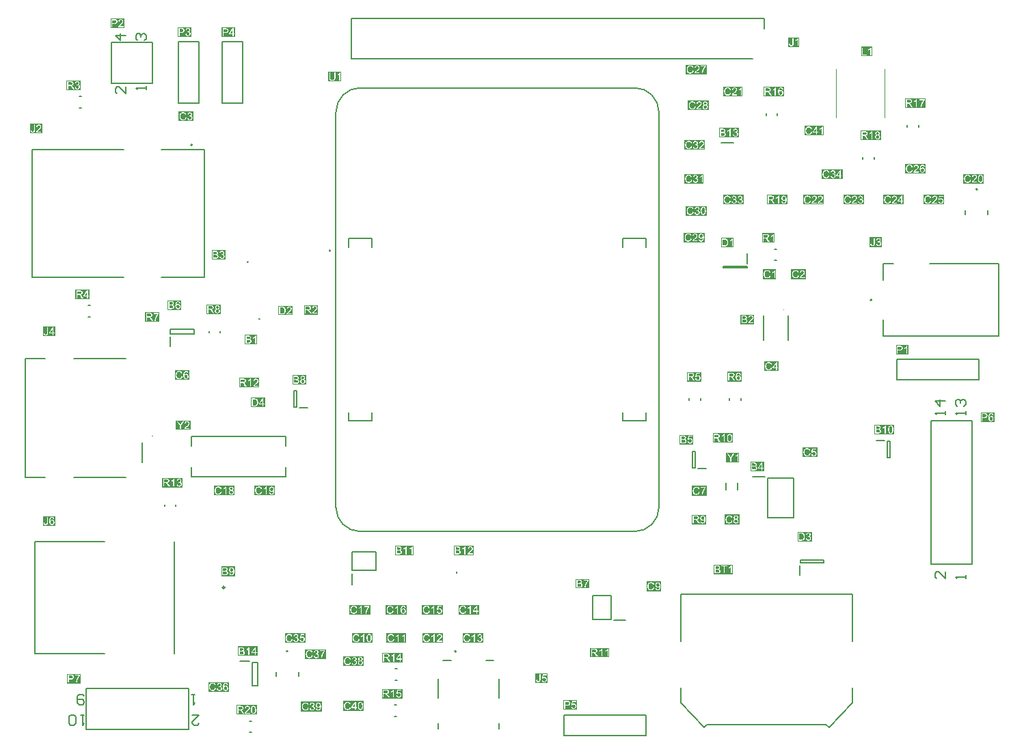
<source format=gto>
G04*
G04 #@! TF.GenerationSoftware,Altium Limited,Altium Designer,25.2.1 (25)*
G04*
G04 Layer_Color=65535*
%FSLAX43Y43*%
%MOMM*%
G71*
G04*
G04 #@! TF.SameCoordinates,0A798D29-7D92-4AD3-8B22-41AEFD2D755B*
G04*
G04*
G04 #@! TF.FilePolarity,Positive*
G04*
G01*
G75*
%ADD10C,0.254*%
%ADD11C,0.127*%
%ADD12C,0.200*%
%ADD13C,0.100*%
%ADD14C,0.250*%
%ADD15C,0.203*%
G36*
X42148Y110551D02*
X40619D01*
Y111748D01*
X42148D01*
Y110551D01*
D02*
G37*
G36*
X134462Y101739D02*
X131929D01*
Y102936D01*
X134462D01*
Y101739D01*
D02*
G37*
G36*
X128800Y79791D02*
X127027D01*
Y80988D01*
X128800D01*
Y79791D01*
D02*
G37*
G36*
X123803D02*
X122023D01*
Y80984D01*
X123803D01*
Y79791D01*
D02*
G37*
G36*
X138934Y110297D02*
X136552D01*
Y111506D01*
X138934D01*
Y110297D01*
D02*
G37*
G36*
X141283Y104895D02*
X138717D01*
Y106105D01*
X141283D01*
Y104895D01*
D02*
G37*
G36*
X129039Y101737D02*
X126468D01*
Y102946D01*
X129039D01*
Y101737D01*
D02*
G37*
G36*
X151595Y105572D02*
X149023D01*
Y106782D01*
X151595D01*
Y105572D01*
D02*
G37*
G36*
X128901Y115148D02*
X126519D01*
Y116358D01*
X128901D01*
Y115148D01*
D02*
G37*
G36*
X71002Y65669D02*
X68429D01*
Y66878D01*
X71002D01*
Y65669D01*
D02*
G37*
G36*
X65998Y65663D02*
X63425D01*
Y66872D01*
X65998D01*
Y65663D01*
D02*
G37*
G36*
X82786Y50895D02*
X80214D01*
Y52105D01*
X82786D01*
Y50895D01*
D02*
G37*
G36*
X87286D02*
X84714D01*
Y52105D01*
X87286D01*
Y50895D01*
D02*
G37*
G36*
X91789D02*
X89211D01*
Y52105D01*
X91789D01*
Y50895D01*
D02*
G37*
G36*
X96283D02*
X93717D01*
Y52105D01*
X96283D01*
Y50895D01*
D02*
G37*
G36*
X96786Y47395D02*
X94214D01*
Y48605D01*
X96786D01*
Y47395D01*
D02*
G37*
G36*
X91781D02*
X89219D01*
Y48605D01*
X91781D01*
Y47395D01*
D02*
G37*
G36*
X118834Y53807D02*
X117019D01*
Y55017D01*
X118834D01*
Y53807D01*
D02*
G37*
G36*
X128511Y62088D02*
X126697D01*
Y63297D01*
X128511D01*
Y62088D01*
D02*
G37*
G36*
X124446Y65644D02*
X122633D01*
Y66853D01*
X124446D01*
Y65644D01*
D02*
G37*
G36*
X138169Y70419D02*
X136349D01*
Y71628D01*
X138169D01*
Y70419D01*
D02*
G37*
G36*
X133407Y81087D02*
X131599D01*
Y82296D01*
X133407D01*
Y81087D01*
D02*
G37*
G36*
X60869Y112075D02*
X59057D01*
Y113284D01*
X60869D01*
Y112075D01*
D02*
G37*
G36*
X133045Y92491D02*
X131421D01*
Y93701D01*
X133045D01*
Y92491D01*
D02*
G37*
G36*
X60518Y73789D02*
X58725D01*
Y74968D01*
X60518D01*
Y73789D01*
D02*
G37*
G36*
X128490Y69752D02*
X126876D01*
Y70932D01*
X128490D01*
Y69752D01*
D02*
G37*
G36*
X79183Y116977D02*
X77599D01*
Y118174D01*
X79183D01*
Y116977D01*
D02*
G37*
G36*
X68748Y38491D02*
X66219D01*
Y39688D01*
X68748D01*
Y38491D01*
D02*
G37*
G36*
X146045Y109713D02*
X143512D01*
Y110909D01*
X146045D01*
Y109713D01*
D02*
G37*
G36*
X151555Y113717D02*
X149023D01*
Y114897D01*
X151555D01*
Y113717D01*
D02*
G37*
G36*
X134054Y115148D02*
X131523D01*
Y116345D01*
X134054D01*
Y115148D01*
D02*
G37*
G36*
X86767Y40498D02*
X84228D01*
Y41694D01*
X86767D01*
Y40498D01*
D02*
G37*
G36*
X86806Y44985D02*
X84279D01*
Y46165D01*
X86806D01*
Y44985D01*
D02*
G37*
G36*
X59556Y66660D02*
X57025D01*
Y67856D01*
X59556D01*
Y66660D01*
D02*
G37*
G36*
X69046Y79072D02*
X66524D01*
Y80252D01*
X69046D01*
Y79072D01*
D02*
G37*
G36*
X112377Y45595D02*
X110034D01*
Y46774D01*
X112377D01*
Y45595D01*
D02*
G37*
G36*
X127727Y72197D02*
X125198D01*
Y73394D01*
X127727D01*
Y72197D01*
D02*
G37*
G36*
X124407Y62088D02*
X122633D01*
Y63284D01*
X124407D01*
Y62088D01*
D02*
G37*
G36*
X64286Y88148D02*
X62511D01*
Y89345D01*
X64286D01*
Y88148D01*
D02*
G37*
G36*
X56690Y87225D02*
X54916D01*
Y88401D01*
X56690D01*
Y87225D01*
D02*
G37*
G36*
X48049Y89994D02*
X46280D01*
Y91169D01*
X48049D01*
Y89994D01*
D02*
G37*
G36*
X46936Y115910D02*
X45163D01*
Y117107D01*
X46936D01*
Y115910D01*
D02*
G37*
G36*
X76339Y88089D02*
X74576D01*
Y89269D01*
X76339D01*
Y88089D01*
D02*
G37*
G36*
X132879Y97004D02*
X131294D01*
Y98184D01*
X132879D01*
Y97004D01*
D02*
G37*
G36*
X46939Y42369D02*
X45239D01*
Y43544D01*
X46939D01*
Y42369D01*
D02*
G37*
G36*
X160093Y74762D02*
X158393D01*
Y75959D01*
X160093D01*
Y74762D01*
D02*
G37*
G36*
X108414Y39101D02*
X106707D01*
Y40293D01*
X108414D01*
Y39101D01*
D02*
G37*
G36*
X66086Y122506D02*
X64391D01*
Y123681D01*
X66086D01*
Y122506D01*
D02*
G37*
G36*
X60630Y122514D02*
X58930D01*
Y123711D01*
X60630D01*
Y122514D01*
D02*
G37*
G36*
X52314Y123623D02*
X50624D01*
Y124803D01*
X52314D01*
Y123623D01*
D02*
G37*
G36*
X149417Y83136D02*
X147906D01*
Y84316D01*
X149417D01*
Y83136D01*
D02*
G37*
G36*
X144945Y120117D02*
X143579D01*
Y121297D01*
X144945D01*
Y120117D01*
D02*
G37*
G36*
X43770Y61902D02*
X42230D01*
Y63098D01*
X43770D01*
Y61902D01*
D02*
G37*
G36*
X104773Y42404D02*
X103227D01*
Y43596D01*
X104773D01*
Y42404D01*
D02*
G37*
G36*
X43767Y85404D02*
X42233D01*
Y86596D01*
X43767D01*
Y85404D01*
D02*
G37*
G36*
X146171Y96479D02*
X144632D01*
Y97676D01*
X146171D01*
Y96479D01*
D02*
G37*
G36*
X135914Y121260D02*
X134564D01*
Y122456D01*
X135914D01*
Y121260D01*
D02*
G37*
G36*
X69768Y76608D02*
X67997D01*
Y77784D01*
X69768D01*
Y76608D01*
D02*
G37*
G36*
X137488Y59954D02*
X135714D01*
Y61151D01*
X137488D01*
Y59954D01*
D02*
G37*
G36*
X73166Y88013D02*
X71401D01*
Y89192D01*
X73166D01*
Y88013D01*
D02*
G37*
G36*
X127800Y96445D02*
X126214D01*
Y97625D01*
X127800D01*
Y96445D01*
D02*
G37*
G36*
X81996Y38974D02*
X79427D01*
Y40183D01*
X81996D01*
Y38974D01*
D02*
G37*
G36*
X76786Y38895D02*
X74214D01*
Y40105D01*
X76786D01*
Y38895D01*
D02*
G37*
G36*
X82000Y44536D02*
X79427D01*
Y45746D01*
X82000D01*
Y44536D01*
D02*
G37*
G36*
X77286Y45395D02*
X74714D01*
Y46605D01*
X77286D01*
Y45395D01*
D02*
G37*
G36*
X65286Y41332D02*
X62714D01*
Y42542D01*
X65286D01*
Y41332D01*
D02*
G37*
G36*
X74789Y47395D02*
X72211D01*
Y48605D01*
X74789D01*
Y47395D01*
D02*
G37*
G36*
X124254Y108519D02*
X121693D01*
Y109728D01*
X124254D01*
Y108519D01*
D02*
G37*
G36*
X124075Y104328D02*
X121693D01*
Y105537D01*
X124075D01*
Y104328D01*
D02*
G37*
G36*
X124451Y100344D02*
X121883D01*
Y101554D01*
X124451D01*
Y100344D01*
D02*
G37*
G36*
X124199Y97042D02*
X121627D01*
Y98252D01*
X124199D01*
Y97042D01*
D02*
G37*
G36*
X124707Y113425D02*
X122135D01*
Y114635D01*
X124707D01*
Y113425D01*
D02*
G37*
G36*
X124453Y117870D02*
X121881D01*
Y119080D01*
X124453D01*
Y117870D01*
D02*
G37*
G36*
X153888Y101737D02*
X151309D01*
Y102946D01*
X153888D01*
Y101737D01*
D02*
G37*
G36*
X148898D02*
X146331D01*
Y102946D01*
X148898D01*
Y101737D01*
D02*
G37*
G36*
X143949D02*
X141378D01*
Y102946D01*
X143949D01*
Y101737D01*
D02*
G37*
G36*
X138961D02*
X136400D01*
Y102946D01*
X138961D01*
Y101737D01*
D02*
G37*
G36*
X158805Y104328D02*
X156237D01*
Y105537D01*
X158805D01*
Y104328D01*
D02*
G37*
G36*
X87191Y47395D02*
X84809D01*
Y48605D01*
X87191D01*
Y47395D01*
D02*
G37*
G36*
X83077D02*
X80508D01*
Y48605D01*
X83077D01*
Y47395D01*
D02*
G37*
G36*
X60387Y79995D02*
X58574D01*
Y81204D01*
X60387D01*
Y79995D01*
D02*
G37*
G36*
X136729Y92491D02*
X134926D01*
Y93701D01*
X136729D01*
Y92491D01*
D02*
G37*
G36*
X127675Y55910D02*
X125325D01*
Y57090D01*
X127675D01*
Y55910D01*
D02*
G37*
G36*
X68857Y45772D02*
X66397D01*
Y46952D01*
X68857D01*
Y45772D01*
D02*
G37*
G36*
X128450Y110043D02*
X125986D01*
Y111240D01*
X128450D01*
Y110043D01*
D02*
G37*
G36*
X95598Y58269D02*
X93143D01*
Y59449D01*
X95598D01*
Y58269D01*
D02*
G37*
G36*
X88138D02*
X85862D01*
Y59449D01*
X88138D01*
Y58269D01*
D02*
G37*
G36*
X147675Y73238D02*
X145213D01*
Y74435D01*
X147675D01*
Y73238D01*
D02*
G37*
G36*
X66047Y55661D02*
X64340D01*
Y56858D01*
X66047D01*
Y55661D01*
D02*
G37*
G36*
X74853Y79402D02*
X73147D01*
Y80598D01*
X74853D01*
Y79402D01*
D02*
G37*
G36*
X109937Y54154D02*
X108231D01*
Y55330D01*
X109937D01*
Y54154D01*
D02*
G37*
G36*
X59391Y88656D02*
X57685D01*
Y89853D01*
X59391D01*
Y88656D01*
D02*
G37*
G36*
X122821Y71994D02*
X121109D01*
Y73186D01*
X122821D01*
Y71994D01*
D02*
G37*
G36*
X131573Y68683D02*
X129872D01*
Y69859D01*
X131573D01*
Y68683D01*
D02*
G37*
G36*
X64853Y94902D02*
X63147D01*
Y96098D01*
X64853D01*
Y94902D01*
D02*
G37*
G36*
X130348Y86910D02*
X128652D01*
Y88090D01*
X130348D01*
Y86910D01*
D02*
G37*
G36*
X68758Y84410D02*
X67242D01*
Y85590D01*
X68758D01*
Y84410D01*
D02*
G37*
%LPC*%
G36*
X41256Y111643D02*
X41126D01*
Y110971D01*
Y110941D01*
X41124Y110916D01*
X41122Y110895D01*
X41119Y110878D01*
X41117Y110865D01*
X41115Y110855D01*
X41112Y110850D01*
Y110848D01*
X41107Y110834D01*
X41100Y110823D01*
X41091Y110813D01*
X41084Y110803D01*
X41076Y110797D01*
X41070Y110792D01*
X41066Y110789D01*
X41064Y110788D01*
X41050Y110781D01*
X41036Y110775D01*
X41022Y110772D01*
X41009Y110769D01*
X40997Y110768D01*
X40988Y110766D01*
X40980D01*
X40957Y110768D01*
X40936Y110774D01*
X40919Y110779D01*
X40904Y110788D01*
X40892Y110795D01*
X40884Y110802D01*
X40878Y110806D01*
X40877Y110807D01*
X40870Y110816D01*
X40864Y110826D01*
X40856Y110848D01*
X40847Y110874D01*
X40843Y110899D01*
X40839Y110923D01*
Y110933D01*
X40837Y110941D01*
X40836Y110950D01*
Y110955D01*
Y110958D01*
Y110960D01*
X40719Y110943D01*
Y110916D01*
X40720Y110892D01*
X40725Y110868D01*
X40727Y110847D01*
X40733Y110827D01*
X40739Y110810D01*
X40744Y110793D01*
X40750Y110779D01*
X40757Y110766D01*
X40763Y110755D01*
X40768Y110745D01*
X40774Y110738D01*
X40778Y110733D01*
X40781Y110727D01*
X40782Y110726D01*
X40784Y110724D01*
X40798Y110712D01*
X40812Y110700D01*
X40828Y110690D01*
X40844Y110682D01*
X40877Y110669D01*
X40908Y110661D01*
X40938Y110655D01*
X40949Y110654D01*
X40960Y110652D01*
X40969Y110651D01*
X40981D01*
X41012Y110652D01*
X41040Y110657D01*
X41066Y110662D01*
X41088Y110669D01*
X41107Y110675D01*
X41119Y110680D01*
X41128Y110685D01*
X41131Y110686D01*
X41153Y110700D01*
X41173Y110717D01*
X41188Y110734D01*
X41203Y110750D01*
X41212Y110765D01*
X41219Y110776D01*
X41224Y110785D01*
X41225Y110786D01*
Y110788D01*
X41235Y110816D01*
X41243Y110845D01*
X41249Y110878D01*
X41252Y110909D01*
X41255Y110936D01*
Y110947D01*
X41256Y110958D01*
Y111643D01*
D02*
G37*
G36*
X41755Y111648D02*
X41741D01*
X41716Y111646D01*
X41692Y111645D01*
X41669Y111640D01*
X41648Y111636D01*
X41628Y111631D01*
X41610Y111625D01*
X41593Y111618D01*
X41578Y111611D01*
X41563Y111604D01*
X41552Y111597D01*
X41542Y111591D01*
X41534Y111586D01*
X41527Y111581D01*
X41523Y111577D01*
X41520Y111576D01*
X41518Y111574D01*
X41504Y111560D01*
X41492Y111545D01*
X41479Y111528D01*
X41469Y111511D01*
X41452Y111477D01*
X41441Y111443D01*
X41437Y111428D01*
X41432Y111412D01*
X41430Y111399D01*
X41427Y111388D01*
X41425Y111378D01*
Y111371D01*
X41424Y111367D01*
Y111366D01*
X41547Y111353D01*
X41549Y111385D01*
X41555Y111414D01*
X41563Y111439D01*
X41573Y111459D01*
X41582Y111476D01*
X41590Y111487D01*
X41596Y111494D01*
X41599Y111497D01*
X41620Y111514D01*
X41642Y111526D01*
X41666Y111536D01*
X41687Y111542D01*
X41707Y111546D01*
X41724Y111547D01*
X41730Y111549D01*
X41738D01*
X41768Y111547D01*
X41795Y111542D01*
X41817Y111533D01*
X41837Y111525D01*
X41852Y111515D01*
X41862Y111508D01*
X41869Y111502D01*
X41872Y111500D01*
X41889Y111480D01*
X41902Y111460D01*
X41912Y111440D01*
X41917Y111421D01*
X41921Y111405D01*
X41923Y111391D01*
X41924Y111383D01*
Y111381D01*
Y111380D01*
X41921Y111354D01*
X41916Y111328D01*
X41906Y111304D01*
X41896Y111281D01*
X41885Y111263D01*
X41875Y111247D01*
X41872Y111242D01*
X41869Y111237D01*
X41867Y111236D01*
Y111234D01*
X41855Y111219D01*
X41841Y111203D01*
X41826Y111187D01*
X41809Y111170D01*
X41773Y111136D01*
X41738Y111102D01*
X41720Y111086D01*
X41704Y111072D01*
X41689Y111060D01*
X41676Y111048D01*
X41666Y111040D01*
X41658Y111033D01*
X41652Y111029D01*
X41651Y111027D01*
X41616Y110998D01*
X41583Y110969D01*
X41556Y110944D01*
X41535Y110923D01*
X41517Y110905D01*
X41504Y110892D01*
X41497Y110883D01*
X41494Y110882D01*
Y110881D01*
X41475Y110857D01*
X41459Y110834D01*
X41445Y110812D01*
X41434Y110792D01*
X41425Y110775D01*
X41420Y110762D01*
X41417Y110754D01*
X41415Y110752D01*
Y110751D01*
X41410Y110735D01*
X41407Y110721D01*
X41404Y110707D01*
X41403Y110695D01*
X41401Y110683D01*
Y110668D01*
X42048D01*
Y110783D01*
X41568D01*
X41585Y110807D01*
X41593Y110817D01*
X41600Y110827D01*
X41607Y110836D01*
X41613Y110841D01*
X41617Y110845D01*
X41618Y110847D01*
X41625Y110854D01*
X41634Y110861D01*
X41654Y110879D01*
X41676Y110900D01*
X41700Y110922D01*
X41723Y110940D01*
X41733Y110948D01*
X41741Y110957D01*
X41748Y110962D01*
X41754Y110967D01*
X41757Y110969D01*
X41758Y110971D01*
X41781Y110991D01*
X41803Y111009D01*
X41823Y111027D01*
X41841Y111043D01*
X41858Y111058D01*
X41872Y111072D01*
X41886Y111085D01*
X41898Y111096D01*
X41909Y111108D01*
X41917Y111116D01*
X41924Y111123D01*
X41931Y111130D01*
X41938Y111139D01*
X41941Y111141D01*
X41961Y111165D01*
X41978Y111187D01*
X41992Y111208D01*
X42003Y111225D01*
X42012Y111240D01*
X42017Y111251D01*
X42020Y111258D01*
X42022Y111261D01*
X42030Y111282D01*
X42036Y111304D01*
X42041Y111323D01*
X42044Y111340D01*
X42046Y111356D01*
X42047Y111367D01*
Y111374D01*
Y111377D01*
X42046Y111398D01*
X42043Y111418D01*
X42040Y111438D01*
X42034Y111454D01*
X42020Y111488D01*
X42006Y111515D01*
X41998Y111528D01*
X41991Y111538D01*
X41984Y111547D01*
X41976Y111554D01*
X41971Y111560D01*
X41968Y111566D01*
X41965Y111567D01*
X41964Y111569D01*
X41948Y111583D01*
X41931Y111595D01*
X41913Y111605D01*
X41895Y111614D01*
X41858Y111628D01*
X41821Y111638D01*
X41806Y111640D01*
X41790Y111643D01*
X41776Y111645D01*
X41765Y111646D01*
X41755Y111648D01*
D02*
G37*
G36*
X134037Y102836D02*
X134027D01*
X134003Y102834D01*
X133980Y102832D01*
X133958Y102827D01*
X133938Y102822D01*
X133900Y102806D01*
X133883Y102799D01*
X133869Y102791D01*
X133855Y102781D01*
X133843Y102774D01*
X133832Y102765D01*
X133824Y102758D01*
X133817Y102753D01*
X133812Y102748D01*
X133810Y102746D01*
X133808Y102744D01*
X133793Y102727D01*
X133780Y102707D01*
X133767Y102689D01*
X133757Y102669D01*
X133749Y102648D01*
X133742Y102629D01*
X133732Y102592D01*
X133728Y102574D01*
X133725Y102558D01*
X133724Y102543D01*
X133722Y102530D01*
X133721Y102520D01*
Y102506D01*
X133722Y102479D01*
X133725Y102455D01*
X133728Y102431D01*
X133734Y102409D01*
X133741Y102389D01*
X133748Y102369D01*
X133755Y102352D01*
X133763Y102337D01*
X133770Y102323D01*
X133777Y102310D01*
X133784Y102300D01*
X133791Y102290D01*
X133797Y102283D01*
X133800Y102279D01*
X133803Y102276D01*
X133804Y102275D01*
X133820Y102259D01*
X133836Y102246D01*
X133853Y102234D01*
X133872Y102224D01*
X133889Y102215D01*
X133906Y102208D01*
X133938Y102199D01*
X133952Y102194D01*
X133966Y102192D01*
X133977Y102190D01*
X133989Y102189D01*
X133997Y102187D01*
X134008D01*
X134035Y102189D01*
X134061Y102193D01*
X134083Y102199D01*
X134104Y102206D01*
X134120Y102211D01*
X134132Y102217D01*
X134141Y102221D01*
X134144Y102223D01*
X134166Y102237D01*
X134186Y102252D01*
X134203Y102268D01*
X134217Y102282D01*
X134227Y102296D01*
X134235Y102306D01*
X134241Y102313D01*
X134242Y102316D01*
Y102304D01*
Y102297D01*
Y102293D01*
Y102292D01*
X134241Y102263D01*
X134240Y102237D01*
X134237Y102213D01*
X134234Y102190D01*
X134230Y102172D01*
X134227Y102158D01*
X134226Y102152D01*
Y102148D01*
X134224Y102146D01*
Y102145D01*
X134217Y102120D01*
X134210Y102097D01*
X134203Y102077D01*
X134196Y102060D01*
X134190Y102048D01*
X134185Y102038D01*
X134182Y102031D01*
X134180Y102029D01*
X134169Y102014D01*
X134158Y102001D01*
X134147Y101990D01*
X134135Y101980D01*
X134127Y101972D01*
X134118Y101966D01*
X134113Y101963D01*
X134111Y101962D01*
X134096Y101953D01*
X134079Y101948D01*
X134063Y101943D01*
X134048Y101941D01*
X134035Y101939D01*
X134025Y101938D01*
X134015D01*
X133993Y101939D01*
X133972Y101943D01*
X133953Y101949D01*
X133938Y101956D01*
X133927Y101962D01*
X133917Y101967D01*
X133911Y101972D01*
X133910Y101973D01*
X133896Y101989D01*
X133884Y102007D01*
X133874Y102027D01*
X133867Y102046D01*
X133862Y102063D01*
X133858Y102079D01*
X133856Y102084D01*
Y102087D01*
X133855Y102090D01*
Y102091D01*
X133739Y102082D01*
X133748Y102041D01*
X133759Y102005D01*
X133773Y101974D01*
X133787Y101949D01*
X133801Y101929D01*
X133808Y101921D01*
X133814Y101914D01*
X133818Y101910D01*
X133822Y101905D01*
X133824Y101904D01*
X133825Y101903D01*
X133839Y101891D01*
X133855Y101881D01*
X133886Y101866D01*
X133917Y101855D01*
X133946Y101848D01*
X133973Y101842D01*
X133984Y101840D01*
X133994D01*
X134001Y101839D01*
X134013D01*
X134052Y101842D01*
X134087Y101848D01*
X134120Y101857D01*
X134147Y101869D01*
X134158Y101873D01*
X134169Y101879D01*
X134178Y101884D01*
X134186Y101888D01*
X134192Y101891D01*
X134196Y101894D01*
X134199Y101897D01*
X134200D01*
X134228Y101921D01*
X134254Y101948D01*
X134273Y101976D01*
X134290Y102003D01*
X134304Y102027D01*
X134310Y102038D01*
X134314Y102046D01*
X134317Y102055D01*
X134320Y102060D01*
X134321Y102063D01*
Y102065D01*
X134328Y102086D01*
X134335Y102110D01*
X134345Y102158D01*
X134352Y102208D01*
X134357Y102256D01*
X134359Y102277D01*
X134361Y102299D01*
Y102317D01*
X134362Y102332D01*
Y102396D01*
X134361Y102427D01*
X134358Y102455D01*
X134355Y102482D01*
X134352Y102506D01*
X134350Y102528D01*
X134345Y102550D01*
X134341Y102568D01*
X134337Y102583D01*
X134334Y102598D01*
X134330Y102610D01*
X134327Y102620D01*
X134324Y102627D01*
X134321Y102633D01*
X134320Y102636D01*
Y102637D01*
X134303Y102671D01*
X134285Y102700D01*
X134264Y102726D01*
X134245Y102747D01*
X134227Y102762D01*
X134213Y102774D01*
X134207Y102778D01*
X134203Y102781D01*
X134202Y102784D01*
X134200D01*
X134171Y102800D01*
X134141Y102813D01*
X134111Y102823D01*
X134085Y102829D01*
X134061Y102833D01*
X134051Y102834D01*
X134044D01*
X134037Y102836D01*
D02*
G37*
G36*
X133414D02*
X133336D01*
X133322Y102812D01*
X133306Y102789D01*
X133288Y102767D01*
X133271Y102747D01*
X133254Y102730D01*
X133242Y102716D01*
X133236Y102712D01*
X133232Y102707D01*
X133230Y102706D01*
X133229Y102705D01*
X133199Y102681D01*
X133170Y102658D01*
X133141Y102638D01*
X133113Y102623D01*
X133089Y102609D01*
X133079Y102603D01*
X133071Y102599D01*
X133064Y102595D01*
X133058Y102593D01*
X133055Y102590D01*
X133054D01*
Y102475D01*
X133075Y102483D01*
X133096Y102493D01*
X133117Y102503D01*
X133137Y102513D01*
X133154Y102521D01*
X133168Y102528D01*
X133177Y102534D01*
X133178Y102535D01*
X133180D01*
X133205Y102551D01*
X133227Y102566D01*
X133247Y102581D01*
X133263Y102593D01*
X133277Y102603D01*
X133285Y102612D01*
X133292Y102617D01*
X133294Y102619D01*
Y101856D01*
X133414D01*
Y102836D01*
D02*
G37*
G36*
X132482Y102832D02*
X132029D01*
Y101856D01*
X132159D01*
Y102289D01*
X132325D01*
X132341Y102287D01*
X132352D01*
X132362Y102286D01*
X132369Y102285D01*
X132375D01*
X132377Y102283D01*
X132379D01*
X132401Y102276D01*
X132411Y102272D01*
X132420Y102268D01*
X132428Y102263D01*
X132434Y102261D01*
X132437Y102259D01*
X132438Y102258D01*
X132449Y102249D01*
X132461Y102239D01*
X132482Y102218D01*
X132492Y102208D01*
X132499Y102200D01*
X132503Y102194D01*
X132504Y102193D01*
X132518Y102173D01*
X132534Y102152D01*
X132549Y102129D01*
X132565Y102108D01*
X132578Y102089D01*
X132587Y102073D01*
X132592Y102067D01*
X132594Y102063D01*
X132597Y102060D01*
Y102059D01*
X132726Y101856D01*
X132886D01*
X132719Y102121D01*
X132699Y102149D01*
X132680Y102175D01*
X132662Y102196D01*
X132647Y102215D01*
X132633Y102230D01*
X132621Y102241D01*
X132614Y102248D01*
X132611Y102251D01*
X132600Y102259D01*
X132587Y102269D01*
X132562Y102285D01*
X132551Y102290D01*
X132542Y102296D01*
X132537Y102299D01*
X132534Y102300D01*
X132559Y102304D01*
X132583Y102309D01*
X132604Y102316D01*
X132626Y102321D01*
X132644Y102328D01*
X132661Y102337D01*
X132676Y102344D01*
X132690Y102351D01*
X132702Y102359D01*
X132713Y102366D01*
X132721Y102372D01*
X132728Y102378D01*
X132734Y102382D01*
X132738Y102386D01*
X132740Y102387D01*
X132741Y102389D01*
X132752Y102403D01*
X132764Y102417D01*
X132781Y102447D01*
X132792Y102476D01*
X132800Y102504D01*
X132806Y102528D01*
X132807Y102538D01*
Y102548D01*
X132809Y102555D01*
Y102561D01*
Y102564D01*
Y102565D01*
X132807Y102595D01*
X132803Y102621D01*
X132796Y102647D01*
X132789Y102668D01*
X132781Y102686D01*
X132775Y102700D01*
X132769Y102709D01*
X132768Y102710D01*
Y102712D01*
X132751Y102734D01*
X132734Y102754D01*
X132716Y102771D01*
X132699Y102784D01*
X132683Y102793D01*
X132671Y102799D01*
X132662Y102803D01*
X132661Y102805D01*
X132659D01*
X132647Y102809D01*
X132631Y102813D01*
X132600Y102820D01*
X132566Y102824D01*
X132535Y102829D01*
X132506Y102830D01*
X132493D01*
X132482Y102832D01*
D02*
G37*
%LPD*%
G36*
X134070Y102734D02*
X134096Y102727D01*
X134118Y102717D01*
X134138Y102707D01*
X134154Y102696D01*
X134165Y102686D01*
X134172Y102679D01*
X134175Y102678D01*
Y102676D01*
X134193Y102652D01*
X134207Y102626D01*
X134217Y102598D01*
X134223Y102571D01*
X134227Y102548D01*
X134228Y102538D01*
Y102528D01*
X134230Y102521D01*
Y102516D01*
Y102513D01*
Y102512D01*
X134227Y102475D01*
X134221Y102442D01*
X134213Y102416D01*
X134203Y102393D01*
X134192Y102375D01*
X134183Y102362D01*
X134178Y102354D01*
X134175Y102351D01*
X134154Y102331D01*
X134131Y102317D01*
X134109Y102307D01*
X134086Y102300D01*
X134068Y102296D01*
X134052Y102294D01*
X134046Y102293D01*
X134038D01*
X134008Y102296D01*
X133982Y102301D01*
X133958Y102311D01*
X133937Y102323D01*
X133921Y102332D01*
X133908Y102342D01*
X133901Y102348D01*
X133898Y102351D01*
X133880Y102373D01*
X133866Y102399D01*
X133858Y102424D01*
X133851Y102448D01*
X133846Y102469D01*
X133845Y102478D01*
Y102486D01*
X133843Y102493D01*
Y102497D01*
Y102500D01*
Y102502D01*
X133846Y102538D01*
X133852Y102572D01*
X133862Y102602D01*
X133873Y102626D01*
X133883Y102645D01*
X133893Y102660D01*
X133896Y102664D01*
X133898Y102668D01*
X133901Y102669D01*
Y102671D01*
X133913Y102682D01*
X133924Y102693D01*
X133948Y102709D01*
X133972Y102722D01*
X133994Y102729D01*
X134013Y102734D01*
X134028Y102736D01*
X134034Y102737D01*
X134056D01*
X134070Y102734D01*
D02*
G37*
G36*
X132504Y102722D02*
X132537Y102716D01*
X132565Y102709D01*
X132586Y102700D01*
X132604Y102692D01*
X132616Y102685D01*
X132623Y102679D01*
X132626Y102678D01*
X132642Y102660D01*
X132655Y102641D01*
X132664Y102621D01*
X132671Y102605D01*
X132673Y102588D01*
X132675Y102575D01*
X132676Y102566D01*
Y102565D01*
Y102564D01*
X132675Y102547D01*
X132672Y102530D01*
X132668Y102516D01*
X132664Y102503D01*
X132658Y102492D01*
X132654Y102483D01*
X132651Y102478D01*
X132649Y102476D01*
X132640Y102462D01*
X132627Y102449D01*
X132614Y102440D01*
X132602Y102431D01*
X132590Y102426D01*
X132582Y102421D01*
X132576Y102418D01*
X132573Y102417D01*
X132554Y102411D01*
X132531Y102407D01*
X132508Y102404D01*
X132486Y102403D01*
X132466Y102402D01*
X132449Y102400D01*
X132159D01*
Y102723D01*
X132466D01*
X132504Y102722D01*
D02*
G37*
%LPC*%
G36*
X128417Y80888D02*
X128406D01*
X128377Y80887D01*
X128351Y80884D01*
X128325Y80878D01*
X128301Y80871D01*
X128280Y80861D01*
X128259Y80853D01*
X128241Y80842D01*
X128224Y80832D01*
X128210Y80822D01*
X128196Y80811D01*
X128184Y80802D01*
X128176Y80794D01*
X128169Y80785D01*
X128163Y80780D01*
X128160Y80777D01*
X128159Y80775D01*
X128141Y80750D01*
X128125Y80720D01*
X128111Y80689D01*
X128098Y80657D01*
X128088Y80623D01*
X128080Y80589D01*
X128073Y80554D01*
X128067Y80522D01*
X128063Y80489D01*
X128060Y80460D01*
X128057Y80433D01*
X128056Y80410D01*
Y80391D01*
X128055Y80376D01*
Y80364D01*
X128056Y80319D01*
X128059Y80276D01*
X128063Y80237D01*
X128070Y80200D01*
X128077Y80168D01*
X128084Y80138D01*
X128093Y80111D01*
X128103Y80087D01*
X128111Y80068D01*
X128119Y80049D01*
X128126Y80035D01*
X128135Y80023D01*
X128141Y80013D01*
X128145Y80007D01*
X128148Y80003D01*
X128149Y80001D01*
X128167Y79982D01*
X128187Y79965D01*
X128207Y79951D01*
X128227Y79938D01*
X128248Y79927D01*
X128267Y79918D01*
X128287Y79911D01*
X128307Y79906D01*
X128324Y79901D01*
X128341Y79897D01*
X128355Y79894D01*
X128368Y79893D01*
X128379D01*
X128386Y79891D01*
X128393D01*
X128425Y79893D01*
X128455Y79899D01*
X128482Y79904D01*
X128506Y79913D01*
X128524Y79920D01*
X128538Y79927D01*
X128544Y79928D01*
X128548Y79931D01*
X128549Y79932D01*
X128551D01*
X128575Y79949D01*
X128597Y79969D01*
X128616Y79989D01*
X128631Y80008D01*
X128644Y80027D01*
X128652Y80041D01*
X128655Y80047D01*
X128658Y80051D01*
X128659Y80052D01*
Y80054D01*
X128673Y80083D01*
X128683Y80114D01*
X128690Y80142D01*
X128695Y80169D01*
X128699Y80192D01*
Y80200D01*
X128700Y80209D01*
Y80224D01*
X128699Y80250D01*
X128696Y80274D01*
X128692Y80297D01*
X128688Y80319D01*
X128680Y80338D01*
X128673Y80358D01*
X128666Y80375D01*
X128658Y80391D01*
X128649Y80405D01*
X128642Y80417D01*
X128635Y80427D01*
X128628Y80437D01*
X128624Y80444D01*
X128620Y80448D01*
X128617Y80451D01*
X128616Y80453D01*
X128600Y80468D01*
X128583Y80482D01*
X128565Y80493D01*
X128548Y80503D01*
X128531Y80513D01*
X128514Y80520D01*
X128482Y80530D01*
X128468Y80534D01*
X128454Y80537D01*
X128442Y80539D01*
X128431Y80540D01*
X128423Y80541D01*
X128411D01*
X128386Y80540D01*
X128362Y80536D01*
X128339Y80531D01*
X128320Y80526D01*
X128303Y80519D01*
X128290Y80515D01*
X128282Y80510D01*
X128280Y80509D01*
X128279D01*
X128256Y80495D01*
X128236Y80479D01*
X128218Y80464D01*
X128204Y80447D01*
X128191Y80433D01*
X128181Y80422D01*
X128176Y80413D01*
X128174Y80412D01*
Y80437D01*
X128176Y80462D01*
X128177Y80485D01*
X128180Y80508D01*
X128181Y80527D01*
X128184Y80546D01*
X128187Y80562D01*
X128191Y80578D01*
X128194Y80592D01*
X128197Y80603D01*
X128200Y80613D01*
X128201Y80622D01*
X128204Y80627D01*
X128205Y80632D01*
X128207Y80634D01*
Y80636D01*
X128221Y80664D01*
X128235Y80689D01*
X128251Y80709D01*
X128265Y80726D01*
X128277Y80740D01*
X128287Y80750D01*
X128294Y80756D01*
X128297Y80757D01*
X128314Y80768D01*
X128331Y80775D01*
X128348Y80781D01*
X128365Y80785D01*
X128377Y80788D01*
X128389Y80789D01*
X128399D01*
X128424Y80787D01*
X128448Y80781D01*
X128468Y80773D01*
X128486Y80764D01*
X128500Y80754D01*
X128510Y80746D01*
X128516Y80740D01*
X128518Y80737D01*
X128528Y80725D01*
X128538Y80709D01*
X128547Y80692D01*
X128552Y80675D01*
X128558Y80660D01*
X128562Y80647D01*
X128563Y80639D01*
X128565Y80637D01*
Y80636D01*
X128685Y80646D01*
X128676Y80685D01*
X128664Y80720D01*
X128649Y80751D01*
X128634Y80777D01*
X128618Y80797D01*
X128613Y80805D01*
X128606Y80812D01*
X128602Y80816D01*
X128597Y80820D01*
X128596Y80822D01*
X128594Y80823D01*
X128580Y80835D01*
X128565Y80844D01*
X128534Y80861D01*
X128503Y80873D01*
X128473Y80880D01*
X128446Y80885D01*
X128435Y80887D01*
X128425D01*
X128417Y80888D01*
D02*
G37*
G36*
X127580Y80884D02*
X127127D01*
Y79908D01*
X127257D01*
Y80341D01*
X127423D01*
X127439Y80340D01*
X127450D01*
X127460Y80338D01*
X127467Y80337D01*
X127472D01*
X127475Y80336D01*
X127477D01*
X127499Y80328D01*
X127509Y80324D01*
X127517Y80320D01*
X127526Y80316D01*
X127532Y80313D01*
X127534Y80312D01*
X127536Y80310D01*
X127547Y80302D01*
X127558Y80292D01*
X127580Y80271D01*
X127589Y80261D01*
X127596Y80252D01*
X127601Y80247D01*
X127602Y80245D01*
X127616Y80226D01*
X127632Y80204D01*
X127647Y80182D01*
X127663Y80161D01*
X127675Y80141D01*
X127685Y80125D01*
X127689Y80120D01*
X127692Y80116D01*
X127695Y80113D01*
Y80111D01*
X127823Y79908D01*
X127984D01*
X127816Y80173D01*
X127797Y80202D01*
X127778Y80227D01*
X127760Y80248D01*
X127744Y80268D01*
X127730Y80282D01*
X127719Y80293D01*
X127712Y80300D01*
X127709Y80303D01*
X127698Y80312D01*
X127685Y80321D01*
X127660Y80337D01*
X127649Y80343D01*
X127640Y80348D01*
X127634Y80351D01*
X127632Y80352D01*
X127657Y80357D01*
X127681Y80361D01*
X127702Y80368D01*
X127723Y80374D01*
X127742Y80381D01*
X127759Y80389D01*
X127774Y80396D01*
X127788Y80403D01*
X127799Y80412D01*
X127811Y80419D01*
X127819Y80424D01*
X127826Y80430D01*
X127832Y80434D01*
X127836Y80438D01*
X127837Y80440D01*
X127839Y80441D01*
X127850Y80455D01*
X127861Y80469D01*
X127878Y80499D01*
X127890Y80529D01*
X127898Y80557D01*
X127904Y80581D01*
X127905Y80591D01*
Y80601D01*
X127907Y80608D01*
Y80613D01*
Y80616D01*
Y80617D01*
X127905Y80647D01*
X127901Y80674D01*
X127894Y80699D01*
X127887Y80720D01*
X127878Y80739D01*
X127873Y80753D01*
X127867Y80761D01*
X127866Y80763D01*
Y80764D01*
X127849Y80787D01*
X127832Y80806D01*
X127814Y80823D01*
X127797Y80836D01*
X127781Y80846D01*
X127768Y80851D01*
X127760Y80856D01*
X127759Y80857D01*
X127757D01*
X127744Y80861D01*
X127729Y80866D01*
X127698Y80873D01*
X127664Y80877D01*
X127633Y80881D01*
X127603Y80882D01*
X127591D01*
X127580Y80884D01*
D02*
G37*
%LPD*%
G36*
X128417Y80433D02*
X128444Y80426D01*
X128466Y80417D01*
X128486Y80406D01*
X128501Y80395D01*
X128513Y80386D01*
X128520Y80379D01*
X128523Y80376D01*
X128541Y80352D01*
X128555Y80327D01*
X128565Y80300D01*
X128571Y80275D01*
X128575Y80252D01*
X128576Y80243D01*
Y80234D01*
X128578Y80227D01*
Y80221D01*
Y80219D01*
Y80217D01*
X128575Y80179D01*
X128569Y80147D01*
X128561Y80118D01*
X128551Y80094D01*
X128540Y80076D01*
X128531Y80062D01*
X128525Y80054D01*
X128523Y80052D01*
Y80051D01*
X128513Y80039D01*
X128501Y80031D01*
X128479Y80016D01*
X128456Y80006D01*
X128437Y79997D01*
X128418Y79993D01*
X128404Y79992D01*
X128399Y79990D01*
X128391D01*
X128372Y79992D01*
X128353Y79994D01*
X128337Y80000D01*
X128322Y80006D01*
X128310Y80010D01*
X128300Y80016D01*
X128294Y80018D01*
X128291Y80020D01*
X128275Y80032D01*
X128260Y80045D01*
X128248Y80061D01*
X128238Y80073D01*
X128229Y80086D01*
X128224Y80096D01*
X128220Y80103D01*
X128218Y80106D01*
X128210Y80127D01*
X128204Y80148D01*
X128198Y80168D01*
X128196Y80186D01*
X128194Y80202D01*
X128193Y80214D01*
Y80221D01*
Y80224D01*
X128196Y80258D01*
X128201Y80288D01*
X128211Y80314D01*
X128221Y80336D01*
X128231Y80354D01*
X128241Y80367D01*
X128246Y80374D01*
X128249Y80376D01*
X128272Y80396D01*
X128294Y80410D01*
X128318Y80422D01*
X128339Y80429D01*
X128359Y80433D01*
X128373Y80434D01*
X128379Y80436D01*
X128387D01*
X128417Y80433D01*
D02*
G37*
G36*
X127602Y80774D02*
X127634Y80768D01*
X127663Y80761D01*
X127684Y80753D01*
X127702Y80744D01*
X127713Y80737D01*
X127720Y80732D01*
X127723Y80730D01*
X127740Y80712D01*
X127753Y80694D01*
X127761Y80674D01*
X127768Y80657D01*
X127771Y80640D01*
X127773Y80627D01*
X127774Y80619D01*
Y80617D01*
Y80616D01*
X127773Y80599D01*
X127770Y80582D01*
X127766Y80568D01*
X127761Y80555D01*
X127756Y80544D01*
X127752Y80536D01*
X127749Y80530D01*
X127747Y80529D01*
X127737Y80515D01*
X127725Y80502D01*
X127712Y80492D01*
X127699Y80484D01*
X127688Y80478D01*
X127680Y80474D01*
X127674Y80471D01*
X127671Y80469D01*
X127651Y80464D01*
X127629Y80460D01*
X127606Y80457D01*
X127584Y80455D01*
X127564Y80454D01*
X127547Y80453D01*
X127257D01*
Y80775D01*
X127564D01*
X127602Y80774D01*
D02*
G37*
%LPC*%
G36*
X123657Y80871D02*
X123172D01*
X123078Y80369D01*
X123190Y80354D01*
X123200Y80369D01*
X123213Y80382D01*
X123224Y80395D01*
X123235Y80405D01*
X123247Y80412D01*
X123255Y80419D01*
X123261Y80422D01*
X123262Y80423D01*
X123281Y80431D01*
X123299Y80438D01*
X123316Y80443D01*
X123333Y80447D01*
X123347Y80448D01*
X123358Y80450D01*
X123385D01*
X123402Y80447D01*
X123431Y80440D01*
X123457Y80430D01*
X123479Y80420D01*
X123496Y80409D01*
X123509Y80399D01*
X123516Y80392D01*
X123519Y80391D01*
Y80389D01*
X123539Y80365D01*
X123553Y80340D01*
X123562Y80313D01*
X123570Y80286D01*
X123574Y80264D01*
X123575Y80254D01*
Y80245D01*
X123577Y80238D01*
Y80233D01*
Y80230D01*
Y80228D01*
Y80209D01*
X123574Y80190D01*
X123567Y80155D01*
X123557Y80125D01*
X123547Y80102D01*
X123536Y80082D01*
X123526Y80066D01*
X123522Y80062D01*
X123519Y80058D01*
X123517Y80056D01*
X123516Y80055D01*
X123505Y80044D01*
X123493Y80034D01*
X123468Y80017D01*
X123444Y80006D01*
X123420Y79999D01*
X123400Y79993D01*
X123383Y79992D01*
X123378Y79990D01*
X123369D01*
X123343Y79992D01*
X123319Y79997D01*
X123297Y80004D01*
X123281Y80013D01*
X123265Y80021D01*
X123254Y80028D01*
X123248Y80034D01*
X123245Y80035D01*
X123228Y80055D01*
X123214Y80076D01*
X123203Y80100D01*
X123195Y80121D01*
X123189Y80142D01*
X123185Y80158D01*
X123183Y80165D01*
X123182Y80169D01*
Y80172D01*
Y80173D01*
X123056Y80164D01*
X123059Y80141D01*
X123063Y80120D01*
X123076Y80080D01*
X123092Y80047D01*
X123100Y80031D01*
X123109Y80018D01*
X123116Y80006D01*
X123124Y79994D01*
X123131Y79986D01*
X123138Y79979D01*
X123144Y79973D01*
X123147Y79968D01*
X123149Y79966D01*
X123151Y79965D01*
X123168Y79952D01*
X123185Y79941D01*
X123203Y79931D01*
X123221Y79923D01*
X123257Y79910D01*
X123292Y79901D01*
X123307Y79897D01*
X123323Y79896D01*
X123336Y79894D01*
X123347Y79893D01*
X123357Y79891D01*
X123369D01*
X123399Y79893D01*
X123427Y79897D01*
X123454Y79903D01*
X123478Y79910D01*
X123500Y79920D01*
X123522Y79930D01*
X123541Y79939D01*
X123558Y79951D01*
X123574Y79962D01*
X123588Y79972D01*
X123599Y79983D01*
X123609Y79992D01*
X123616Y79999D01*
X123622Y80004D01*
X123625Y80008D01*
X123626Y80010D01*
X123640Y80028D01*
X123651Y80048D01*
X123663Y80066D01*
X123671Y80086D01*
X123685Y80124D01*
X123694Y80161D01*
X123696Y80176D01*
X123699Y80192D01*
X123701Y80204D01*
X123702Y80216D01*
X123703Y80226D01*
Y80238D01*
X123702Y80264D01*
X123699Y80288D01*
X123695Y80312D01*
X123689Y80333D01*
X123682Y80352D01*
X123675Y80372D01*
X123667Y80389D01*
X123660Y80405D01*
X123651Y80419D01*
X123643Y80431D01*
X123636Y80441D01*
X123629Y80451D01*
X123623Y80458D01*
X123619Y80462D01*
X123616Y80465D01*
X123615Y80467D01*
X123598Y80482D01*
X123581Y80496D01*
X123562Y80508D01*
X123544Y80517D01*
X123526Y80527D01*
X123508Y80534D01*
X123474Y80544D01*
X123458Y80548D01*
X123444Y80551D01*
X123431Y80553D01*
X123420Y80554D01*
X123412Y80555D01*
X123381D01*
X123364Y80553D01*
X123330Y80546D01*
X123299Y80536D01*
X123271Y80524D01*
X123248Y80513D01*
X123238Y80508D01*
X123230Y80503D01*
X123223Y80499D01*
X123219Y80496D01*
X123216Y80495D01*
X123214Y80493D01*
X123266Y80757D01*
X123657D01*
Y80871D01*
D02*
G37*
G36*
X122576Y80884D02*
X122123D01*
Y79908D01*
X122253D01*
Y80341D01*
X122419D01*
X122435Y80340D01*
X122446D01*
X122456Y80338D01*
X122463Y80337D01*
X122469D01*
X122471Y80336D01*
X122473D01*
X122495Y80328D01*
X122505Y80324D01*
X122514Y80320D01*
X122522Y80316D01*
X122528Y80313D01*
X122531Y80312D01*
X122532Y80310D01*
X122543Y80302D01*
X122555Y80292D01*
X122576Y80271D01*
X122586Y80261D01*
X122593Y80252D01*
X122597Y80247D01*
X122598Y80245D01*
X122612Y80226D01*
X122628Y80204D01*
X122643Y80182D01*
X122659Y80161D01*
X122672Y80141D01*
X122681Y80125D01*
X122686Y80120D01*
X122688Y80116D01*
X122691Y80113D01*
Y80111D01*
X122820Y79908D01*
X122980D01*
X122813Y80173D01*
X122793Y80202D01*
X122774Y80227D01*
X122756Y80248D01*
X122741Y80268D01*
X122727Y80282D01*
X122715Y80293D01*
X122708Y80300D01*
X122705Y80303D01*
X122694Y80312D01*
X122681Y80321D01*
X122656Y80337D01*
X122645Y80343D01*
X122636Y80348D01*
X122631Y80351D01*
X122628Y80352D01*
X122653Y80357D01*
X122677Y80361D01*
X122698Y80368D01*
X122719Y80374D01*
X122738Y80381D01*
X122755Y80389D01*
X122770Y80396D01*
X122784Y80403D01*
X122796Y80412D01*
X122807Y80419D01*
X122815Y80424D01*
X122822Y80430D01*
X122828Y80434D01*
X122832Y80438D01*
X122834Y80440D01*
X122835Y80441D01*
X122846Y80455D01*
X122858Y80469D01*
X122875Y80499D01*
X122886Y80529D01*
X122894Y80557D01*
X122900Y80581D01*
X122901Y80591D01*
Y80601D01*
X122903Y80608D01*
Y80613D01*
Y80616D01*
Y80617D01*
X122901Y80647D01*
X122897Y80674D01*
X122890Y80699D01*
X122883Y80720D01*
X122875Y80739D01*
X122869Y80753D01*
X122863Y80761D01*
X122862Y80763D01*
Y80764D01*
X122845Y80787D01*
X122828Y80806D01*
X122810Y80823D01*
X122793Y80836D01*
X122777Y80846D01*
X122765Y80851D01*
X122756Y80856D01*
X122755Y80857D01*
X122753D01*
X122741Y80861D01*
X122725Y80866D01*
X122694Y80873D01*
X122660Y80877D01*
X122629Y80881D01*
X122600Y80882D01*
X122587D01*
X122576Y80884D01*
D02*
G37*
%LPD*%
G36*
X122598Y80774D02*
X122631Y80768D01*
X122659Y80761D01*
X122680Y80753D01*
X122698Y80744D01*
X122710Y80737D01*
X122717Y80732D01*
X122719Y80730D01*
X122736Y80712D01*
X122749Y80694D01*
X122758Y80674D01*
X122765Y80657D01*
X122767Y80640D01*
X122769Y80627D01*
X122770Y80619D01*
Y80617D01*
Y80616D01*
X122769Y80599D01*
X122766Y80582D01*
X122762Y80568D01*
X122758Y80555D01*
X122752Y80544D01*
X122748Y80536D01*
X122745Y80530D01*
X122743Y80529D01*
X122734Y80515D01*
X122721Y80502D01*
X122708Y80492D01*
X122696Y80484D01*
X122684Y80478D01*
X122676Y80474D01*
X122670Y80471D01*
X122667Y80469D01*
X122648Y80464D01*
X122625Y80460D01*
X122603Y80457D01*
X122580Y80455D01*
X122560Y80454D01*
X122543Y80453D01*
X122253D01*
Y80775D01*
X122560D01*
X122598Y80774D01*
D02*
G37*
%LPC*%
G36*
X137126Y111406D02*
X137112D01*
X137065Y111403D01*
X137020Y111396D01*
X136980Y111388D01*
X136962Y111382D01*
X136945Y111377D01*
X136930Y111371D01*
X136916Y111365D01*
X136904Y111361D01*
X136893Y111357D01*
X136886Y111353D01*
X136880Y111350D01*
X136876Y111348D01*
X136875Y111347D01*
X136837Y111323D01*
X136804Y111295D01*
X136776Y111267D01*
X136752Y111238D01*
X136734Y111213D01*
X136727Y111202D01*
X136721Y111192D01*
X136715Y111185D01*
X136713Y111179D01*
X136711Y111175D01*
X136710Y111174D01*
X136690Y111130D01*
X136676Y111085D01*
X136666Y111040D01*
X136659Y110999D01*
X136656Y110980D01*
X136655Y110962D01*
X136653Y110948D01*
Y110934D01*
X136652Y110924D01*
Y110909D01*
X136655Y110858D01*
X136660Y110809D01*
X136668Y110765D01*
X136673Y110744D01*
X136677Y110725D01*
X136682Y110708D01*
X136687Y110693D01*
X136691Y110679D01*
X136694Y110668D01*
X136699Y110659D01*
X136700Y110652D01*
X136703Y110648D01*
Y110646D01*
X136724Y110604D01*
X136748Y110566D01*
X136773Y110534D01*
X136786Y110521D01*
X136797Y110508D01*
X136808Y110497D01*
X136820Y110487D01*
X136830Y110479D01*
X136838Y110473D01*
X136844Y110467D01*
X136849Y110463D01*
X136852Y110462D01*
X136854Y110460D01*
X136873Y110449D01*
X136893Y110439D01*
X136935Y110424D01*
X136978Y110412D01*
X137019Y110405D01*
X137038Y110403D01*
X137055Y110400D01*
X137071Y110398D01*
X137083D01*
X137095Y110397D01*
X137110D01*
X137138Y110398D01*
X137165Y110401D01*
X137191Y110404D01*
X137214Y110410D01*
X137237Y110417D01*
X137258Y110424D01*
X137278Y110431D01*
X137296Y110439D01*
X137312Y110446D01*
X137327Y110453D01*
X137339Y110460D01*
X137350Y110467D01*
X137357Y110473D01*
X137364Y110476D01*
X137367Y110479D01*
X137368Y110480D01*
X137388Y110497D01*
X137405Y110514D01*
X137420Y110534D01*
X137436Y110553D01*
X137461Y110593D01*
X137481Y110632D01*
X137489Y110651D01*
X137496Y110668D01*
X137502Y110683D01*
X137506Y110696D01*
X137511Y110707D01*
X137513Y110715D01*
X137515Y110721D01*
Y110723D01*
X137385Y110755D01*
X137379Y110732D01*
X137372Y110711D01*
X137365Y110692D01*
X137358Y110673D01*
X137350Y110656D01*
X137341Y110642D01*
X137331Y110628D01*
X137323Y110615D01*
X137316Y110604D01*
X137308Y110596D01*
X137300Y110587D01*
X137295Y110580D01*
X137289Y110576D01*
X137285Y110572D01*
X137284Y110570D01*
X137282Y110569D01*
X137268Y110558D01*
X137253Y110549D01*
X137222Y110534D01*
X137192Y110522D01*
X137162Y110515D01*
X137137Y110510D01*
X137127Y110508D01*
X137117D01*
X137109Y110507D01*
X137099D01*
X137066Y110508D01*
X137035Y110514D01*
X137007Y110521D01*
X136982Y110529D01*
X136962Y110538D01*
X136954Y110542D01*
X136947Y110545D01*
X136941Y110548D01*
X136937Y110551D01*
X136934Y110552D01*
X136933D01*
X136906Y110572D01*
X136883Y110593D01*
X136863Y110617D01*
X136848Y110639D01*
X136835Y110659D01*
X136827Y110676D01*
X136824Y110683D01*
X136821Y110687D01*
X136820Y110690D01*
Y110692D01*
X136808Y110728D01*
X136800Y110765D01*
X136793Y110801D01*
X136789Y110835D01*
X136787Y110851D01*
X136786Y110865D01*
Y110878D01*
X136785Y110887D01*
Y110896D01*
Y110903D01*
Y110907D01*
Y110909D01*
X136786Y110945D01*
X136789Y110979D01*
X136794Y111010D01*
X136800Y111038D01*
X136804Y111062D01*
X136807Y111072D01*
X136810Y111081D01*
X136811Y111088D01*
X136813Y111092D01*
X136814Y111095D01*
Y111096D01*
X136828Y111129D01*
X136844Y111158D01*
X136861Y111182D01*
X136879Y111203D01*
X136894Y111220D01*
X136907Y111231D01*
X136917Y111238D01*
X136918Y111241D01*
X136920D01*
X136949Y111260D01*
X136982Y111274D01*
X137013Y111284D01*
X137042Y111289D01*
X137069Y111293D01*
X137081Y111295D01*
X137090D01*
X137097Y111296D01*
X137109D01*
X137144Y111295D01*
X137176Y111289D01*
X137203Y111281D01*
X137227Y111272D01*
X137245Y111262D01*
X137260Y111255D01*
X137268Y111250D01*
X137271Y111247D01*
X137293Y111226D01*
X137315Y111202D01*
X137331Y111176D01*
X137346Y111151D01*
X137357Y111129D01*
X137361Y111117D01*
X137364Y111109D01*
X137367Y111102D01*
X137370Y111096D01*
X137371Y111093D01*
Y111092D01*
X137498Y111121D01*
X137489Y111147D01*
X137481Y111169D01*
X137470Y111191D01*
X137460Y111212D01*
X137448Y111230D01*
X137436Y111247D01*
X137425Y111264D01*
X137413Y111278D01*
X137402Y111289D01*
X137392Y111300D01*
X137382Y111310D01*
X137375Y111317D01*
X137368Y111324D01*
X137362Y111329D01*
X137360Y111330D01*
X137358Y111332D01*
X137339Y111344D01*
X137319Y111357D01*
X137299Y111367D01*
X137278Y111375D01*
X137236Y111388D01*
X137198Y111396D01*
X137179Y111401D01*
X137164Y111402D01*
X137148Y111403D01*
X137136Y111405D01*
X137126Y111406D01*
D02*
G37*
G36*
X138834Y111394D02*
X138757D01*
X138743Y111370D01*
X138727Y111347D01*
X138709Y111324D01*
X138692Y111305D01*
X138675Y111288D01*
X138662Y111274D01*
X138657Y111269D01*
X138652Y111265D01*
X138651Y111264D01*
X138650Y111262D01*
X138620Y111238D01*
X138590Y111216D01*
X138562Y111196D01*
X138534Y111181D01*
X138510Y111167D01*
X138500Y111161D01*
X138492Y111157D01*
X138485Y111152D01*
X138479Y111151D01*
X138476Y111148D01*
X138475D01*
Y111033D01*
X138496Y111041D01*
X138517Y111051D01*
X138538Y111061D01*
X138558Y111071D01*
X138575Y111079D01*
X138589Y111086D01*
X138597Y111092D01*
X138599Y111093D01*
X138600D01*
X138626Y111109D01*
X138648Y111124D01*
X138668Y111138D01*
X138683Y111151D01*
X138697Y111161D01*
X138706Y111169D01*
X138713Y111175D01*
X138714Y111176D01*
Y110414D01*
X138834D01*
Y111394D01*
D02*
G37*
G36*
X138128Y111389D02*
X138031D01*
X137584Y110758D01*
Y110648D01*
X138008D01*
Y110414D01*
X138128D01*
Y110648D01*
X138260D01*
Y110758D01*
X138128D01*
Y111389D01*
D02*
G37*
%LPD*%
G36*
X138008Y110758D02*
X137701D01*
X138008Y111195D01*
Y110758D01*
D02*
G37*
%LPC*%
G36*
X139290Y106005D02*
X139276D01*
X139230Y106002D01*
X139184Y105995D01*
X139145Y105986D01*
X139127Y105981D01*
X139110Y105975D01*
X139094Y105969D01*
X139080Y105964D01*
X139069Y105960D01*
X139058Y105955D01*
X139051Y105951D01*
X139045Y105948D01*
X139041Y105947D01*
X139039Y105945D01*
X139001Y105922D01*
X138969Y105893D01*
X138941Y105865D01*
X138917Y105837D01*
X138898Y105812D01*
X138891Y105800D01*
X138886Y105790D01*
X138880Y105783D01*
X138877Y105778D01*
X138876Y105773D01*
X138874Y105772D01*
X138855Y105728D01*
X138841Y105683D01*
X138831Y105638D01*
X138824Y105597D01*
X138821Y105579D01*
X138819Y105561D01*
X138818Y105547D01*
Y105532D01*
X138817Y105523D01*
Y105507D01*
X138819Y105456D01*
X138825Y105407D01*
X138832Y105363D01*
X138838Y105342D01*
X138842Y105324D01*
X138846Y105307D01*
X138852Y105291D01*
X138856Y105277D01*
X138859Y105266D01*
X138863Y105258D01*
X138864Y105250D01*
X138867Y105246D01*
Y105245D01*
X138888Y105203D01*
X138912Y105164D01*
X138938Y105132D01*
X138950Y105119D01*
X138962Y105107D01*
X138973Y105095D01*
X138984Y105086D01*
X138994Y105077D01*
X139003Y105071D01*
X139008Y105066D01*
X139014Y105062D01*
X139017Y105060D01*
X139018Y105059D01*
X139038Y105047D01*
X139058Y105038D01*
X139100Y105022D01*
X139142Y105011D01*
X139183Y105004D01*
X139203Y105001D01*
X139220Y104998D01*
X139235Y104997D01*
X139248D01*
X139259Y104995D01*
X139275D01*
X139303Y104997D01*
X139330Y105000D01*
X139355Y105002D01*
X139379Y105008D01*
X139402Y105015D01*
X139423Y105022D01*
X139442Y105029D01*
X139461Y105038D01*
X139476Y105045D01*
X139492Y105052D01*
X139503Y105059D01*
X139514Y105066D01*
X139521Y105071D01*
X139528Y105074D01*
X139531Y105077D01*
X139533Y105078D01*
X139552Y105095D01*
X139569Y105112D01*
X139585Y105132D01*
X139600Y105152D01*
X139626Y105191D01*
X139645Y105231D01*
X139654Y105249D01*
X139661Y105266D01*
X139667Y105282D01*
X139671Y105294D01*
X139675Y105305D01*
X139678Y105314D01*
X139679Y105320D01*
Y105321D01*
X139550Y105353D01*
X139544Y105331D01*
X139537Y105310D01*
X139530Y105290D01*
X139523Y105272D01*
X139514Y105255D01*
X139506Y105241D01*
X139496Y105227D01*
X139488Y105214D01*
X139481Y105203D01*
X139472Y105194D01*
X139465Y105186D01*
X139459Y105179D01*
X139454Y105174D01*
X139450Y105170D01*
X139448Y105169D01*
X139447Y105167D01*
X139433Y105156D01*
X139417Y105148D01*
X139386Y105132D01*
X139356Y105121D01*
X139327Y105114D01*
X139301Y105108D01*
X139292Y105107D01*
X139282D01*
X139273Y105105D01*
X139263D01*
X139231Y105107D01*
X139200Y105112D01*
X139172Y105119D01*
X139146Y105128D01*
X139127Y105136D01*
X139118Y105141D01*
X139111Y105143D01*
X139106Y105146D01*
X139101Y105149D01*
X139098Y105150D01*
X139097D01*
X139070Y105170D01*
X139048Y105191D01*
X139028Y105215D01*
X139013Y105238D01*
X139000Y105258D01*
X138991Y105274D01*
X138989Y105282D01*
X138986Y105286D01*
X138984Y105289D01*
Y105290D01*
X138973Y105327D01*
X138965Y105363D01*
X138958Y105400D01*
X138953Y105434D01*
X138952Y105449D01*
X138950Y105463D01*
Y105476D01*
X138949Y105486D01*
Y105494D01*
Y105501D01*
Y105506D01*
Y105507D01*
X138950Y105544D01*
X138953Y105578D01*
X138959Y105609D01*
X138965Y105637D01*
X138969Y105661D01*
X138972Y105671D01*
X138974Y105679D01*
X138976Y105686D01*
X138977Y105690D01*
X138979Y105693D01*
Y105695D01*
X138993Y105727D01*
X139008Y105757D01*
X139025Y105781D01*
X139044Y105802D01*
X139059Y105819D01*
X139072Y105830D01*
X139082Y105837D01*
X139083Y105840D01*
X139084D01*
X139114Y105858D01*
X139146Y105872D01*
X139177Y105882D01*
X139207Y105888D01*
X139234Y105892D01*
X139245Y105893D01*
X139255D01*
X139262Y105895D01*
X139273D01*
X139309Y105893D01*
X139341Y105888D01*
X139368Y105879D01*
X139392Y105871D01*
X139410Y105861D01*
X139424Y105854D01*
X139433Y105848D01*
X139435Y105845D01*
X139458Y105824D01*
X139479Y105800D01*
X139496Y105775D01*
X139510Y105750D01*
X139521Y105727D01*
X139526Y105716D01*
X139528Y105707D01*
X139531Y105700D01*
X139534Y105695D01*
X139536Y105692D01*
Y105690D01*
X139662Y105720D01*
X139654Y105745D01*
X139645Y105768D01*
X139634Y105789D01*
X139624Y105810D01*
X139613Y105828D01*
X139600Y105845D01*
X139589Y105862D01*
X139578Y105876D01*
X139567Y105888D01*
X139557Y105899D01*
X139547Y105909D01*
X139540Y105916D01*
X139533Y105923D01*
X139527Y105927D01*
X139524Y105929D01*
X139523Y105930D01*
X139503Y105943D01*
X139483Y105955D01*
X139464Y105965D01*
X139442Y105974D01*
X139400Y105986D01*
X139362Y105995D01*
X139344Y105999D01*
X139328Y106000D01*
X139313Y106002D01*
X139300Y106003D01*
X139290Y106005D01*
D02*
G37*
G36*
X140109Y105992D02*
X140074D01*
X140054Y105989D01*
X140016Y105982D01*
X139984Y105971D01*
X139956Y105960D01*
X139943Y105953D01*
X139933Y105947D01*
X139923Y105941D01*
X139916Y105936D01*
X139910Y105931D01*
X139906Y105929D01*
X139903Y105927D01*
X139902Y105926D01*
X139875Y105899D01*
X139854Y105869D01*
X139837Y105838D01*
X139823Y105807D01*
X139815Y105781D01*
X139810Y105769D01*
X139808Y105759D01*
X139806Y105751D01*
X139805Y105745D01*
X139803Y105741D01*
Y105740D01*
X139923Y105718D01*
X139929Y105750D01*
X139937Y105776D01*
X139947Y105799D01*
X139957Y105817D01*
X139967Y105831D01*
X139975Y105841D01*
X139981Y105848D01*
X139982Y105850D01*
X140001Y105864D01*
X140020Y105875D01*
X140039Y105882D01*
X140057Y105888D01*
X140074Y105890D01*
X140087Y105893D01*
X140098D01*
X140123Y105892D01*
X140146Y105886D01*
X140166Y105879D01*
X140183Y105872D01*
X140195Y105864D01*
X140205Y105857D01*
X140212Y105851D01*
X140214Y105850D01*
X140229Y105833D01*
X140240Y105814D01*
X140247Y105796D01*
X140253Y105779D01*
X140256Y105764D01*
X140259Y105752D01*
Y105744D01*
Y105742D01*
Y105741D01*
Y105726D01*
X140256Y105711D01*
X140249Y105687D01*
X140239Y105666D01*
X140228Y105648D01*
X140216Y105635D01*
X140207Y105625D01*
X140199Y105620D01*
X140198Y105618D01*
X140197D01*
X140173Y105606D01*
X140150Y105596D01*
X140126Y105589D01*
X140105Y105585D01*
X140087Y105582D01*
X140071Y105579D01*
X140053D01*
X140047Y105580D01*
X140040D01*
X140026Y105475D01*
X140044Y105479D01*
X140061Y105482D01*
X140075Y105484D01*
X140088Y105486D01*
X140098Y105487D01*
X140111D01*
X140140Y105484D01*
X140167Y105479D01*
X140191Y105470D01*
X140211Y105461D01*
X140226Y105451D01*
X140238Y105442D01*
X140245Y105437D01*
X140247Y105434D01*
X140266Y105413D01*
X140280Y105390D01*
X140290Y105367D01*
X140295Y105345D01*
X140300Y105327D01*
X140301Y105311D01*
X140302Y105305D01*
Y105301D01*
Y105298D01*
Y105297D01*
X140300Y105266D01*
X140293Y105238D01*
X140284Y105214D01*
X140273Y105193D01*
X140262Y105176D01*
X140253Y105163D01*
X140246Y105155D01*
X140243Y105152D01*
X140221Y105132D01*
X140197Y105118D01*
X140173Y105108D01*
X140150Y105101D01*
X140130Y105097D01*
X140115Y105095D01*
X140109Y105094D01*
X140101D01*
X140075Y105095D01*
X140051Y105101D01*
X140030Y105108D01*
X140013Y105117D01*
X139999Y105124D01*
X139988Y105131D01*
X139982Y105136D01*
X139980Y105138D01*
X139963Y105157D01*
X139949Y105180D01*
X139936Y105204D01*
X139926Y105229D01*
X139919Y105250D01*
X139916Y105260D01*
X139915Y105269D01*
X139913Y105276D01*
X139912Y105282D01*
X139910Y105284D01*
Y105286D01*
X139791Y105270D01*
X139793Y105248D01*
X139798Y105227D01*
X139810Y105187D01*
X139826Y105153D01*
X139834Y105139D01*
X139843Y105125D01*
X139851Y105112D01*
X139860Y105102D01*
X139867Y105093D01*
X139874Y105086D01*
X139878Y105080D01*
X139882Y105076D01*
X139885Y105073D01*
X139887Y105071D01*
X139903Y105059D01*
X139920Y105046D01*
X139937Y105036D01*
X139956Y105028D01*
X139991Y105014D01*
X140025Y105005D01*
X140040Y105002D01*
X140054Y105000D01*
X140067Y104998D01*
X140078Y104997D01*
X140087Y104995D01*
X140099D01*
X140126Y104997D01*
X140150Y105000D01*
X140174Y105004D01*
X140197Y105009D01*
X140218Y105016D01*
X140236Y105024D01*
X140254Y105032D01*
X140270Y105040D01*
X140285Y105047D01*
X140298Y105056D01*
X140309Y105063D01*
X140318Y105070D01*
X140325Y105076D01*
X140331Y105080D01*
X140333Y105083D01*
X140335Y105084D01*
X140352Y105101D01*
X140366Y105119D01*
X140379Y105138D01*
X140390Y105156D01*
X140398Y105173D01*
X140407Y105191D01*
X140418Y105225D01*
X140421Y105241D01*
X140424Y105255D01*
X140426Y105267D01*
X140428Y105279D01*
X140429Y105287D01*
Y105300D01*
X140428Y105334D01*
X140422Y105365D01*
X140414Y105391D01*
X140405Y105414D01*
X140397Y105432D01*
X140388Y105446D01*
X140383Y105455D01*
X140381Y105458D01*
X140362Y105479D01*
X140340Y105497D01*
X140318Y105511D01*
X140295Y105523D01*
X140276Y105531D01*
X140260Y105537D01*
X140254Y105538D01*
X140250Y105539D01*
X140247Y105541D01*
X140246D01*
X140270Y105554D01*
X140290Y105566D01*
X140307Y105580D01*
X140321Y105593D01*
X140332Y105604D01*
X140340Y105614D01*
X140345Y105620D01*
X140346Y105623D01*
X140357Y105642D01*
X140366Y105662D01*
X140373Y105682D01*
X140377Y105700D01*
X140380Y105716D01*
X140381Y105727D01*
Y105735D01*
Y105738D01*
X140380Y105762D01*
X140376Y105786D01*
X140370Y105807D01*
X140363Y105826D01*
X140356Y105841D01*
X140350Y105854D01*
X140346Y105861D01*
X140345Y105864D01*
X140331Y105885D01*
X140314Y105903D01*
X140297Y105919D01*
X140280Y105933D01*
X140266Y105943D01*
X140253Y105951D01*
X140245Y105955D01*
X140243Y105957D01*
X140242D01*
X140216Y105968D01*
X140191Y105976D01*
X140166Y105984D01*
X140143Y105988D01*
X140125Y105991D01*
X140109Y105992D01*
D02*
G37*
G36*
X141051Y105988D02*
X140954D01*
X140507Y105356D01*
Y105246D01*
X140931D01*
Y105012D01*
X141051D01*
Y105246D01*
X141183D01*
Y105356D01*
X141051D01*
Y105988D01*
D02*
G37*
%LPD*%
G36*
X140931Y105356D02*
X140624D01*
X140931Y105793D01*
Y105356D01*
D02*
G37*
%LPC*%
G36*
X127042Y102846D02*
X127028D01*
X126981Y102844D01*
X126936Y102837D01*
X126897Y102828D01*
X126878Y102822D01*
X126861Y102817D01*
X126846Y102811D01*
X126832Y102806D01*
X126821Y102801D01*
X126809Y102797D01*
X126802Y102793D01*
X126797Y102790D01*
X126792Y102789D01*
X126791Y102787D01*
X126753Y102763D01*
X126720Y102735D01*
X126692Y102707D01*
X126668Y102679D01*
X126650Y102653D01*
X126643Y102642D01*
X126637Y102632D01*
X126632Y102625D01*
X126629Y102619D01*
X126627Y102615D01*
X126626Y102614D01*
X126606Y102570D01*
X126592Y102525D01*
X126582Y102480D01*
X126575Y102439D01*
X126572Y102421D01*
X126571Y102402D01*
X126570Y102388D01*
Y102374D01*
X126568Y102364D01*
Y102349D01*
X126571Y102298D01*
X126577Y102249D01*
X126584Y102205D01*
X126589Y102184D01*
X126594Y102166D01*
X126598Y102149D01*
X126603Y102133D01*
X126608Y102119D01*
X126610Y102108D01*
X126615Y102099D01*
X126616Y102092D01*
X126619Y102088D01*
Y102087D01*
X126640Y102044D01*
X126664Y102006D01*
X126689Y101974D01*
X126702Y101961D01*
X126713Y101948D01*
X126725Y101937D01*
X126736Y101927D01*
X126746Y101919D01*
X126754Y101913D01*
X126760Y101908D01*
X126766Y101903D01*
X126768Y101902D01*
X126770Y101901D01*
X126790Y101889D01*
X126809Y101879D01*
X126852Y101864D01*
X126894Y101853D01*
X126935Y101846D01*
X126954Y101843D01*
X126971Y101840D01*
X126987Y101838D01*
X127000D01*
X127011Y101837D01*
X127026D01*
X127055Y101838D01*
X127081Y101841D01*
X127107Y101844D01*
X127131Y101850D01*
X127153Y101857D01*
X127174Y101864D01*
X127194Y101871D01*
X127212Y101879D01*
X127228Y101886D01*
X127243Y101893D01*
X127255Y101901D01*
X127266Y101908D01*
X127273Y101913D01*
X127280Y101916D01*
X127283Y101919D01*
X127284Y101920D01*
X127304Y101937D01*
X127321Y101954D01*
X127336Y101974D01*
X127352Y101994D01*
X127377Y102033D01*
X127397Y102073D01*
X127406Y102091D01*
X127413Y102108D01*
X127418Y102123D01*
X127422Y102136D01*
X127427Y102147D01*
X127430Y102156D01*
X127431Y102161D01*
Y102163D01*
X127301Y102195D01*
X127296Y102173D01*
X127289Y102151D01*
X127282Y102132D01*
X127274Y102113D01*
X127266Y102096D01*
X127258Y102082D01*
X127248Y102068D01*
X127239Y102056D01*
X127232Y102044D01*
X127224Y102036D01*
X127217Y102027D01*
X127211Y102020D01*
X127205Y102016D01*
X127201Y102012D01*
X127200Y102010D01*
X127198Y102009D01*
X127184Y101998D01*
X127169Y101989D01*
X127138Y101974D01*
X127108Y101963D01*
X127079Y101955D01*
X127053Y101950D01*
X127043Y101948D01*
X127033D01*
X127025Y101947D01*
X127015D01*
X126983Y101948D01*
X126952Y101954D01*
X126923Y101961D01*
X126898Y101970D01*
X126878Y101978D01*
X126870Y101982D01*
X126863Y101985D01*
X126857Y101988D01*
X126853Y101991D01*
X126850Y101992D01*
X126849D01*
X126822Y102012D01*
X126799Y102033D01*
X126780Y102057D01*
X126764Y102080D01*
X126751Y102099D01*
X126743Y102116D01*
X126740Y102123D01*
X126737Y102127D01*
X126736Y102130D01*
Y102132D01*
X126725Y102168D01*
X126716Y102205D01*
X126709Y102242D01*
X126705Y102275D01*
X126704Y102291D01*
X126702Y102305D01*
Y102318D01*
X126701Y102328D01*
Y102336D01*
Y102343D01*
Y102347D01*
Y102349D01*
X126702Y102385D01*
X126705Y102419D01*
X126711Y102450D01*
X126716Y102479D01*
X126720Y102502D01*
X126723Y102512D01*
X126726Y102521D01*
X126728Y102528D01*
X126729Y102532D01*
X126730Y102535D01*
Y102536D01*
X126744Y102569D01*
X126760Y102598D01*
X126777Y102622D01*
X126795Y102643D01*
X126811Y102660D01*
X126823Y102672D01*
X126833Y102679D01*
X126835Y102681D01*
X126836D01*
X126866Y102700D01*
X126898Y102714D01*
X126929Y102724D01*
X126959Y102729D01*
X126985Y102734D01*
X126997Y102735D01*
X127007D01*
X127014Y102736D01*
X127025D01*
X127060Y102735D01*
X127093Y102729D01*
X127119Y102721D01*
X127143Y102713D01*
X127162Y102703D01*
X127176Y102696D01*
X127184Y102690D01*
X127187Y102687D01*
X127210Y102666D01*
X127231Y102642D01*
X127248Y102617D01*
X127262Y102591D01*
X127273Y102569D01*
X127277Y102557D01*
X127280Y102549D01*
X127283Y102542D01*
X127286Y102536D01*
X127287Y102533D01*
Y102532D01*
X127414Y102562D01*
X127406Y102587D01*
X127397Y102610D01*
X127386Y102631D01*
X127376Y102652D01*
X127365Y102670D01*
X127352Y102687D01*
X127341Y102704D01*
X127329Y102718D01*
X127318Y102729D01*
X127308Y102741D01*
X127298Y102751D01*
X127291Y102758D01*
X127284Y102765D01*
X127279Y102769D01*
X127276Y102770D01*
X127274Y102772D01*
X127255Y102784D01*
X127235Y102797D01*
X127215Y102807D01*
X127194Y102815D01*
X127152Y102828D01*
X127114Y102837D01*
X127095Y102841D01*
X127080Y102842D01*
X127064Y102844D01*
X127052Y102845D01*
X127042Y102846D01*
D02*
G37*
G36*
X128619Y102834D02*
X128584D01*
X128564Y102831D01*
X128526Y102824D01*
X128494Y102813D01*
X128466Y102801D01*
X128453Y102794D01*
X128443Y102789D01*
X128433Y102783D01*
X128426Y102777D01*
X128421Y102773D01*
X128416Y102770D01*
X128413Y102769D01*
X128412Y102767D01*
X128385Y102741D01*
X128364Y102711D01*
X128347Y102680D01*
X128333Y102649D01*
X128325Y102622D01*
X128320Y102611D01*
X128318Y102601D01*
X128316Y102593D01*
X128315Y102587D01*
X128313Y102583D01*
Y102581D01*
X128433Y102560D01*
X128439Y102591D01*
X128447Y102618D01*
X128457Y102641D01*
X128467Y102659D01*
X128477Y102673D01*
X128485Y102683D01*
X128491Y102690D01*
X128492Y102691D01*
X128511Y102705D01*
X128531Y102717D01*
X128549Y102724D01*
X128567Y102729D01*
X128584Y102732D01*
X128597Y102735D01*
X128608D01*
X128633Y102734D01*
X128656Y102728D01*
X128676Y102721D01*
X128693Y102714D01*
X128705Y102705D01*
X128715Y102698D01*
X128722Y102693D01*
X128724Y102691D01*
X128739Y102674D01*
X128750Y102656D01*
X128757Y102638D01*
X128763Y102621D01*
X128766Y102605D01*
X128769Y102594D01*
Y102586D01*
Y102584D01*
Y102583D01*
Y102567D01*
X128766Y102553D01*
X128759Y102529D01*
X128749Y102508D01*
X128738Y102490D01*
X128726Y102477D01*
X128717Y102467D01*
X128710Y102462D01*
X128708Y102460D01*
X128707D01*
X128683Y102447D01*
X128660Y102438D01*
X128636Y102431D01*
X128615Y102426D01*
X128597Y102424D01*
X128581Y102421D01*
X128563D01*
X128557Y102422D01*
X128550D01*
X128536Y102316D01*
X128554Y102321D01*
X128571Y102323D01*
X128585Y102326D01*
X128598Y102328D01*
X128608Y102329D01*
X128621D01*
X128650Y102326D01*
X128677Y102321D01*
X128701Y102312D01*
X128721Y102302D01*
X128736Y102292D01*
X128748Y102284D01*
X128755Y102278D01*
X128757Y102275D01*
X128776Y102254D01*
X128790Y102232D01*
X128800Y102209D01*
X128805Y102187D01*
X128810Y102168D01*
X128811Y102153D01*
X128812Y102147D01*
Y102143D01*
Y102140D01*
Y102139D01*
X128810Y102108D01*
X128803Y102080D01*
X128794Y102056D01*
X128783Y102034D01*
X128772Y102018D01*
X128763Y102005D01*
X128756Y101996D01*
X128753Y101994D01*
X128731Y101974D01*
X128707Y101960D01*
X128683Y101950D01*
X128660Y101943D01*
X128640Y101939D01*
X128625Y101937D01*
X128619Y101936D01*
X128611D01*
X128585Y101937D01*
X128562Y101943D01*
X128540Y101950D01*
X128523Y101958D01*
X128509Y101965D01*
X128498Y101972D01*
X128492Y101978D01*
X128490Y101979D01*
X128473Y101999D01*
X128459Y102022D01*
X128446Y102046D01*
X128436Y102071D01*
X128429Y102092D01*
X128426Y102102D01*
X128425Y102111D01*
X128423Y102118D01*
X128422Y102123D01*
X128421Y102126D01*
Y102127D01*
X128301Y102112D01*
X128304Y102089D01*
X128308Y102068D01*
X128320Y102029D01*
X128336Y101995D01*
X128344Y101981D01*
X128353Y101967D01*
X128361Y101954D01*
X128370Y101944D01*
X128377Y101934D01*
X128384Y101927D01*
X128388Y101922D01*
X128392Y101917D01*
X128395Y101915D01*
X128397Y101913D01*
X128413Y101901D01*
X128430Y101888D01*
X128447Y101878D01*
X128466Y101870D01*
X128501Y101855D01*
X128535Y101847D01*
X128550Y101844D01*
X128564Y101841D01*
X128577Y101840D01*
X128588Y101838D01*
X128597Y101837D01*
X128609D01*
X128636Y101838D01*
X128660Y101841D01*
X128684Y101846D01*
X128707Y101851D01*
X128728Y101858D01*
X128746Y101865D01*
X128765Y101874D01*
X128780Y101882D01*
X128796Y101889D01*
X128808Y101898D01*
X128819Y101905D01*
X128828Y101912D01*
X128835Y101917D01*
X128841Y101922D01*
X128843Y101924D01*
X128845Y101926D01*
X128862Y101943D01*
X128876Y101961D01*
X128889Y101979D01*
X128900Y101998D01*
X128908Y102015D01*
X128917Y102033D01*
X128928Y102067D01*
X128931Y102082D01*
X128934Y102096D01*
X128936Y102109D01*
X128938Y102120D01*
X128939Y102129D01*
Y102142D01*
X128938Y102175D01*
X128932Y102206D01*
X128924Y102233D01*
X128915Y102256D01*
X128907Y102274D01*
X128898Y102288D01*
X128893Y102297D01*
X128891Y102299D01*
X128872Y102321D01*
X128850Y102339D01*
X128828Y102353D01*
X128805Y102364D01*
X128786Y102373D01*
X128770Y102378D01*
X128765Y102380D01*
X128760Y102381D01*
X128757Y102383D01*
X128756D01*
X128780Y102395D01*
X128800Y102408D01*
X128817Y102422D01*
X128831Y102435D01*
X128842Y102446D01*
X128850Y102456D01*
X128855Y102462D01*
X128856Y102464D01*
X128867Y102484D01*
X128876Y102504D01*
X128883Y102524D01*
X128887Y102542D01*
X128890Y102557D01*
X128891Y102569D01*
Y102577D01*
Y102580D01*
X128890Y102604D01*
X128886Y102628D01*
X128880Y102649D01*
X128873Y102667D01*
X128866Y102683D01*
X128860Y102696D01*
X128856Y102703D01*
X128855Y102705D01*
X128841Y102727D01*
X128824Y102745D01*
X128807Y102760D01*
X128790Y102775D01*
X128776Y102784D01*
X128763Y102793D01*
X128755Y102797D01*
X128753Y102799D01*
X128752D01*
X128726Y102810D01*
X128701Y102818D01*
X128676Y102825D01*
X128653Y102830D01*
X128635Y102832D01*
X128619Y102834D01*
D02*
G37*
G36*
X127861D02*
X127826D01*
X127806Y102831D01*
X127768Y102824D01*
X127735Y102813D01*
X127707Y102801D01*
X127695Y102794D01*
X127685Y102789D01*
X127675Y102783D01*
X127668Y102777D01*
X127662Y102773D01*
X127658Y102770D01*
X127655Y102769D01*
X127654Y102767D01*
X127627Y102741D01*
X127606Y102711D01*
X127589Y102680D01*
X127575Y102649D01*
X127566Y102622D01*
X127562Y102611D01*
X127559Y102601D01*
X127558Y102593D01*
X127556Y102587D01*
X127555Y102583D01*
Y102581D01*
X127675Y102560D01*
X127680Y102591D01*
X127689Y102618D01*
X127699Y102641D01*
X127709Y102659D01*
X127719Y102673D01*
X127727Y102683D01*
X127733Y102690D01*
X127734Y102691D01*
X127752Y102705D01*
X127772Y102717D01*
X127790Y102724D01*
X127809Y102729D01*
X127826Y102732D01*
X127838Y102735D01*
X127850D01*
X127875Y102734D01*
X127898Y102728D01*
X127917Y102721D01*
X127934Y102714D01*
X127947Y102705D01*
X127957Y102698D01*
X127964Y102693D01*
X127965Y102691D01*
X127981Y102674D01*
X127992Y102656D01*
X127999Y102638D01*
X128005Y102621D01*
X128008Y102605D01*
X128010Y102594D01*
Y102586D01*
Y102584D01*
Y102583D01*
Y102567D01*
X128008Y102553D01*
X128000Y102529D01*
X127991Y102508D01*
X127979Y102490D01*
X127968Y102477D01*
X127958Y102467D01*
X127951Y102462D01*
X127950Y102460D01*
X127948D01*
X127924Y102447D01*
X127902Y102438D01*
X127878Y102431D01*
X127857Y102426D01*
X127838Y102424D01*
X127823Y102421D01*
X127805D01*
X127799Y102422D01*
X127792D01*
X127778Y102316D01*
X127796Y102321D01*
X127813Y102323D01*
X127827Y102326D01*
X127840Y102328D01*
X127850Y102329D01*
X127862D01*
X127892Y102326D01*
X127919Y102321D01*
X127943Y102312D01*
X127962Y102302D01*
X127978Y102292D01*
X127989Y102284D01*
X127996Y102278D01*
X127999Y102275D01*
X128017Y102254D01*
X128031Y102232D01*
X128041Y102209D01*
X128047Y102187D01*
X128051Y102168D01*
X128053Y102153D01*
X128054Y102147D01*
Y102143D01*
Y102140D01*
Y102139D01*
X128051Y102108D01*
X128044Y102080D01*
X128036Y102056D01*
X128024Y102034D01*
X128013Y102018D01*
X128005Y102005D01*
X127998Y101996D01*
X127995Y101994D01*
X127972Y101974D01*
X127948Y101960D01*
X127924Y101950D01*
X127902Y101943D01*
X127882Y101939D01*
X127867Y101937D01*
X127861Y101936D01*
X127852D01*
X127827Y101937D01*
X127803Y101943D01*
X127782Y101950D01*
X127765Y101958D01*
X127751Y101965D01*
X127740Y101972D01*
X127734Y101978D01*
X127731Y101979D01*
X127714Y101999D01*
X127700Y102022D01*
X127688Y102046D01*
X127678Y102071D01*
X127671Y102092D01*
X127668Y102102D01*
X127666Y102111D01*
X127665Y102118D01*
X127664Y102123D01*
X127662Y102126D01*
Y102127D01*
X127542Y102112D01*
X127545Y102089D01*
X127549Y102068D01*
X127562Y102029D01*
X127578Y101995D01*
X127586Y101981D01*
X127594Y101967D01*
X127603Y101954D01*
X127611Y101944D01*
X127618Y101934D01*
X127625Y101927D01*
X127630Y101922D01*
X127634Y101917D01*
X127637Y101915D01*
X127638Y101913D01*
X127655Y101901D01*
X127672Y101888D01*
X127689Y101878D01*
X127707Y101870D01*
X127742Y101855D01*
X127776Y101847D01*
X127792Y101844D01*
X127806Y101841D01*
X127819Y101840D01*
X127830Y101838D01*
X127838Y101837D01*
X127851D01*
X127878Y101838D01*
X127902Y101841D01*
X127926Y101846D01*
X127948Y101851D01*
X127969Y101858D01*
X127988Y101865D01*
X128006Y101874D01*
X128022Y101882D01*
X128037Y101889D01*
X128050Y101898D01*
X128061Y101905D01*
X128070Y101912D01*
X128077Y101917D01*
X128082Y101922D01*
X128085Y101924D01*
X128086Y101926D01*
X128103Y101943D01*
X128117Y101961D01*
X128130Y101979D01*
X128141Y101998D01*
X128150Y102015D01*
X128158Y102033D01*
X128170Y102067D01*
X128172Y102082D01*
X128175Y102096D01*
X128178Y102109D01*
X128179Y102120D01*
X128181Y102129D01*
Y102142D01*
X128179Y102175D01*
X128174Y102206D01*
X128165Y102233D01*
X128157Y102256D01*
X128148Y102274D01*
X128140Y102288D01*
X128134Y102297D01*
X128133Y102299D01*
X128113Y102321D01*
X128092Y102339D01*
X128070Y102353D01*
X128047Y102364D01*
X128027Y102373D01*
X128012Y102378D01*
X128006Y102380D01*
X128002Y102381D01*
X127999Y102383D01*
X127998D01*
X128022Y102395D01*
X128041Y102408D01*
X128058Y102422D01*
X128072Y102435D01*
X128084Y102446D01*
X128092Y102456D01*
X128096Y102462D01*
X128098Y102464D01*
X128109Y102484D01*
X128117Y102504D01*
X128125Y102524D01*
X128129Y102542D01*
X128132Y102557D01*
X128133Y102569D01*
Y102577D01*
Y102580D01*
X128132Y102604D01*
X128127Y102628D01*
X128122Y102649D01*
X128115Y102667D01*
X128108Y102683D01*
X128102Y102696D01*
X128098Y102703D01*
X128096Y102705D01*
X128082Y102727D01*
X128065Y102745D01*
X128048Y102760D01*
X128031Y102775D01*
X128017Y102784D01*
X128005Y102793D01*
X127996Y102797D01*
X127995Y102799D01*
X127993D01*
X127968Y102810D01*
X127943Y102818D01*
X127917Y102825D01*
X127895Y102830D01*
X127876Y102832D01*
X127861Y102834D01*
D02*
G37*
G36*
X151211Y106669D02*
X151200D01*
X151172Y106668D01*
X151145Y106665D01*
X151120Y106659D01*
X151096Y106652D01*
X151074Y106642D01*
X151053Y106634D01*
X151035Y106623D01*
X151018Y106613D01*
X151004Y106603D01*
X150990Y106592D01*
X150979Y106583D01*
X150970Y106575D01*
X150963Y106566D01*
X150957Y106561D01*
X150955Y106558D01*
X150953Y106556D01*
X150935Y106531D01*
X150919Y106501D01*
X150905Y106470D01*
X150893Y106438D01*
X150883Y106404D01*
X150874Y106370D01*
X150867Y106335D01*
X150862Y106303D01*
X150857Y106270D01*
X150855Y106241D01*
X150852Y106214D01*
X150850Y106191D01*
Y106172D01*
X150849Y106157D01*
Y106145D01*
X150850Y106100D01*
X150853Y106057D01*
X150857Y106018D01*
X150864Y105981D01*
X150871Y105949D01*
X150878Y105919D01*
X150887Y105892D01*
X150897Y105868D01*
X150905Y105849D01*
X150914Y105830D01*
X150921Y105816D01*
X150929Y105804D01*
X150935Y105794D01*
X150939Y105788D01*
X150942Y105784D01*
X150943Y105782D01*
X150962Y105763D01*
X150981Y105746D01*
X151001Y105732D01*
X151021Y105719D01*
X151042Y105708D01*
X151062Y105699D01*
X151081Y105692D01*
X151101Y105687D01*
X151118Y105682D01*
X151135Y105678D01*
X151149Y105675D01*
X151162Y105674D01*
X151173D01*
X151180Y105672D01*
X151187D01*
X151220Y105674D01*
X151249Y105680D01*
X151276Y105685D01*
X151300Y105694D01*
X151318Y105701D01*
X151332Y105708D01*
X151338Y105709D01*
X151342Y105712D01*
X151344Y105713D01*
X151345D01*
X151369Y105730D01*
X151392Y105750D01*
X151410Y105770D01*
X151425Y105789D01*
X151438Y105808D01*
X151447Y105822D01*
X151449Y105828D01*
X151452Y105832D01*
X151454Y105833D01*
Y105835D01*
X151468Y105864D01*
X151478Y105895D01*
X151485Y105923D01*
X151489Y105950D01*
X151493Y105973D01*
Y105981D01*
X151495Y105990D01*
Y106005D01*
X151493Y106031D01*
X151490Y106055D01*
X151486Y106078D01*
X151482Y106100D01*
X151475Y106119D01*
X151468Y106139D01*
X151461Y106156D01*
X151452Y106172D01*
X151444Y106186D01*
X151437Y106198D01*
X151430Y106208D01*
X151423Y106218D01*
X151418Y106225D01*
X151414Y106229D01*
X151411Y106232D01*
X151410Y106234D01*
X151394Y106249D01*
X151378Y106263D01*
X151359Y106274D01*
X151342Y106284D01*
X151325Y106294D01*
X151308Y106301D01*
X151276Y106311D01*
X151262Y106315D01*
X151248Y106318D01*
X151237Y106320D01*
X151225Y106321D01*
X151217Y106322D01*
X151206D01*
X151180Y106321D01*
X151156Y106317D01*
X151134Y106312D01*
X151114Y106307D01*
X151097Y106300D01*
X151084Y106296D01*
X151076Y106291D01*
X151074Y106290D01*
X151073D01*
X151050Y106276D01*
X151031Y106260D01*
X151012Y106245D01*
X150998Y106228D01*
X150986Y106214D01*
X150976Y106203D01*
X150970Y106194D01*
X150969Y106193D01*
Y106218D01*
X150970Y106243D01*
X150972Y106266D01*
X150974Y106289D01*
X150976Y106308D01*
X150979Y106327D01*
X150981Y106343D01*
X150986Y106359D01*
X150988Y106373D01*
X150991Y106384D01*
X150994Y106394D01*
X150995Y106403D01*
X150998Y106408D01*
X151000Y106413D01*
X151001Y106415D01*
Y106417D01*
X151015Y106445D01*
X151029Y106470D01*
X151045Y106490D01*
X151059Y106507D01*
X151072Y106521D01*
X151081Y106531D01*
X151089Y106537D01*
X151091Y106538D01*
X151108Y106549D01*
X151125Y106556D01*
X151142Y106562D01*
X151159Y106566D01*
X151172Y106569D01*
X151183Y106570D01*
X151193D01*
X151218Y106568D01*
X151242Y106562D01*
X151262Y106554D01*
X151280Y106545D01*
X151294Y106535D01*
X151304Y106527D01*
X151310Y106521D01*
X151313Y106518D01*
X151323Y106506D01*
X151332Y106490D01*
X151341Y106473D01*
X151346Y106456D01*
X151352Y106441D01*
X151356Y106428D01*
X151358Y106420D01*
X151359Y106418D01*
Y106417D01*
X151479Y106427D01*
X151471Y106466D01*
X151458Y106501D01*
X151444Y106532D01*
X151428Y106558D01*
X151413Y106578D01*
X151407Y106586D01*
X151400Y106593D01*
X151396Y106597D01*
X151392Y106601D01*
X151390Y106603D01*
X151389Y106604D01*
X151375Y106616D01*
X151359Y106625D01*
X151328Y106642D01*
X151297Y106654D01*
X151268Y106661D01*
X151241Y106666D01*
X151229Y106668D01*
X151220D01*
X151211Y106669D01*
D02*
G37*
G36*
X149597Y106682D02*
X149583D01*
X149536Y106679D01*
X149491Y106672D01*
X149452Y106663D01*
X149434Y106658D01*
X149417Y106652D01*
X149401Y106647D01*
X149387Y106641D01*
X149376Y106637D01*
X149364Y106632D01*
X149357Y106628D01*
X149352Y106625D01*
X149348Y106624D01*
X149346Y106623D01*
X149308Y106599D01*
X149276Y106570D01*
X149247Y106542D01*
X149223Y106514D01*
X149205Y106489D01*
X149198Y106477D01*
X149192Y106468D01*
X149187Y106461D01*
X149184Y106455D01*
X149183Y106451D01*
X149181Y106449D01*
X149161Y106406D01*
X149147Y106360D01*
X149137Y106315D01*
X149130Y106274D01*
X149128Y106256D01*
X149126Y106238D01*
X149125Y106224D01*
Y106210D01*
X149123Y106200D01*
Y106184D01*
X149126Y106133D01*
X149132Y106084D01*
X149139Y106040D01*
X149145Y106019D01*
X149149Y106001D01*
X149153Y105984D01*
X149159Y105969D01*
X149163Y105954D01*
X149166Y105943D01*
X149170Y105935D01*
X149171Y105928D01*
X149174Y105923D01*
Y105922D01*
X149195Y105880D01*
X149219Y105842D01*
X149245Y105809D01*
X149257Y105797D01*
X149269Y105784D01*
X149280Y105773D01*
X149291Y105763D01*
X149301Y105754D01*
X149309Y105749D01*
X149315Y105743D01*
X149321Y105739D01*
X149324Y105737D01*
X149325Y105736D01*
X149345Y105725D01*
X149364Y105715D01*
X149407Y105699D01*
X149449Y105688D01*
X149490Y105681D01*
X149510Y105678D01*
X149527Y105675D01*
X149542Y105674D01*
X149555D01*
X149566Y105672D01*
X149582D01*
X149610Y105674D01*
X149637Y105677D01*
X149662Y105680D01*
X149686Y105685D01*
X149708Y105692D01*
X149730Y105699D01*
X149749Y105706D01*
X149768Y105715D01*
X149783Y105722D01*
X149799Y105729D01*
X149810Y105736D01*
X149821Y105743D01*
X149828Y105749D01*
X149835Y105751D01*
X149838Y105754D01*
X149840Y105756D01*
X149859Y105773D01*
X149876Y105789D01*
X149892Y105809D01*
X149907Y105829D01*
X149933Y105868D01*
X149952Y105908D01*
X149961Y105926D01*
X149968Y105943D01*
X149973Y105959D01*
X149978Y105971D01*
X149982Y105983D01*
X149985Y105991D01*
X149986Y105997D01*
Y105998D01*
X149856Y106031D01*
X149851Y106008D01*
X149844Y105987D01*
X149837Y105967D01*
X149830Y105949D01*
X149821Y105932D01*
X149813Y105918D01*
X149803Y105904D01*
X149794Y105891D01*
X149787Y105880D01*
X149779Y105871D01*
X149772Y105863D01*
X149766Y105856D01*
X149761Y105852D01*
X149756Y105847D01*
X149755Y105846D01*
X149754Y105844D01*
X149739Y105833D01*
X149724Y105825D01*
X149693Y105809D01*
X149663Y105798D01*
X149634Y105791D01*
X149608Y105785D01*
X149598Y105784D01*
X149589D01*
X149580Y105782D01*
X149570D01*
X149538Y105784D01*
X149507Y105789D01*
X149479Y105797D01*
X149453Y105805D01*
X149434Y105813D01*
X149425Y105818D01*
X149418Y105821D01*
X149412Y105823D01*
X149408Y105826D01*
X149405Y105828D01*
X149404D01*
X149377Y105847D01*
X149355Y105868D01*
X149335Y105892D01*
X149319Y105915D01*
X149307Y105935D01*
X149298Y105952D01*
X149295Y105959D01*
X149293Y105963D01*
X149291Y105966D01*
Y105967D01*
X149280Y106004D01*
X149271Y106040D01*
X149264Y106077D01*
X149260Y106111D01*
X149259Y106126D01*
X149257Y106141D01*
Y106153D01*
X149256Y106163D01*
Y106172D01*
Y106179D01*
Y106183D01*
Y106184D01*
X149257Y106221D01*
X149260Y106255D01*
X149266Y106286D01*
X149271Y106314D01*
X149276Y106338D01*
X149278Y106348D01*
X149281Y106356D01*
X149283Y106363D01*
X149284Y106367D01*
X149286Y106370D01*
Y106372D01*
X149300Y106404D01*
X149315Y106434D01*
X149332Y106458D01*
X149350Y106479D01*
X149366Y106496D01*
X149379Y106507D01*
X149388Y106514D01*
X149390Y106517D01*
X149391D01*
X149421Y106535D01*
X149453Y106549D01*
X149484Y106559D01*
X149514Y106565D01*
X149541Y106569D01*
X149552Y106570D01*
X149562D01*
X149569Y106572D01*
X149580D01*
X149615Y106570D01*
X149648Y106565D01*
X149675Y106556D01*
X149699Y106548D01*
X149717Y106538D01*
X149731Y106531D01*
X149739Y106525D01*
X149742Y106523D01*
X149765Y106501D01*
X149786Y106477D01*
X149803Y106452D01*
X149817Y106427D01*
X149828Y106404D01*
X149832Y106393D01*
X149835Y106384D01*
X149838Y106377D01*
X149841Y106372D01*
X149842Y106369D01*
Y106367D01*
X149969Y106397D01*
X149961Y106422D01*
X149952Y106445D01*
X149941Y106466D01*
X149931Y106487D01*
X149920Y106506D01*
X149907Y106523D01*
X149896Y106539D01*
X149885Y106554D01*
X149873Y106565D01*
X149863Y106576D01*
X149854Y106586D01*
X149847Y106593D01*
X149840Y106600D01*
X149834Y106604D01*
X149831Y106606D01*
X149830Y106607D01*
X149810Y106620D01*
X149790Y106632D01*
X149770Y106642D01*
X149749Y106651D01*
X149707Y106663D01*
X149669Y106672D01*
X149651Y106676D01*
X149635Y106678D01*
X149620Y106679D01*
X149607Y106680D01*
X149597Y106682D01*
D02*
G37*
G36*
X150433Y106669D02*
X150419D01*
X150394Y106668D01*
X150370Y106666D01*
X150347Y106662D01*
X150326Y106658D01*
X150306Y106652D01*
X150288Y106647D01*
X150271Y106640D01*
X150255Y106632D01*
X150241Y106625D01*
X150230Y106618D01*
X150220Y106613D01*
X150212Y106607D01*
X150205Y106603D01*
X150200Y106599D01*
X150198Y106597D01*
X150196Y106596D01*
X150182Y106582D01*
X150169Y106566D01*
X150157Y106549D01*
X150147Y106532D01*
X150130Y106499D01*
X150119Y106465D01*
X150114Y106449D01*
X150110Y106434D01*
X150107Y106421D01*
X150105Y106410D01*
X150103Y106400D01*
Y106393D01*
X150102Y106389D01*
Y106387D01*
X150224Y106375D01*
X150227Y106407D01*
X150233Y106435D01*
X150241Y106461D01*
X150251Y106480D01*
X150260Y106497D01*
X150268Y106508D01*
X150274Y106515D01*
X150277Y106518D01*
X150298Y106535D01*
X150320Y106548D01*
X150344Y106558D01*
X150365Y106563D01*
X150385Y106568D01*
X150402Y106569D01*
X150408Y106570D01*
X150416D01*
X150446Y106569D01*
X150472Y106563D01*
X150495Y106555D01*
X150515Y106547D01*
X150530Y106537D01*
X150540Y106530D01*
X150547Y106524D01*
X150550Y106521D01*
X150567Y106501D01*
X150580Y106482D01*
X150589Y106462D01*
X150595Y106442D01*
X150599Y106427D01*
X150601Y106413D01*
X150602Y106404D01*
Y106403D01*
Y106401D01*
X150599Y106376D01*
X150594Y106349D01*
X150584Y106325D01*
X150574Y106303D01*
X150563Y106284D01*
X150553Y106269D01*
X150550Y106263D01*
X150547Y106259D01*
X150544Y106258D01*
Y106256D01*
X150533Y106241D01*
X150519Y106225D01*
X150503Y106208D01*
X150487Y106191D01*
X150451Y106157D01*
X150416Y106124D01*
X150398Y106108D01*
X150382Y106094D01*
X150367Y106081D01*
X150354Y106070D01*
X150344Y106062D01*
X150336Y106055D01*
X150330Y106050D01*
X150329Y106049D01*
X150293Y106019D01*
X150261Y105991D01*
X150234Y105966D01*
X150213Y105945D01*
X150195Y105926D01*
X150182Y105914D01*
X150175Y105905D01*
X150172Y105904D01*
Y105902D01*
X150152Y105878D01*
X150137Y105856D01*
X150123Y105833D01*
X150112Y105813D01*
X150103Y105797D01*
X150098Y105784D01*
X150095Y105775D01*
X150093Y105774D01*
Y105773D01*
X150088Y105757D01*
X150085Y105743D01*
X150082Y105729D01*
X150081Y105716D01*
X150079Y105705D01*
Y105689D01*
X150726D01*
Y105805D01*
X150246D01*
X150262Y105829D01*
X150271Y105839D01*
X150278Y105849D01*
X150285Y105857D01*
X150291Y105863D01*
X150295Y105867D01*
X150296Y105868D01*
X150303Y105875D01*
X150312Y105883D01*
X150332Y105901D01*
X150354Y105922D01*
X150378Y105943D01*
X150401Y105961D01*
X150410Y105970D01*
X150419Y105978D01*
X150426Y105984D01*
X150432Y105988D01*
X150434Y105991D01*
X150436Y105992D01*
X150458Y106012D01*
X150481Y106031D01*
X150501Y106049D01*
X150519Y106064D01*
X150536Y106080D01*
X150550Y106094D01*
X150564Y106107D01*
X150575Y106118D01*
X150587Y106129D01*
X150595Y106138D01*
X150602Y106145D01*
X150609Y106152D01*
X150616Y106160D01*
X150619Y106163D01*
X150639Y106187D01*
X150656Y106208D01*
X150670Y106229D01*
X150681Y106246D01*
X150690Y106262D01*
X150695Y106273D01*
X150698Y106280D01*
X150699Y106283D01*
X150708Y106304D01*
X150714Y106325D01*
X150719Y106345D01*
X150722Y106362D01*
X150723Y106377D01*
X150725Y106389D01*
Y106396D01*
Y106398D01*
X150723Y106420D01*
X150721Y106439D01*
X150718Y106459D01*
X150712Y106476D01*
X150698Y106510D01*
X150684Y106537D01*
X150675Y106549D01*
X150668Y106559D01*
X150661Y106569D01*
X150654Y106576D01*
X150649Y106582D01*
X150646Y106587D01*
X150643Y106589D01*
X150642Y106590D01*
X150626Y106604D01*
X150609Y106617D01*
X150591Y106627D01*
X150573Y106635D01*
X150536Y106649D01*
X150499Y106659D01*
X150484Y106662D01*
X150468Y106665D01*
X150454Y106666D01*
X150443Y106668D01*
X150433Y106669D01*
D02*
G37*
%LPD*%
G36*
X151211Y106214D02*
X151238Y106207D01*
X151261Y106198D01*
X151280Y106187D01*
X151296Y106176D01*
X151307Y106167D01*
X151314Y106160D01*
X151317Y106157D01*
X151335Y106133D01*
X151349Y106108D01*
X151359Y106081D01*
X151365Y106056D01*
X151369Y106033D01*
X151370Y106023D01*
Y106015D01*
X151372Y106008D01*
Y106002D01*
Y106000D01*
Y105998D01*
X151369Y105960D01*
X151363Y105928D01*
X151355Y105899D01*
X151345Y105875D01*
X151334Y105857D01*
X151325Y105843D01*
X151320Y105835D01*
X151317Y105833D01*
Y105832D01*
X151307Y105821D01*
X151296Y105812D01*
X151273Y105797D01*
X151251Y105787D01*
X151231Y105778D01*
X151213Y105774D01*
X151198Y105773D01*
X151193Y105771D01*
X151186D01*
X151166Y105773D01*
X151148Y105775D01*
X151131Y105781D01*
X151117Y105787D01*
X151104Y105791D01*
X151094Y105797D01*
X151089Y105799D01*
X151086Y105801D01*
X151069Y105813D01*
X151055Y105826D01*
X151042Y105842D01*
X151032Y105854D01*
X151024Y105867D01*
X151018Y105877D01*
X151014Y105884D01*
X151012Y105887D01*
X151004Y105908D01*
X150998Y105929D01*
X150993Y105949D01*
X150990Y105967D01*
X150988Y105983D01*
X150987Y105995D01*
Y106002D01*
Y106005D01*
X150990Y106039D01*
X150995Y106069D01*
X151005Y106095D01*
X151015Y106117D01*
X151025Y106135D01*
X151035Y106148D01*
X151041Y106155D01*
X151043Y106157D01*
X151066Y106177D01*
X151089Y106191D01*
X151112Y106203D01*
X151134Y106210D01*
X151153Y106214D01*
X151167Y106215D01*
X151173Y106217D01*
X151182D01*
X151211Y106214D01*
D02*
G37*
%LPC*%
G36*
X127093Y116258D02*
X127079D01*
X127032Y116255D01*
X126987Y116248D01*
X126947Y116239D01*
X126929Y116234D01*
X126912Y116228D01*
X126897Y116222D01*
X126883Y116217D01*
X126871Y116213D01*
X126860Y116208D01*
X126853Y116204D01*
X126847Y116201D01*
X126843Y116200D01*
X126842Y116198D01*
X126804Y116174D01*
X126771Y116146D01*
X126743Y116118D01*
X126719Y116090D01*
X126701Y116064D01*
X126694Y116053D01*
X126688Y116043D01*
X126682Y116036D01*
X126680Y116031D01*
X126678Y116026D01*
X126677Y116025D01*
X126657Y115981D01*
X126643Y115936D01*
X126633Y115891D01*
X126626Y115850D01*
X126623Y115832D01*
X126622Y115814D01*
X126620Y115799D01*
Y115785D01*
X126619Y115776D01*
Y115760D01*
X126622Y115709D01*
X126627Y115660D01*
X126635Y115616D01*
X126640Y115595D01*
X126644Y115577D01*
X126649Y115560D01*
X126654Y115544D01*
X126658Y115530D01*
X126661Y115519D01*
X126666Y115510D01*
X126667Y115503D01*
X126670Y115499D01*
Y115498D01*
X126691Y115456D01*
X126715Y115417D01*
X126740Y115385D01*
X126753Y115372D01*
X126764Y115360D01*
X126775Y115348D01*
X126787Y115339D01*
X126797Y115330D01*
X126805Y115324D01*
X126811Y115319D01*
X126816Y115315D01*
X126819Y115313D01*
X126821Y115312D01*
X126840Y115300D01*
X126860Y115291D01*
X126902Y115275D01*
X126945Y115264D01*
X126986Y115257D01*
X127005Y115254D01*
X127022Y115251D01*
X127038Y115250D01*
X127050D01*
X127062Y115248D01*
X127077D01*
X127105Y115250D01*
X127132Y115253D01*
X127158Y115255D01*
X127181Y115261D01*
X127204Y115268D01*
X127225Y115275D01*
X127245Y115282D01*
X127263Y115291D01*
X127279Y115298D01*
X127294Y115305D01*
X127306Y115312D01*
X127317Y115319D01*
X127324Y115324D01*
X127331Y115327D01*
X127334Y115330D01*
X127335Y115331D01*
X127355Y115348D01*
X127372Y115365D01*
X127387Y115385D01*
X127403Y115405D01*
X127428Y115444D01*
X127448Y115484D01*
X127456Y115502D01*
X127463Y115519D01*
X127469Y115534D01*
X127473Y115547D01*
X127478Y115558D01*
X127480Y115567D01*
X127482Y115573D01*
Y115574D01*
X127352Y115606D01*
X127346Y115584D01*
X127339Y115563D01*
X127332Y115543D01*
X127325Y115525D01*
X127317Y115508D01*
X127308Y115494D01*
X127298Y115479D01*
X127290Y115467D01*
X127283Y115456D01*
X127275Y115447D01*
X127267Y115439D01*
X127262Y115432D01*
X127256Y115427D01*
X127252Y115423D01*
X127251Y115422D01*
X127249Y115420D01*
X127235Y115409D01*
X127220Y115401D01*
X127189Y115385D01*
X127159Y115374D01*
X127129Y115367D01*
X127104Y115361D01*
X127094Y115360D01*
X127084D01*
X127076Y115358D01*
X127066D01*
X127033Y115360D01*
X127002Y115365D01*
X126974Y115372D01*
X126949Y115381D01*
X126929Y115389D01*
X126921Y115393D01*
X126914Y115396D01*
X126908Y115399D01*
X126904Y115402D01*
X126901Y115403D01*
X126900D01*
X126873Y115423D01*
X126850Y115444D01*
X126830Y115468D01*
X126815Y115491D01*
X126802Y115510D01*
X126794Y115527D01*
X126791Y115534D01*
X126788Y115539D01*
X126787Y115541D01*
Y115543D01*
X126775Y115580D01*
X126767Y115616D01*
X126760Y115653D01*
X126756Y115687D01*
X126754Y115702D01*
X126753Y115716D01*
Y115729D01*
X126752Y115739D01*
Y115747D01*
Y115754D01*
Y115759D01*
Y115760D01*
X126753Y115797D01*
X126756Y115830D01*
X126761Y115862D01*
X126767Y115890D01*
X126771Y115914D01*
X126774Y115924D01*
X126777Y115932D01*
X126778Y115939D01*
X126780Y115943D01*
X126781Y115946D01*
Y115947D01*
X126795Y115980D01*
X126811Y116010D01*
X126828Y116033D01*
X126846Y116055D01*
X126861Y116072D01*
X126874Y116083D01*
X126884Y116090D01*
X126885Y116093D01*
X126887D01*
X126916Y116111D01*
X126949Y116125D01*
X126980Y116135D01*
X127009Y116141D01*
X127036Y116145D01*
X127048Y116146D01*
X127057D01*
X127064Y116148D01*
X127076D01*
X127111Y116146D01*
X127143Y116141D01*
X127170Y116132D01*
X127194Y116124D01*
X127212Y116114D01*
X127227Y116107D01*
X127235Y116101D01*
X127238Y116098D01*
X127260Y116077D01*
X127282Y116053D01*
X127298Y116028D01*
X127313Y116002D01*
X127324Y115980D01*
X127328Y115969D01*
X127331Y115960D01*
X127334Y115953D01*
X127337Y115947D01*
X127338Y115945D01*
Y115943D01*
X127465Y115973D01*
X127456Y115998D01*
X127448Y116021D01*
X127437Y116042D01*
X127427Y116063D01*
X127415Y116081D01*
X127403Y116098D01*
X127392Y116115D01*
X127380Y116129D01*
X127369Y116141D01*
X127359Y116152D01*
X127349Y116162D01*
X127342Y116169D01*
X127335Y116176D01*
X127329Y116180D01*
X127327Y116182D01*
X127325Y116183D01*
X127306Y116196D01*
X127286Y116208D01*
X127266Y116218D01*
X127245Y116227D01*
X127203Y116239D01*
X127165Y116248D01*
X127146Y116252D01*
X127131Y116253D01*
X127115Y116255D01*
X127103Y116256D01*
X127093Y116258D01*
D02*
G37*
G36*
X128801Y116245D02*
X128724D01*
X128710Y116221D01*
X128694Y116198D01*
X128676Y116176D01*
X128659Y116156D01*
X128642Y116139D01*
X128629Y116125D01*
X128624Y116121D01*
X128619Y116117D01*
X128618Y116115D01*
X128617Y116114D01*
X128587Y116090D01*
X128557Y116067D01*
X128529Y116048D01*
X128501Y116032D01*
X128477Y116018D01*
X128467Y116012D01*
X128459Y116008D01*
X128452Y116004D01*
X128446Y116002D01*
X128443Y116000D01*
X128442D01*
Y115884D01*
X128463Y115893D01*
X128484Y115902D01*
X128505Y115912D01*
X128525Y115922D01*
X128542Y115931D01*
X128556Y115938D01*
X128564Y115943D01*
X128566Y115945D01*
X128567D01*
X128593Y115960D01*
X128615Y115976D01*
X128635Y115990D01*
X128650Y116002D01*
X128664Y116012D01*
X128673Y116021D01*
X128680Y116026D01*
X128681Y116028D01*
Y115265D01*
X128801D01*
Y116245D01*
D02*
G37*
G36*
X127929D02*
X127915D01*
X127889Y116244D01*
X127865Y116242D01*
X127843Y116238D01*
X127821Y116234D01*
X127802Y116228D01*
X127783Y116222D01*
X127767Y116215D01*
X127751Y116208D01*
X127737Y116201D01*
X127726Y116194D01*
X127716Y116189D01*
X127707Y116183D01*
X127700Y116179D01*
X127696Y116174D01*
X127693Y116173D01*
X127692Y116172D01*
X127678Y116158D01*
X127665Y116142D01*
X127652Y116125D01*
X127642Y116108D01*
X127626Y116074D01*
X127614Y116041D01*
X127610Y116025D01*
X127606Y116010D01*
X127603Y115997D01*
X127600Y115986D01*
X127599Y115976D01*
Y115969D01*
X127597Y115964D01*
Y115963D01*
X127720Y115950D01*
X127723Y115983D01*
X127728Y116011D01*
X127737Y116036D01*
X127747Y116056D01*
X127755Y116073D01*
X127764Y116084D01*
X127769Y116091D01*
X127772Y116094D01*
X127793Y116111D01*
X127816Y116124D01*
X127840Y116134D01*
X127861Y116139D01*
X127881Y116143D01*
X127898Y116145D01*
X127903Y116146D01*
X127912D01*
X127941Y116145D01*
X127968Y116139D01*
X127991Y116131D01*
X128010Y116122D01*
X128026Y116112D01*
X128036Y116105D01*
X128043Y116100D01*
X128046Y116097D01*
X128063Y116077D01*
X128075Y116057D01*
X128085Y116038D01*
X128091Y116018D01*
X128095Y116002D01*
X128096Y115988D01*
X128098Y115980D01*
Y115979D01*
Y115977D01*
X128095Y115952D01*
X128089Y115925D01*
X128079Y115901D01*
X128070Y115878D01*
X128058Y115860D01*
X128048Y115845D01*
X128046Y115839D01*
X128043Y115835D01*
X128040Y115833D01*
Y115832D01*
X128029Y115816D01*
X128015Y115801D01*
X127999Y115784D01*
X127982Y115767D01*
X127947Y115733D01*
X127912Y115699D01*
X127893Y115684D01*
X127878Y115670D01*
X127862Y115657D01*
X127850Y115646D01*
X127840Y115637D01*
X127831Y115630D01*
X127826Y115626D01*
X127824Y115625D01*
X127789Y115595D01*
X127757Y115567D01*
X127730Y115541D01*
X127709Y115520D01*
X127690Y115502D01*
X127678Y115489D01*
X127671Y115481D01*
X127668Y115479D01*
Y115478D01*
X127648Y115454D01*
X127633Y115432D01*
X127618Y115409D01*
X127607Y115389D01*
X127599Y115372D01*
X127593Y115360D01*
X127590Y115351D01*
X127589Y115350D01*
Y115348D01*
X127583Y115333D01*
X127580Y115319D01*
X127578Y115305D01*
X127576Y115292D01*
X127575Y115281D01*
Y115265D01*
X128222D01*
Y115381D01*
X127741D01*
X127758Y115405D01*
X127767Y115415D01*
X127774Y115424D01*
X127781Y115433D01*
X127786Y115439D01*
X127790Y115443D01*
X127792Y115444D01*
X127799Y115451D01*
X127807Y115458D01*
X127827Y115477D01*
X127850Y115498D01*
X127874Y115519D01*
X127896Y115537D01*
X127906Y115546D01*
X127915Y115554D01*
X127922Y115560D01*
X127927Y115564D01*
X127930Y115567D01*
X127931Y115568D01*
X127954Y115588D01*
X127977Y115606D01*
X127996Y115625D01*
X128015Y115640D01*
X128032Y115656D01*
X128046Y115670D01*
X128060Y115682D01*
X128071Y115694D01*
X128082Y115705D01*
X128091Y115713D01*
X128098Y115721D01*
X128105Y115728D01*
X128112Y115736D01*
X128115Y115739D01*
X128134Y115763D01*
X128151Y115784D01*
X128165Y115805D01*
X128177Y115822D01*
X128185Y115838D01*
X128191Y115849D01*
X128194Y115856D01*
X128195Y115859D01*
X128204Y115880D01*
X128209Y115901D01*
X128215Y115921D01*
X128218Y115938D01*
X128219Y115953D01*
X128220Y115964D01*
Y115971D01*
Y115974D01*
X128219Y115995D01*
X128216Y116015D01*
X128213Y116035D01*
X128208Y116052D01*
X128194Y116086D01*
X128180Y116112D01*
X128171Y116125D01*
X128164Y116135D01*
X128157Y116145D01*
X128150Y116152D01*
X128144Y116158D01*
X128141Y116163D01*
X128139Y116165D01*
X128137Y116166D01*
X128122Y116180D01*
X128105Y116193D01*
X128087Y116203D01*
X128068Y116211D01*
X128032Y116225D01*
X127995Y116235D01*
X127979Y116238D01*
X127964Y116241D01*
X127950Y116242D01*
X127938Y116244D01*
X127929Y116245D01*
D02*
G37*
G36*
X69003Y66778D02*
X68989D01*
X68942Y66776D01*
X68897Y66769D01*
X68858Y66760D01*
X68839Y66754D01*
X68822Y66749D01*
X68807Y66743D01*
X68793Y66738D01*
X68782Y66733D01*
X68770Y66729D01*
X68763Y66725D01*
X68758Y66722D01*
X68753Y66721D01*
X68752Y66719D01*
X68714Y66695D01*
X68681Y66667D01*
X68653Y66639D01*
X68629Y66611D01*
X68611Y66585D01*
X68604Y66574D01*
X68598Y66564D01*
X68593Y66557D01*
X68590Y66551D01*
X68588Y66547D01*
X68587Y66546D01*
X68567Y66502D01*
X68553Y66457D01*
X68543Y66412D01*
X68536Y66371D01*
X68533Y66353D01*
X68532Y66334D01*
X68531Y66320D01*
Y66306D01*
X68529Y66296D01*
Y66281D01*
X68532Y66230D01*
X68538Y66181D01*
X68545Y66137D01*
X68550Y66116D01*
X68555Y66098D01*
X68559Y66081D01*
X68564Y66065D01*
X68569Y66051D01*
X68571Y66040D01*
X68576Y66031D01*
X68577Y66024D01*
X68580Y66020D01*
Y66019D01*
X68601Y65976D01*
X68625Y65938D01*
X68650Y65906D01*
X68663Y65893D01*
X68674Y65880D01*
X68686Y65869D01*
X68697Y65859D01*
X68707Y65851D01*
X68715Y65845D01*
X68721Y65840D01*
X68727Y65835D01*
X68729Y65834D01*
X68731Y65833D01*
X68751Y65821D01*
X68770Y65811D01*
X68813Y65796D01*
X68855Y65785D01*
X68896Y65778D01*
X68915Y65775D01*
X68932Y65772D01*
X68948Y65770D01*
X68961D01*
X68972Y65769D01*
X68987D01*
X69016Y65770D01*
X69042Y65773D01*
X69068Y65776D01*
X69092Y65782D01*
X69114Y65789D01*
X69135Y65796D01*
X69155Y65803D01*
X69173Y65811D01*
X69189Y65818D01*
X69204Y65825D01*
X69216Y65833D01*
X69227Y65840D01*
X69234Y65845D01*
X69241Y65848D01*
X69244Y65851D01*
X69245Y65852D01*
X69265Y65869D01*
X69282Y65886D01*
X69297Y65906D01*
X69313Y65926D01*
X69338Y65965D01*
X69358Y66005D01*
X69367Y66023D01*
X69374Y66040D01*
X69379Y66055D01*
X69383Y66068D01*
X69388Y66079D01*
X69391Y66088D01*
X69392Y66093D01*
Y66095D01*
X69262Y66127D01*
X69257Y66105D01*
X69250Y66083D01*
X69243Y66064D01*
X69235Y66045D01*
X69227Y66028D01*
X69219Y66014D01*
X69209Y66000D01*
X69200Y65988D01*
X69193Y65976D01*
X69185Y65968D01*
X69178Y65959D01*
X69172Y65952D01*
X69166Y65948D01*
X69162Y65944D01*
X69161Y65942D01*
X69159Y65941D01*
X69145Y65930D01*
X69130Y65921D01*
X69099Y65906D01*
X69069Y65895D01*
X69040Y65887D01*
X69014Y65882D01*
X69004Y65880D01*
X68994D01*
X68986Y65879D01*
X68976D01*
X68944Y65880D01*
X68913Y65886D01*
X68884Y65893D01*
X68859Y65902D01*
X68839Y65910D01*
X68831Y65914D01*
X68824Y65917D01*
X68818Y65920D01*
X68814Y65923D01*
X68811Y65924D01*
X68810D01*
X68783Y65944D01*
X68760Y65965D01*
X68741Y65989D01*
X68725Y66012D01*
X68712Y66031D01*
X68704Y66048D01*
X68701Y66055D01*
X68698Y66059D01*
X68697Y66062D01*
Y66064D01*
X68686Y66100D01*
X68677Y66137D01*
X68670Y66174D01*
X68666Y66207D01*
X68665Y66223D01*
X68663Y66237D01*
Y66250D01*
X68662Y66260D01*
Y66268D01*
Y66275D01*
Y66279D01*
Y66281D01*
X68663Y66317D01*
X68666Y66351D01*
X68672Y66382D01*
X68677Y66410D01*
X68681Y66434D01*
X68684Y66444D01*
X68687Y66453D01*
X68688Y66460D01*
X68690Y66464D01*
X68691Y66467D01*
Y66468D01*
X68705Y66501D01*
X68721Y66530D01*
X68738Y66554D01*
X68756Y66575D01*
X68772Y66592D01*
X68784Y66604D01*
X68794Y66611D01*
X68796Y66613D01*
X68797D01*
X68827Y66632D01*
X68859Y66646D01*
X68890Y66656D01*
X68920Y66661D01*
X68946Y66666D01*
X68958Y66667D01*
X68968D01*
X68975Y66668D01*
X68986D01*
X69021Y66667D01*
X69054Y66661D01*
X69080Y66653D01*
X69104Y66645D01*
X69123Y66635D01*
X69137Y66628D01*
X69145Y66622D01*
X69148Y66619D01*
X69171Y66598D01*
X69192Y66574D01*
X69209Y66549D01*
X69223Y66523D01*
X69234Y66501D01*
X69238Y66489D01*
X69241Y66481D01*
X69244Y66474D01*
X69247Y66468D01*
X69248Y66465D01*
Y66464D01*
X69375Y66494D01*
X69367Y66519D01*
X69358Y66542D01*
X69347Y66563D01*
X69337Y66584D01*
X69326Y66602D01*
X69313Y66619D01*
X69302Y66636D01*
X69290Y66650D01*
X69279Y66661D01*
X69269Y66673D01*
X69259Y66683D01*
X69252Y66690D01*
X69245Y66697D01*
X69240Y66701D01*
X69237Y66702D01*
X69235Y66704D01*
X69216Y66716D01*
X69196Y66729D01*
X69176Y66739D01*
X69155Y66747D01*
X69113Y66760D01*
X69075Y66769D01*
X69056Y66773D01*
X69041Y66774D01*
X69025Y66776D01*
X69013Y66777D01*
X69003Y66778D01*
D02*
G37*
G36*
X70576Y66766D02*
X70566D01*
X70542Y66764D01*
X70520Y66762D01*
X70497Y66757D01*
X70477Y66752D01*
X70439Y66736D01*
X70422Y66729D01*
X70408Y66721D01*
X70394Y66711D01*
X70383Y66704D01*
X70372Y66695D01*
X70363Y66688D01*
X70356Y66683D01*
X70352Y66678D01*
X70349Y66676D01*
X70348Y66674D01*
X70332Y66657D01*
X70320Y66637D01*
X70307Y66619D01*
X70297Y66599D01*
X70289Y66578D01*
X70281Y66559D01*
X70272Y66522D01*
X70267Y66504D01*
X70265Y66488D01*
X70263Y66473D01*
X70262Y66460D01*
X70260Y66450D01*
Y66436D01*
X70262Y66409D01*
X70265Y66385D01*
X70267Y66361D01*
X70273Y66339D01*
X70280Y66319D01*
X70287Y66299D01*
X70294Y66282D01*
X70303Y66267D01*
X70310Y66253D01*
X70317Y66240D01*
X70324Y66230D01*
X70331Y66220D01*
X70336Y66213D01*
X70339Y66209D01*
X70342Y66206D01*
X70343Y66205D01*
X70359Y66189D01*
X70376Y66176D01*
X70393Y66164D01*
X70411Y66154D01*
X70428Y66145D01*
X70445Y66138D01*
X70477Y66129D01*
X70492Y66124D01*
X70506Y66122D01*
X70517Y66120D01*
X70528Y66119D01*
X70537Y66117D01*
X70548D01*
X70575Y66119D01*
X70600Y66123D01*
X70623Y66129D01*
X70644Y66136D01*
X70659Y66141D01*
X70672Y66147D01*
X70680Y66151D01*
X70683Y66153D01*
X70706Y66167D01*
X70726Y66182D01*
X70742Y66198D01*
X70757Y66212D01*
X70766Y66226D01*
X70775Y66236D01*
X70780Y66243D01*
X70782Y66246D01*
Y66234D01*
Y66227D01*
Y66223D01*
Y66222D01*
X70780Y66193D01*
X70779Y66167D01*
X70776Y66143D01*
X70773Y66120D01*
X70769Y66102D01*
X70766Y66088D01*
X70765Y66082D01*
Y66078D01*
X70764Y66076D01*
Y66075D01*
X70757Y66050D01*
X70749Y66027D01*
X70742Y66007D01*
X70735Y65990D01*
X70730Y65978D01*
X70724Y65968D01*
X70721Y65961D01*
X70720Y65959D01*
X70709Y65944D01*
X70697Y65931D01*
X70686Y65920D01*
X70675Y65910D01*
X70666Y65902D01*
X70658Y65896D01*
X70652Y65893D01*
X70651Y65892D01*
X70635Y65883D01*
X70618Y65878D01*
X70603Y65873D01*
X70587Y65871D01*
X70575Y65869D01*
X70565Y65868D01*
X70555D01*
X70532Y65869D01*
X70511Y65873D01*
X70493Y65879D01*
X70477Y65886D01*
X70466Y65892D01*
X70456Y65897D01*
X70451Y65902D01*
X70449Y65903D01*
X70435Y65919D01*
X70424Y65937D01*
X70414Y65957D01*
X70407Y65976D01*
X70401Y65993D01*
X70397Y66009D01*
X70396Y66014D01*
Y66017D01*
X70394Y66020D01*
Y66021D01*
X70279Y66012D01*
X70287Y65971D01*
X70298Y65935D01*
X70312Y65904D01*
X70327Y65879D01*
X70341Y65859D01*
X70348Y65851D01*
X70353Y65844D01*
X70358Y65840D01*
X70362Y65835D01*
X70363Y65834D01*
X70365Y65833D01*
X70379Y65821D01*
X70394Y65811D01*
X70425Y65796D01*
X70456Y65785D01*
X70486Y65778D01*
X70513Y65772D01*
X70524Y65770D01*
X70534D01*
X70541Y65769D01*
X70552D01*
X70592Y65772D01*
X70627Y65778D01*
X70659Y65787D01*
X70686Y65799D01*
X70697Y65803D01*
X70709Y65809D01*
X70717Y65814D01*
X70726Y65818D01*
X70731Y65821D01*
X70735Y65824D01*
X70738Y65827D01*
X70740D01*
X70768Y65851D01*
X70793Y65878D01*
X70813Y65906D01*
X70830Y65933D01*
X70844Y65957D01*
X70850Y65968D01*
X70854Y65976D01*
X70857Y65985D01*
X70859Y65990D01*
X70861Y65993D01*
Y65995D01*
X70868Y66016D01*
X70875Y66040D01*
X70885Y66088D01*
X70892Y66138D01*
X70896Y66186D01*
X70899Y66207D01*
X70900Y66229D01*
Y66247D01*
X70902Y66262D01*
Y66326D01*
X70900Y66357D01*
X70897Y66385D01*
X70895Y66412D01*
X70892Y66436D01*
X70889Y66458D01*
X70885Y66480D01*
X70881Y66498D01*
X70876Y66513D01*
X70874Y66527D01*
X70869Y66540D01*
X70866Y66550D01*
X70864Y66557D01*
X70861Y66563D01*
X70859Y66566D01*
Y66567D01*
X70843Y66601D01*
X70824Y66630D01*
X70803Y66656D01*
X70785Y66677D01*
X70766Y66692D01*
X70752Y66704D01*
X70747Y66708D01*
X70742Y66711D01*
X70741Y66714D01*
X70740D01*
X70710Y66730D01*
X70680Y66743D01*
X70651Y66753D01*
X70624Y66759D01*
X70600Y66763D01*
X70590Y66764D01*
X70583D01*
X70576Y66766D01*
D02*
G37*
G36*
X69953D02*
X69875D01*
X69861Y66742D01*
X69846Y66719D01*
X69828Y66697D01*
X69811Y66677D01*
X69794Y66660D01*
X69781Y66646D01*
X69775Y66642D01*
X69771Y66637D01*
X69770Y66636D01*
X69768Y66635D01*
X69739Y66611D01*
X69709Y66588D01*
X69681Y66568D01*
X69653Y66553D01*
X69629Y66539D01*
X69619Y66533D01*
X69610Y66529D01*
X69603Y66525D01*
X69598Y66523D01*
X69595Y66520D01*
X69594D01*
Y66405D01*
X69615Y66413D01*
X69636Y66423D01*
X69657Y66433D01*
X69677Y66443D01*
X69694Y66451D01*
X69708Y66458D01*
X69716Y66464D01*
X69718Y66465D01*
X69719D01*
X69744Y66481D01*
X69767Y66496D01*
X69787Y66511D01*
X69802Y66523D01*
X69816Y66533D01*
X69825Y66542D01*
X69832Y66547D01*
X69833Y66549D01*
Y65786D01*
X69953D01*
Y66766D01*
D02*
G37*
%LPD*%
G36*
X70610Y66664D02*
X70635Y66657D01*
X70658Y66647D01*
X70678Y66637D01*
X70693Y66626D01*
X70704Y66616D01*
X70711Y66609D01*
X70714Y66608D01*
Y66606D01*
X70733Y66582D01*
X70747Y66556D01*
X70757Y66527D01*
X70762Y66501D01*
X70766Y66478D01*
X70768Y66468D01*
Y66458D01*
X70769Y66451D01*
Y66446D01*
Y66443D01*
Y66442D01*
X70766Y66405D01*
X70761Y66372D01*
X70752Y66346D01*
X70742Y66323D01*
X70731Y66305D01*
X70723Y66292D01*
X70717Y66284D01*
X70714Y66281D01*
X70693Y66261D01*
X70671Y66247D01*
X70648Y66237D01*
X70625Y66230D01*
X70607Y66226D01*
X70592Y66224D01*
X70586Y66223D01*
X70577D01*
X70548Y66226D01*
X70521Y66231D01*
X70497Y66241D01*
X70476Y66253D01*
X70460Y66262D01*
X70448Y66272D01*
X70441Y66278D01*
X70438Y66281D01*
X70420Y66303D01*
X70406Y66329D01*
X70397Y66354D01*
X70390Y66378D01*
X70386Y66399D01*
X70384Y66408D01*
Y66416D01*
X70383Y66423D01*
Y66427D01*
Y66430D01*
Y66432D01*
X70386Y66468D01*
X70391Y66502D01*
X70401Y66532D01*
X70413Y66556D01*
X70422Y66575D01*
X70432Y66590D01*
X70435Y66594D01*
X70438Y66598D01*
X70441Y66599D01*
Y66601D01*
X70452Y66612D01*
X70463Y66623D01*
X70487Y66639D01*
X70511Y66652D01*
X70534Y66659D01*
X70552Y66664D01*
X70568Y66666D01*
X70573Y66667D01*
X70596D01*
X70610Y66664D01*
D02*
G37*
%LPC*%
G36*
X63999Y66772D02*
X63985D01*
X63938Y66769D01*
X63893Y66762D01*
X63854Y66754D01*
X63836Y66748D01*
X63819Y66743D01*
X63803Y66737D01*
X63789Y66731D01*
X63778Y66727D01*
X63766Y66723D01*
X63759Y66719D01*
X63754Y66716D01*
X63750Y66714D01*
X63748Y66713D01*
X63710Y66689D01*
X63678Y66661D01*
X63649Y66633D01*
X63625Y66604D01*
X63607Y66579D01*
X63600Y66568D01*
X63594Y66558D01*
X63589Y66551D01*
X63586Y66545D01*
X63585Y66541D01*
X63583Y66540D01*
X63563Y66496D01*
X63549Y66451D01*
X63540Y66406D01*
X63532Y66365D01*
X63530Y66346D01*
X63528Y66328D01*
X63527Y66314D01*
Y66300D01*
X63525Y66290D01*
Y66275D01*
X63528Y66224D01*
X63534Y66175D01*
X63541Y66131D01*
X63547Y66110D01*
X63551Y66091D01*
X63555Y66074D01*
X63561Y66059D01*
X63565Y66045D01*
X63568Y66034D01*
X63572Y66025D01*
X63573Y66018D01*
X63576Y66014D01*
Y66012D01*
X63597Y65970D01*
X63621Y65932D01*
X63647Y65900D01*
X63659Y65887D01*
X63671Y65874D01*
X63682Y65863D01*
X63693Y65853D01*
X63703Y65845D01*
X63711Y65839D01*
X63717Y65833D01*
X63723Y65829D01*
X63726Y65828D01*
X63727Y65826D01*
X63747Y65815D01*
X63766Y65805D01*
X63809Y65790D01*
X63851Y65778D01*
X63892Y65771D01*
X63912Y65769D01*
X63929Y65766D01*
X63944Y65764D01*
X63957D01*
X63968Y65763D01*
X63984D01*
X64012Y65764D01*
X64039Y65767D01*
X64064Y65770D01*
X64088Y65776D01*
X64110Y65783D01*
X64132Y65790D01*
X64151Y65797D01*
X64170Y65805D01*
X64185Y65812D01*
X64201Y65819D01*
X64212Y65826D01*
X64223Y65833D01*
X64230Y65839D01*
X64237Y65842D01*
X64240Y65845D01*
X64242Y65846D01*
X64261Y65863D01*
X64278Y65880D01*
X64294Y65900D01*
X64309Y65919D01*
X64335Y65959D01*
X64354Y65998D01*
X64363Y66017D01*
X64370Y66034D01*
X64375Y66049D01*
X64380Y66062D01*
X64384Y66073D01*
X64387Y66081D01*
X64388Y66087D01*
Y66089D01*
X64258Y66121D01*
X64253Y66098D01*
X64246Y66077D01*
X64239Y66058D01*
X64232Y66039D01*
X64223Y66022D01*
X64215Y66008D01*
X64205Y65994D01*
X64196Y65981D01*
X64189Y65970D01*
X64181Y65962D01*
X64174Y65953D01*
X64168Y65946D01*
X64163Y65942D01*
X64158Y65938D01*
X64157Y65936D01*
X64156Y65935D01*
X64141Y65924D01*
X64126Y65915D01*
X64095Y65900D01*
X64065Y65888D01*
X64036Y65881D01*
X64010Y65876D01*
X64000Y65874D01*
X63991D01*
X63982Y65873D01*
X63972D01*
X63940Y65874D01*
X63909Y65880D01*
X63881Y65887D01*
X63855Y65895D01*
X63836Y65904D01*
X63827Y65908D01*
X63820Y65911D01*
X63814Y65914D01*
X63810Y65917D01*
X63807Y65918D01*
X63806D01*
X63779Y65938D01*
X63757Y65959D01*
X63737Y65983D01*
X63721Y66005D01*
X63709Y66025D01*
X63700Y66042D01*
X63697Y66049D01*
X63695Y66053D01*
X63693Y66056D01*
Y66058D01*
X63682Y66094D01*
X63673Y66131D01*
X63666Y66167D01*
X63662Y66201D01*
X63661Y66217D01*
X63659Y66231D01*
Y66244D01*
X63658Y66253D01*
Y66262D01*
Y66269D01*
Y66273D01*
Y66275D01*
X63659Y66311D01*
X63662Y66345D01*
X63668Y66376D01*
X63673Y66404D01*
X63678Y66428D01*
X63680Y66438D01*
X63683Y66447D01*
X63685Y66454D01*
X63686Y66458D01*
X63688Y66461D01*
Y66462D01*
X63702Y66495D01*
X63717Y66524D01*
X63734Y66548D01*
X63752Y66569D01*
X63768Y66586D01*
X63781Y66597D01*
X63790Y66604D01*
X63792Y66607D01*
X63793D01*
X63823Y66626D01*
X63855Y66640D01*
X63886Y66650D01*
X63916Y66655D01*
X63943Y66659D01*
X63954Y66661D01*
X63964D01*
X63971Y66662D01*
X63982D01*
X64017Y66661D01*
X64050Y66655D01*
X64077Y66647D01*
X64101Y66638D01*
X64119Y66628D01*
X64133Y66621D01*
X64141Y66616D01*
X64144Y66613D01*
X64167Y66592D01*
X64188Y66568D01*
X64205Y66542D01*
X64219Y66517D01*
X64230Y66495D01*
X64234Y66483D01*
X64237Y66475D01*
X64240Y66468D01*
X64243Y66462D01*
X64244Y66459D01*
Y66458D01*
X64371Y66487D01*
X64363Y66513D01*
X64354Y66535D01*
X64343Y66557D01*
X64333Y66578D01*
X64322Y66596D01*
X64309Y66613D01*
X64298Y66630D01*
X64287Y66644D01*
X64275Y66655D01*
X64265Y66666D01*
X64256Y66676D01*
X64249Y66683D01*
X64242Y66690D01*
X64236Y66695D01*
X64233Y66696D01*
X64232Y66698D01*
X64212Y66710D01*
X64192Y66723D01*
X64172Y66733D01*
X64151Y66741D01*
X64109Y66754D01*
X64071Y66762D01*
X64053Y66767D01*
X64037Y66768D01*
X64022Y66769D01*
X64009Y66771D01*
X63999Y66772D01*
D02*
G37*
G36*
X64949Y66760D02*
X64872D01*
X64858Y66736D01*
X64842Y66713D01*
X64824Y66690D01*
X64807Y66671D01*
X64790Y66654D01*
X64777Y66640D01*
X64772Y66635D01*
X64767Y66631D01*
X64766Y66630D01*
X64765Y66628D01*
X64735Y66604D01*
X64705Y66582D01*
X64677Y66562D01*
X64649Y66547D01*
X64625Y66533D01*
X64615Y66527D01*
X64607Y66523D01*
X64600Y66518D01*
X64594Y66517D01*
X64591Y66514D01*
X64590D01*
Y66399D01*
X64611Y66407D01*
X64632Y66417D01*
X64653Y66427D01*
X64673Y66437D01*
X64690Y66445D01*
X64704Y66452D01*
X64712Y66458D01*
X64714Y66459D01*
X64715D01*
X64741Y66475D01*
X64763Y66490D01*
X64783Y66504D01*
X64798Y66517D01*
X64812Y66527D01*
X64821Y66535D01*
X64828Y66541D01*
X64829Y66542D01*
Y65780D01*
X64949D01*
Y66760D01*
D02*
G37*
G36*
X65586D02*
X65574D01*
X65551Y66758D01*
X65529Y66757D01*
X65489Y66748D01*
X65471Y66743D01*
X65454Y66737D01*
X65438Y66730D01*
X65424Y66723D01*
X65413Y66716D01*
X65402Y66709D01*
X65392Y66703D01*
X65385Y66698D01*
X65379Y66693D01*
X65375Y66689D01*
X65372Y66688D01*
X65371Y66686D01*
X65358Y66672D01*
X65345Y66658D01*
X65335Y66643D01*
X65327Y66627D01*
X65313Y66597D01*
X65304Y66569D01*
X65299Y66545D01*
X65297Y66534D01*
X65296Y66526D01*
X65295Y66517D01*
Y66511D01*
Y66509D01*
Y66507D01*
X65296Y66482D01*
X65300Y66458D01*
X65306Y66437D01*
X65313Y66418D01*
X65319Y66404D01*
X65324Y66393D01*
X65328Y66387D01*
X65330Y66385D01*
X65345Y66368D01*
X65362Y66352D01*
X65381Y66338D01*
X65399Y66327D01*
X65416Y66318D01*
X65428Y66313D01*
X65434Y66310D01*
X65438Y66308D01*
X65440Y66307D01*
X65441D01*
X65409Y66297D01*
X65382Y66284D01*
X65358Y66269D01*
X65338Y66255D01*
X65323Y66241D01*
X65311Y66229D01*
X65306Y66222D01*
X65303Y66221D01*
Y66220D01*
X65288Y66194D01*
X65275Y66167D01*
X65266Y66142D01*
X65261Y66117D01*
X65258Y66094D01*
X65257Y66084D01*
Y66076D01*
X65255Y66070D01*
Y66060D01*
X65257Y66038D01*
X65259Y66015D01*
X65264Y65994D01*
X65269Y65973D01*
X65283Y65938D01*
X65290Y65921D01*
X65299Y65907D01*
X65307Y65893D01*
X65314Y65881D01*
X65323Y65871D01*
X65328Y65863D01*
X65334Y65856D01*
X65338Y65852D01*
X65341Y65849D01*
X65342Y65847D01*
X65359Y65832D01*
X65378Y65819D01*
X65397Y65808D01*
X65417Y65798D01*
X65436Y65791D01*
X65455Y65784D01*
X65493Y65774D01*
X65510Y65770D01*
X65526Y65767D01*
X65540Y65766D01*
X65553Y65764D01*
X65562Y65763D01*
X65577D01*
X65603Y65764D01*
X65627Y65767D01*
X65651Y65771D01*
X65674Y65776D01*
X65694Y65783D01*
X65713Y65790D01*
X65732Y65797D01*
X65747Y65805D01*
X65761Y65814D01*
X65774Y65821D01*
X65784Y65828D01*
X65794Y65835D01*
X65801Y65839D01*
X65805Y65843D01*
X65808Y65846D01*
X65809Y65847D01*
X65825Y65864D01*
X65839Y65881D01*
X65850Y65898D01*
X65860Y65917D01*
X65870Y65933D01*
X65877Y65952D01*
X65887Y65984D01*
X65891Y66000D01*
X65894Y66014D01*
X65895Y66026D01*
X65897Y66036D01*
X65898Y66045D01*
Y66058D01*
X65897Y66090D01*
X65891Y66120D01*
X65882Y66146D01*
X65874Y66169D01*
X65866Y66187D01*
X65857Y66201D01*
X65851Y66210D01*
X65850Y66211D01*
Y66213D01*
X65830Y66235D01*
X65809Y66255D01*
X65787Y66270D01*
X65765Y66284D01*
X65746Y66294D01*
X65729Y66301D01*
X65723Y66304D01*
X65719Y66306D01*
X65716Y66307D01*
X65715D01*
X65740Y66318D01*
X65761Y66331D01*
X65780Y66344D01*
X65795Y66356D01*
X65806Y66368D01*
X65815Y66376D01*
X65820Y66382D01*
X65822Y66385D01*
X65834Y66404D01*
X65843Y66424D01*
X65850Y66444D01*
X65854Y66464D01*
X65857Y66479D01*
X65858Y66492D01*
Y66500D01*
Y66502D01*
Y66503D01*
X65857Y66523D01*
X65856Y66541D01*
X65846Y66576D01*
X65833Y66607D01*
X65819Y66634D01*
X65805Y66655D01*
X65798Y66664D01*
X65792Y66672D01*
X65787Y66678D01*
X65782Y66682D01*
X65781Y66683D01*
X65780Y66685D01*
X65764Y66698D01*
X65748Y66710D01*
X65732Y66720D01*
X65715Y66729D01*
X65681Y66741D01*
X65647Y66750D01*
X65633Y66754D01*
X65619Y66755D01*
X65606Y66757D01*
X65595Y66758D01*
X65586Y66760D01*
D02*
G37*
%LPD*%
G36*
X65600Y66659D02*
X65623Y66654D01*
X65641Y66647D01*
X65658Y66638D01*
X65671Y66630D01*
X65681Y66623D01*
X65688Y66617D01*
X65689Y66616D01*
X65705Y66597D01*
X65716Y66579D01*
X65725Y66561D01*
X65730Y66544D01*
X65733Y66528D01*
X65736Y66516D01*
Y66507D01*
Y66506D01*
Y66504D01*
X65734Y66482D01*
X65729Y66461D01*
X65722Y66442D01*
X65713Y66427D01*
X65705Y66414D01*
X65698Y66406D01*
X65692Y66399D01*
X65691Y66397D01*
X65674Y66383D01*
X65654Y66372D01*
X65636Y66365D01*
X65617Y66359D01*
X65600Y66356D01*
X65588Y66355D01*
X65579Y66354D01*
X65577D01*
X65551Y66355D01*
X65529Y66361D01*
X65509Y66368D01*
X65492Y66376D01*
X65479Y66383D01*
X65469Y66390D01*
X65462Y66396D01*
X65461Y66397D01*
X65447Y66414D01*
X65436Y66434D01*
X65428Y66452D01*
X65423Y66471D01*
X65420Y66486D01*
X65419Y66499D01*
X65417Y66507D01*
Y66509D01*
Y66510D01*
X65419Y66533D01*
X65424Y66552D01*
X65431Y66571D01*
X65440Y66586D01*
X65447Y66599D01*
X65454Y66609D01*
X65460Y66614D01*
X65461Y66616D01*
X65479Y66631D01*
X65498Y66643D01*
X65517Y66650D01*
X65536Y66655D01*
X65553Y66658D01*
X65565Y66661D01*
X65577D01*
X65600Y66659D01*
D02*
G37*
G36*
X65603Y66253D02*
X65631Y66248D01*
X65657Y66238D01*
X65678Y66228D01*
X65695Y66217D01*
X65708Y66207D01*
X65715Y66201D01*
X65717Y66198D01*
X65737Y66176D01*
X65751Y66152D01*
X65761Y66128D01*
X65768Y66107D01*
X65772Y66086D01*
X65774Y66070D01*
X65775Y66065D01*
Y66060D01*
Y66058D01*
Y66056D01*
X65772Y66026D01*
X65767Y65998D01*
X65757Y65974D01*
X65747Y65955D01*
X65737Y65939D01*
X65727Y65926D01*
X65722Y65919D01*
X65719Y65917D01*
X65696Y65898D01*
X65674Y65884D01*
X65650Y65876D01*
X65627Y65869D01*
X65608Y65864D01*
X65591Y65863D01*
X65585Y65862D01*
X65577D01*
X65557Y65863D01*
X65537Y65866D01*
X65519Y65870D01*
X65503Y65874D01*
X65491Y65878D01*
X65481Y65883D01*
X65475Y65886D01*
X65472Y65887D01*
X65455Y65898D01*
X65441Y65909D01*
X65428Y65922D01*
X65419Y65935D01*
X65410Y65945D01*
X65405Y65953D01*
X65402Y65960D01*
X65400Y65962D01*
X65393Y65980D01*
X65388Y65997D01*
X65383Y66014D01*
X65381Y66029D01*
X65379Y66042D01*
X65378Y66052D01*
Y66058D01*
Y66060D01*
X65381Y66090D01*
X65386Y66117D01*
X65395Y66141D01*
X65406Y66162D01*
X65416Y66177D01*
X65424Y66190D01*
X65430Y66197D01*
X65433Y66200D01*
X65454Y66218D01*
X65478Y66232D01*
X65500Y66242D01*
X65523Y66249D01*
X65543Y66253D01*
X65558Y66255D01*
X65564Y66256D01*
X65572D01*
X65603Y66253D01*
D02*
G37*
%LPC*%
G36*
X80788Y52005D02*
X80774D01*
X80727Y52002D01*
X80682Y51995D01*
X80643Y51986D01*
X80625Y51981D01*
X80608Y51975D01*
X80592Y51969D01*
X80578Y51964D01*
X80567Y51960D01*
X80555Y51955D01*
X80548Y51951D01*
X80543Y51948D01*
X80539Y51947D01*
X80537Y51945D01*
X80499Y51922D01*
X80467Y51893D01*
X80438Y51865D01*
X80415Y51837D01*
X80396Y51812D01*
X80389Y51800D01*
X80384Y51790D01*
X80378Y51783D01*
X80375Y51778D01*
X80374Y51773D01*
X80372Y51772D01*
X80353Y51728D01*
X80338Y51683D01*
X80329Y51638D01*
X80321Y51597D01*
X80319Y51579D01*
X80317Y51561D01*
X80316Y51547D01*
Y51532D01*
X80314Y51523D01*
Y51507D01*
X80317Y51456D01*
X80323Y51407D01*
X80330Y51363D01*
X80336Y51342D01*
X80340Y51324D01*
X80344Y51307D01*
X80350Y51291D01*
X80354Y51277D01*
X80357Y51266D01*
X80361Y51258D01*
X80362Y51250D01*
X80365Y51246D01*
Y51245D01*
X80386Y51203D01*
X80410Y51164D01*
X80436Y51132D01*
X80448Y51119D01*
X80460Y51107D01*
X80471Y51095D01*
X80482Y51086D01*
X80492Y51077D01*
X80501Y51071D01*
X80506Y51066D01*
X80512Y51062D01*
X80515Y51060D01*
X80516Y51059D01*
X80536Y51047D01*
X80555Y51038D01*
X80598Y51022D01*
X80640Y51011D01*
X80681Y51004D01*
X80701Y51001D01*
X80718Y50998D01*
X80733Y50997D01*
X80746D01*
X80757Y50995D01*
X80773D01*
X80801Y50997D01*
X80828Y51000D01*
X80853Y51002D01*
X80877Y51008D01*
X80899Y51015D01*
X80921Y51022D01*
X80940Y51029D01*
X80959Y51038D01*
X80974Y51045D01*
X80990Y51052D01*
X81001Y51059D01*
X81012Y51066D01*
X81019Y51071D01*
X81026Y51074D01*
X81029Y51077D01*
X81031Y51078D01*
X81050Y51095D01*
X81067Y51112D01*
X81083Y51132D01*
X81098Y51152D01*
X81124Y51191D01*
X81143Y51231D01*
X81152Y51249D01*
X81159Y51266D01*
X81164Y51282D01*
X81169Y51294D01*
X81173Y51305D01*
X81176Y51314D01*
X81177Y51320D01*
Y51321D01*
X81047Y51353D01*
X81042Y51331D01*
X81035Y51310D01*
X81028Y51290D01*
X81021Y51272D01*
X81012Y51255D01*
X81004Y51241D01*
X80994Y51227D01*
X80985Y51214D01*
X80978Y51203D01*
X80970Y51194D01*
X80963Y51186D01*
X80957Y51179D01*
X80952Y51174D01*
X80947Y51170D01*
X80946Y51169D01*
X80945Y51167D01*
X80930Y51156D01*
X80915Y51148D01*
X80884Y51132D01*
X80854Y51121D01*
X80825Y51114D01*
X80799Y51108D01*
X80790Y51107D01*
X80780D01*
X80771Y51105D01*
X80761D01*
X80729Y51107D01*
X80698Y51112D01*
X80670Y51119D01*
X80644Y51128D01*
X80625Y51136D01*
X80616Y51141D01*
X80609Y51143D01*
X80603Y51146D01*
X80599Y51149D01*
X80596Y51150D01*
X80595D01*
X80568Y51170D01*
X80546Y51191D01*
X80526Y51215D01*
X80510Y51238D01*
X80498Y51258D01*
X80489Y51274D01*
X80486Y51282D01*
X80484Y51286D01*
X80482Y51289D01*
Y51290D01*
X80471Y51327D01*
X80462Y51363D01*
X80455Y51400D01*
X80451Y51434D01*
X80450Y51449D01*
X80448Y51463D01*
Y51476D01*
X80447Y51486D01*
Y51494D01*
Y51501D01*
Y51506D01*
Y51507D01*
X80448Y51544D01*
X80451Y51578D01*
X80457Y51609D01*
X80462Y51637D01*
X80467Y51661D01*
X80470Y51671D01*
X80472Y51679D01*
X80474Y51686D01*
X80475Y51690D01*
X80477Y51693D01*
Y51695D01*
X80491Y51727D01*
X80506Y51757D01*
X80523Y51781D01*
X80541Y51802D01*
X80557Y51819D01*
X80570Y51830D01*
X80579Y51837D01*
X80581Y51840D01*
X80582D01*
X80612Y51858D01*
X80644Y51872D01*
X80675Y51882D01*
X80705Y51888D01*
X80732Y51892D01*
X80743Y51893D01*
X80753D01*
X80760Y51895D01*
X80771D01*
X80806Y51893D01*
X80839Y51888D01*
X80866Y51879D01*
X80890Y51871D01*
X80908Y51861D01*
X80922Y51854D01*
X80930Y51848D01*
X80933Y51845D01*
X80956Y51824D01*
X80977Y51800D01*
X80994Y51775D01*
X81008Y51750D01*
X81019Y51727D01*
X81024Y51716D01*
X81026Y51707D01*
X81029Y51700D01*
X81032Y51695D01*
X81033Y51692D01*
Y51690D01*
X81160Y51720D01*
X81152Y51745D01*
X81143Y51768D01*
X81132Y51789D01*
X81122Y51810D01*
X81111Y51828D01*
X81098Y51845D01*
X81087Y51862D01*
X81076Y51876D01*
X81064Y51888D01*
X81055Y51899D01*
X81045Y51909D01*
X81038Y51916D01*
X81031Y51923D01*
X81025Y51927D01*
X81022Y51929D01*
X81021Y51930D01*
X81001Y51943D01*
X80981Y51955D01*
X80961Y51965D01*
X80940Y51974D01*
X80898Y51986D01*
X80860Y51995D01*
X80842Y51999D01*
X80826Y52000D01*
X80811Y52002D01*
X80798Y52003D01*
X80788Y52005D01*
D02*
G37*
G36*
X82686Y51975D02*
X82054D01*
Y51859D01*
X82532D01*
X82498Y51819D01*
X82466Y51775D01*
X82437Y51733D01*
X82411Y51692D01*
X82399Y51673D01*
X82390Y51656D01*
X82380Y51641D01*
X82373Y51628D01*
X82367Y51617D01*
X82363Y51610D01*
X82360Y51604D01*
X82359Y51603D01*
X82330Y51547D01*
X82305Y51490D01*
X82284Y51437D01*
X82275Y51413D01*
X82267Y51389D01*
X82258Y51367D01*
X82253Y51348D01*
X82247Y51331D01*
X82243Y51317D01*
X82239Y51304D01*
X82236Y51296D01*
X82234Y51290D01*
Y51289D01*
X82220Y51231D01*
X82215Y51203D01*
X82210Y51177D01*
X82206Y51153D01*
X82202Y51129D01*
X82199Y51110D01*
X82196Y51090D01*
X82195Y51073D01*
X82194Y51057D01*
X82192Y51043D01*
Y51032D01*
X82191Y51024D01*
Y51018D01*
Y51014D01*
Y51012D01*
X82313D01*
X82318Y51066D01*
X82325Y51115D01*
X82332Y51160D01*
X82336Y51181D01*
X82340Y51201D01*
X82343Y51218D01*
X82347Y51234D01*
X82350Y51248D01*
X82353Y51259D01*
X82356Y51267D01*
X82357Y51274D01*
X82359Y51279D01*
Y51280D01*
X82380Y51345D01*
X82402Y51406D01*
X82413Y51435D01*
X82425Y51463D01*
X82437Y51489D01*
X82449Y51514D01*
X82459Y51537D01*
X82468Y51556D01*
X82477Y51573D01*
X82484Y51589D01*
X82491Y51602D01*
X82495Y51610D01*
X82498Y51616D01*
X82499Y51617D01*
X82516Y51647D01*
X82533Y51676D01*
X82550Y51703D01*
X82567Y51728D01*
X82583Y51751D01*
X82598Y51773D01*
X82614Y51793D01*
X82626Y51810D01*
X82639Y51827D01*
X82650Y51841D01*
X82662Y51852D01*
X82670Y51862D01*
X82676Y51871D01*
X82681Y51876D01*
X82684Y51879D01*
X82686Y51881D01*
Y51975D01*
D02*
G37*
G36*
X81738Y51992D02*
X81661D01*
X81647Y51968D01*
X81631Y51945D01*
X81613Y51923D01*
X81596Y51903D01*
X81579Y51886D01*
X81566Y51872D01*
X81561Y51868D01*
X81556Y51864D01*
X81555Y51862D01*
X81554Y51861D01*
X81524Y51837D01*
X81494Y51814D01*
X81466Y51795D01*
X81438Y51779D01*
X81414Y51765D01*
X81404Y51759D01*
X81396Y51755D01*
X81389Y51751D01*
X81383Y51750D01*
X81380Y51747D01*
X81379D01*
Y51631D01*
X81400Y51640D01*
X81421Y51649D01*
X81442Y51659D01*
X81462Y51669D01*
X81479Y51678D01*
X81493Y51685D01*
X81501Y51690D01*
X81503Y51692D01*
X81504D01*
X81530Y51707D01*
X81552Y51723D01*
X81572Y51737D01*
X81587Y51750D01*
X81602Y51759D01*
X81610Y51768D01*
X81617Y51773D01*
X81618Y51775D01*
Y51012D01*
X81738D01*
Y51992D01*
D02*
G37*
G36*
X86902D02*
X86891D01*
X86863Y51991D01*
X86836Y51988D01*
X86811Y51982D01*
X86787Y51975D01*
X86765Y51965D01*
X86744Y51957D01*
X86726Y51945D01*
X86709Y51936D01*
X86695Y51926D01*
X86681Y51914D01*
X86670Y51906D01*
X86661Y51898D01*
X86654Y51889D01*
X86648Y51883D01*
X86646Y51881D01*
X86644Y51879D01*
X86626Y51854D01*
X86610Y51824D01*
X86596Y51793D01*
X86584Y51761D01*
X86574Y51727D01*
X86565Y51693D01*
X86558Y51658D01*
X86553Y51625D01*
X86548Y51593D01*
X86546Y51563D01*
X86543Y51537D01*
X86541Y51514D01*
Y51494D01*
X86540Y51480D01*
Y51468D01*
X86541Y51422D01*
X86544Y51380D01*
X86548Y51341D01*
X86555Y51304D01*
X86562Y51272D01*
X86570Y51242D01*
X86578Y51215D01*
X86588Y51191D01*
X86596Y51172D01*
X86605Y51153D01*
X86612Y51139D01*
X86620Y51126D01*
X86626Y51117D01*
X86630Y51111D01*
X86633Y51107D01*
X86634Y51105D01*
X86653Y51086D01*
X86672Y51069D01*
X86692Y51055D01*
X86712Y51042D01*
X86733Y51031D01*
X86753Y51022D01*
X86773Y51015D01*
X86792Y51009D01*
X86809Y51005D01*
X86826Y51001D01*
X86840Y50998D01*
X86853Y50997D01*
X86864D01*
X86871Y50995D01*
X86878D01*
X86911Y50997D01*
X86940Y51002D01*
X86967Y51008D01*
X86991Y51016D01*
X87009Y51024D01*
X87023Y51031D01*
X87029Y51032D01*
X87033Y51035D01*
X87035Y51036D01*
X87036D01*
X87060Y51053D01*
X87083Y51073D01*
X87101Y51093D01*
X87116Y51112D01*
X87129Y51131D01*
X87138Y51145D01*
X87140Y51150D01*
X87143Y51155D01*
X87145Y51156D01*
Y51157D01*
X87159Y51187D01*
X87169Y51218D01*
X87176Y51246D01*
X87180Y51273D01*
X87184Y51296D01*
Y51304D01*
X87186Y51313D01*
Y51328D01*
X87184Y51353D01*
X87181Y51377D01*
X87177Y51401D01*
X87173Y51422D01*
X87166Y51442D01*
X87159Y51462D01*
X87152Y51479D01*
X87143Y51494D01*
X87135Y51508D01*
X87128Y51521D01*
X87121Y51531D01*
X87114Y51541D01*
X87109Y51548D01*
X87105Y51552D01*
X87102Y51555D01*
X87101Y51556D01*
X87085Y51572D01*
X87069Y51586D01*
X87050Y51597D01*
X87033Y51607D01*
X87016Y51617D01*
X86999Y51624D01*
X86967Y51634D01*
X86953Y51638D01*
X86939Y51641D01*
X86928Y51642D01*
X86916Y51644D01*
X86908Y51645D01*
X86897D01*
X86871Y51644D01*
X86847Y51640D01*
X86825Y51635D01*
X86805Y51630D01*
X86788Y51623D01*
X86775Y51618D01*
X86767Y51614D01*
X86765Y51613D01*
X86764D01*
X86742Y51599D01*
X86722Y51583D01*
X86703Y51568D01*
X86689Y51551D01*
X86677Y51537D01*
X86667Y51525D01*
X86661Y51517D01*
X86660Y51516D01*
Y51541D01*
X86661Y51566D01*
X86663Y51589D01*
X86665Y51611D01*
X86667Y51631D01*
X86670Y51649D01*
X86672Y51666D01*
X86677Y51682D01*
X86679Y51696D01*
X86682Y51707D01*
X86685Y51717D01*
X86687Y51726D01*
X86689Y51731D01*
X86691Y51735D01*
X86692Y51738D01*
Y51740D01*
X86706Y51768D01*
X86720Y51793D01*
X86736Y51813D01*
X86750Y51830D01*
X86763Y51844D01*
X86773Y51854D01*
X86780Y51859D01*
X86782Y51861D01*
X86799Y51872D01*
X86816Y51879D01*
X86833Y51885D01*
X86850Y51889D01*
X86863Y51892D01*
X86874Y51893D01*
X86884D01*
X86909Y51890D01*
X86933Y51885D01*
X86953Y51876D01*
X86971Y51868D01*
X86985Y51858D01*
X86995Y51850D01*
X87001Y51844D01*
X87004Y51841D01*
X87014Y51828D01*
X87023Y51813D01*
X87032Y51796D01*
X87038Y51779D01*
X87043Y51764D01*
X87047Y51751D01*
X87049Y51742D01*
X87050Y51741D01*
Y51740D01*
X87170Y51750D01*
X87162Y51789D01*
X87149Y51824D01*
X87135Y51855D01*
X87119Y51881D01*
X87104Y51900D01*
X87098Y51909D01*
X87091Y51916D01*
X87087Y51920D01*
X87083Y51924D01*
X87081Y51926D01*
X87080Y51927D01*
X87066Y51938D01*
X87050Y51948D01*
X87019Y51965D01*
X86988Y51976D01*
X86959Y51984D01*
X86932Y51989D01*
X86921Y51991D01*
X86911D01*
X86902Y51992D01*
D02*
G37*
G36*
X85288Y52005D02*
X85274D01*
X85227Y52002D01*
X85182Y51995D01*
X85143Y51986D01*
X85125Y51981D01*
X85108Y51975D01*
X85092Y51969D01*
X85078Y51964D01*
X85067Y51960D01*
X85055Y51955D01*
X85048Y51951D01*
X85043Y51948D01*
X85039Y51947D01*
X85037Y51945D01*
X84999Y51922D01*
X84967Y51893D01*
X84938Y51865D01*
X84915Y51837D01*
X84896Y51812D01*
X84889Y51800D01*
X84884Y51790D01*
X84878Y51783D01*
X84875Y51778D01*
X84874Y51773D01*
X84872Y51772D01*
X84853Y51728D01*
X84838Y51683D01*
X84829Y51638D01*
X84821Y51597D01*
X84819Y51579D01*
X84817Y51561D01*
X84816Y51547D01*
Y51532D01*
X84814Y51523D01*
Y51507D01*
X84817Y51456D01*
X84823Y51407D01*
X84830Y51363D01*
X84836Y51342D01*
X84840Y51324D01*
X84844Y51307D01*
X84850Y51291D01*
X84854Y51277D01*
X84857Y51266D01*
X84861Y51258D01*
X84862Y51250D01*
X84865Y51246D01*
Y51245D01*
X84886Y51203D01*
X84910Y51164D01*
X84936Y51132D01*
X84948Y51119D01*
X84960Y51107D01*
X84971Y51095D01*
X84982Y51086D01*
X84992Y51077D01*
X85001Y51071D01*
X85006Y51066D01*
X85012Y51062D01*
X85015Y51060D01*
X85016Y51059D01*
X85036Y51047D01*
X85055Y51038D01*
X85098Y51022D01*
X85140Y51011D01*
X85181Y51004D01*
X85201Y51001D01*
X85218Y50998D01*
X85233Y50997D01*
X85246D01*
X85257Y50995D01*
X85273D01*
X85301Y50997D01*
X85328Y51000D01*
X85353Y51002D01*
X85377Y51008D01*
X85399Y51015D01*
X85421Y51022D01*
X85440Y51029D01*
X85459Y51038D01*
X85474Y51045D01*
X85490Y51052D01*
X85501Y51059D01*
X85512Y51066D01*
X85519Y51071D01*
X85526Y51074D01*
X85529Y51077D01*
X85531Y51078D01*
X85550Y51095D01*
X85567Y51112D01*
X85583Y51132D01*
X85598Y51152D01*
X85624Y51191D01*
X85643Y51231D01*
X85652Y51249D01*
X85659Y51266D01*
X85664Y51282D01*
X85669Y51294D01*
X85673Y51305D01*
X85676Y51314D01*
X85677Y51320D01*
Y51321D01*
X85547Y51353D01*
X85542Y51331D01*
X85535Y51310D01*
X85528Y51290D01*
X85521Y51272D01*
X85512Y51255D01*
X85504Y51241D01*
X85494Y51227D01*
X85485Y51214D01*
X85478Y51203D01*
X85470Y51194D01*
X85463Y51186D01*
X85457Y51179D01*
X85452Y51174D01*
X85447Y51170D01*
X85446Y51169D01*
X85445Y51167D01*
X85430Y51156D01*
X85415Y51148D01*
X85384Y51132D01*
X85354Y51121D01*
X85325Y51114D01*
X85299Y51108D01*
X85290Y51107D01*
X85280D01*
X85271Y51105D01*
X85261D01*
X85229Y51107D01*
X85198Y51112D01*
X85170Y51119D01*
X85144Y51128D01*
X85125Y51136D01*
X85116Y51141D01*
X85109Y51143D01*
X85103Y51146D01*
X85099Y51149D01*
X85096Y51150D01*
X85095D01*
X85068Y51170D01*
X85046Y51191D01*
X85026Y51215D01*
X85010Y51238D01*
X84998Y51258D01*
X84989Y51274D01*
X84986Y51282D01*
X84984Y51286D01*
X84982Y51289D01*
Y51290D01*
X84971Y51327D01*
X84962Y51363D01*
X84955Y51400D01*
X84951Y51434D01*
X84950Y51449D01*
X84948Y51463D01*
Y51476D01*
X84947Y51486D01*
Y51494D01*
Y51501D01*
Y51506D01*
Y51507D01*
X84948Y51544D01*
X84951Y51578D01*
X84957Y51609D01*
X84962Y51637D01*
X84967Y51661D01*
X84970Y51671D01*
X84972Y51679D01*
X84974Y51686D01*
X84975Y51690D01*
X84977Y51693D01*
Y51695D01*
X84991Y51727D01*
X85006Y51757D01*
X85023Y51781D01*
X85041Y51802D01*
X85057Y51819D01*
X85070Y51830D01*
X85079Y51837D01*
X85081Y51840D01*
X85082D01*
X85112Y51858D01*
X85144Y51872D01*
X85175Y51882D01*
X85205Y51888D01*
X85232Y51892D01*
X85243Y51893D01*
X85253D01*
X85260Y51895D01*
X85271D01*
X85306Y51893D01*
X85339Y51888D01*
X85366Y51879D01*
X85390Y51871D01*
X85408Y51861D01*
X85422Y51854D01*
X85430Y51848D01*
X85433Y51845D01*
X85456Y51824D01*
X85477Y51800D01*
X85494Y51775D01*
X85508Y51750D01*
X85519Y51727D01*
X85524Y51716D01*
X85526Y51707D01*
X85529Y51700D01*
X85532Y51695D01*
X85533Y51692D01*
Y51690D01*
X85660Y51720D01*
X85652Y51745D01*
X85643Y51768D01*
X85632Y51789D01*
X85622Y51810D01*
X85611Y51828D01*
X85598Y51845D01*
X85587Y51862D01*
X85576Y51876D01*
X85564Y51888D01*
X85555Y51899D01*
X85545Y51909D01*
X85538Y51916D01*
X85531Y51923D01*
X85525Y51927D01*
X85522Y51929D01*
X85521Y51930D01*
X85501Y51943D01*
X85481Y51955D01*
X85462Y51965D01*
X85440Y51974D01*
X85398Y51986D01*
X85360Y51995D01*
X85342Y51999D01*
X85326Y52000D01*
X85311Y52002D01*
X85298Y52003D01*
X85288Y52005D01*
D02*
G37*
G36*
X86238Y51992D02*
X86161D01*
X86147Y51968D01*
X86131Y51945D01*
X86113Y51923D01*
X86096Y51903D01*
X86079Y51886D01*
X86066Y51872D01*
X86061Y51868D01*
X86056Y51864D01*
X86055Y51862D01*
X86054Y51861D01*
X86024Y51837D01*
X85994Y51814D01*
X85966Y51795D01*
X85938Y51779D01*
X85914Y51765D01*
X85904Y51759D01*
X85896Y51755D01*
X85889Y51751D01*
X85883Y51750D01*
X85880Y51747D01*
X85879D01*
Y51631D01*
X85900Y51640D01*
X85921Y51649D01*
X85942Y51659D01*
X85962Y51669D01*
X85979Y51678D01*
X85993Y51685D01*
X86001Y51690D01*
X86003Y51692D01*
X86004D01*
X86030Y51707D01*
X86052Y51723D01*
X86072Y51737D01*
X86087Y51750D01*
X86102Y51759D01*
X86110Y51768D01*
X86117Y51773D01*
X86118Y51775D01*
Y51012D01*
X86238D01*
Y51992D01*
D02*
G37*
%LPD*%
G36*
X86902Y51537D02*
X86929Y51530D01*
X86952Y51521D01*
X86971Y51510D01*
X86987Y51499D01*
X86998Y51490D01*
X87005Y51483D01*
X87008Y51480D01*
X87026Y51456D01*
X87040Y51431D01*
X87050Y51404D01*
X87056Y51379D01*
X87060Y51356D01*
X87062Y51346D01*
Y51338D01*
X87063Y51331D01*
Y51325D01*
Y51322D01*
Y51321D01*
X87060Y51283D01*
X87054Y51250D01*
X87046Y51222D01*
X87036Y51198D01*
X87025Y51180D01*
X87016Y51166D01*
X87011Y51157D01*
X87008Y51156D01*
Y51155D01*
X86998Y51143D01*
X86987Y51135D01*
X86964Y51119D01*
X86942Y51110D01*
X86922Y51101D01*
X86904Y51097D01*
X86890Y51095D01*
X86884Y51094D01*
X86877D01*
X86857Y51095D01*
X86839Y51098D01*
X86822Y51104D01*
X86808Y51110D01*
X86795Y51114D01*
X86785Y51119D01*
X86780Y51122D01*
X86777Y51124D01*
X86760Y51136D01*
X86746Y51149D01*
X86733Y51164D01*
X86723Y51177D01*
X86715Y51190D01*
X86709Y51200D01*
X86705Y51207D01*
X86703Y51210D01*
X86695Y51231D01*
X86689Y51252D01*
X86684Y51272D01*
X86681Y51290D01*
X86679Y51305D01*
X86678Y51318D01*
Y51325D01*
Y51328D01*
X86681Y51362D01*
X86687Y51391D01*
X86696Y51418D01*
X86706Y51439D01*
X86716Y51458D01*
X86726Y51470D01*
X86732Y51477D01*
X86734Y51480D01*
X86757Y51500D01*
X86780Y51514D01*
X86804Y51525D01*
X86825Y51532D01*
X86844Y51537D01*
X86859Y51538D01*
X86864Y51539D01*
X86873D01*
X86902Y51537D01*
D02*
G37*
%LPC*%
G36*
X89785Y52005D02*
X89770D01*
X89724Y52002D01*
X89679Y51995D01*
X89639Y51986D01*
X89621Y51981D01*
X89604Y51975D01*
X89589Y51969D01*
X89575Y51964D01*
X89563Y51960D01*
X89552Y51955D01*
X89545Y51951D01*
X89539Y51948D01*
X89535Y51947D01*
X89534Y51945D01*
X89496Y51922D01*
X89463Y51893D01*
X89435Y51865D01*
X89411Y51837D01*
X89393Y51812D01*
X89386Y51800D01*
X89380Y51790D01*
X89374Y51783D01*
X89372Y51778D01*
X89370Y51773D01*
X89369Y51772D01*
X89349Y51728D01*
X89335Y51683D01*
X89325Y51638D01*
X89318Y51597D01*
X89315Y51579D01*
X89314Y51561D01*
X89312Y51547D01*
Y51532D01*
X89311Y51523D01*
Y51507D01*
X89314Y51456D01*
X89319Y51407D01*
X89326Y51363D01*
X89332Y51342D01*
X89336Y51324D01*
X89341Y51307D01*
X89346Y51291D01*
X89350Y51277D01*
X89353Y51266D01*
X89357Y51258D01*
X89359Y51250D01*
X89362Y51246D01*
Y51245D01*
X89383Y51203D01*
X89407Y51164D01*
X89432Y51132D01*
X89445Y51119D01*
X89456Y51107D01*
X89467Y51095D01*
X89479Y51086D01*
X89489Y51077D01*
X89497Y51071D01*
X89503Y51066D01*
X89508Y51062D01*
X89511Y51060D01*
X89513Y51059D01*
X89532Y51047D01*
X89552Y51038D01*
X89594Y51022D01*
X89637Y51011D01*
X89677Y51004D01*
X89697Y51001D01*
X89714Y50998D01*
X89730Y50997D01*
X89742D01*
X89754Y50995D01*
X89769D01*
X89797Y50997D01*
X89824Y51000D01*
X89849Y51002D01*
X89873Y51008D01*
X89896Y51015D01*
X89917Y51022D01*
X89937Y51029D01*
X89955Y51038D01*
X89971Y51045D01*
X89986Y51052D01*
X89997Y51059D01*
X90009Y51066D01*
X90016Y51071D01*
X90023Y51074D01*
X90026Y51077D01*
X90027Y51078D01*
X90047Y51095D01*
X90064Y51112D01*
X90079Y51132D01*
X90095Y51152D01*
X90120Y51191D01*
X90140Y51231D01*
X90148Y51249D01*
X90155Y51266D01*
X90161Y51282D01*
X90165Y51294D01*
X90169Y51305D01*
X90172Y51314D01*
X90174Y51320D01*
Y51321D01*
X90044Y51353D01*
X90038Y51331D01*
X90031Y51310D01*
X90024Y51290D01*
X90017Y51272D01*
X90009Y51255D01*
X90000Y51241D01*
X89990Y51227D01*
X89982Y51214D01*
X89975Y51203D01*
X89966Y51194D01*
X89959Y51186D01*
X89954Y51179D01*
X89948Y51174D01*
X89944Y51170D01*
X89942Y51169D01*
X89941Y51167D01*
X89927Y51156D01*
X89911Y51148D01*
X89880Y51132D01*
X89851Y51121D01*
X89821Y51114D01*
X89796Y51108D01*
X89786Y51107D01*
X89776D01*
X89768Y51105D01*
X89758D01*
X89725Y51107D01*
X89694Y51112D01*
X89666Y51119D01*
X89641Y51128D01*
X89621Y51136D01*
X89613Y51141D01*
X89606Y51143D01*
X89600Y51146D01*
X89596Y51149D01*
X89593Y51150D01*
X89591D01*
X89565Y51170D01*
X89542Y51191D01*
X89522Y51215D01*
X89507Y51238D01*
X89494Y51258D01*
X89486Y51274D01*
X89483Y51282D01*
X89480Y51286D01*
X89479Y51289D01*
Y51290D01*
X89467Y51327D01*
X89459Y51363D01*
X89452Y51400D01*
X89448Y51434D01*
X89446Y51449D01*
X89445Y51463D01*
Y51476D01*
X89443Y51486D01*
Y51494D01*
Y51501D01*
Y51506D01*
Y51507D01*
X89445Y51544D01*
X89448Y51578D01*
X89453Y51609D01*
X89459Y51637D01*
X89463Y51661D01*
X89466Y51671D01*
X89469Y51679D01*
X89470Y51686D01*
X89472Y51690D01*
X89473Y51693D01*
Y51695D01*
X89487Y51727D01*
X89503Y51757D01*
X89520Y51781D01*
X89538Y51802D01*
X89553Y51819D01*
X89566Y51830D01*
X89576Y51837D01*
X89577Y51840D01*
X89579D01*
X89608Y51858D01*
X89641Y51872D01*
X89672Y51882D01*
X89701Y51888D01*
X89728Y51892D01*
X89739Y51893D01*
X89749D01*
X89756Y51895D01*
X89768D01*
X89803Y51893D01*
X89835Y51888D01*
X89862Y51879D01*
X89886Y51871D01*
X89904Y51861D01*
X89919Y51854D01*
X89927Y51848D01*
X89930Y51845D01*
X89952Y51824D01*
X89973Y51800D01*
X89990Y51775D01*
X90004Y51750D01*
X90016Y51727D01*
X90020Y51716D01*
X90023Y51707D01*
X90026Y51700D01*
X90028Y51695D01*
X90030Y51692D01*
Y51690D01*
X90157Y51720D01*
X90148Y51745D01*
X90140Y51768D01*
X90129Y51789D01*
X90119Y51810D01*
X90107Y51828D01*
X90095Y51845D01*
X90083Y51862D01*
X90072Y51876D01*
X90061Y51888D01*
X90051Y51899D01*
X90041Y51909D01*
X90034Y51916D01*
X90027Y51923D01*
X90021Y51927D01*
X90019Y51929D01*
X90017Y51930D01*
X89997Y51943D01*
X89978Y51955D01*
X89958Y51965D01*
X89937Y51974D01*
X89895Y51986D01*
X89856Y51995D01*
X89838Y51999D01*
X89823Y52000D01*
X89807Y52002D01*
X89794Y52003D01*
X89785Y52005D01*
D02*
G37*
G36*
X91643Y51975D02*
X91158D01*
X91063Y51473D01*
X91176Y51458D01*
X91186Y51473D01*
X91199Y51486D01*
X91210Y51499D01*
X91221Y51508D01*
X91232Y51516D01*
X91241Y51523D01*
X91246Y51525D01*
X91248Y51527D01*
X91266Y51535D01*
X91285Y51542D01*
X91301Y51547D01*
X91318Y51551D01*
X91332Y51552D01*
X91344Y51554D01*
X91370D01*
X91387Y51551D01*
X91417Y51544D01*
X91442Y51534D01*
X91465Y51524D01*
X91482Y51513D01*
X91495Y51503D01*
X91502Y51496D01*
X91504Y51494D01*
Y51493D01*
X91524Y51469D01*
X91538Y51444D01*
X91548Y51417D01*
X91555Y51390D01*
X91559Y51367D01*
X91561Y51358D01*
Y51349D01*
X91562Y51342D01*
Y51336D01*
Y51334D01*
Y51332D01*
Y51313D01*
X91559Y51294D01*
X91552Y51259D01*
X91542Y51229D01*
X91533Y51205D01*
X91521Y51186D01*
X91511Y51170D01*
X91507Y51166D01*
X91504Y51162D01*
X91503Y51160D01*
X91502Y51159D01*
X91490Y51148D01*
X91479Y51138D01*
X91454Y51121D01*
X91430Y51110D01*
X91406Y51102D01*
X91386Y51097D01*
X91369Y51095D01*
X91363Y51094D01*
X91355D01*
X91328Y51095D01*
X91304Y51101D01*
X91283Y51108D01*
X91266Y51117D01*
X91251Y51125D01*
X91239Y51132D01*
X91234Y51138D01*
X91231Y51139D01*
X91214Y51159D01*
X91200Y51180D01*
X91189Y51204D01*
X91180Y51225D01*
X91175Y51246D01*
X91170Y51262D01*
X91169Y51269D01*
X91167Y51273D01*
Y51276D01*
Y51277D01*
X91042Y51267D01*
X91045Y51245D01*
X91049Y51224D01*
X91062Y51184D01*
X91077Y51150D01*
X91086Y51135D01*
X91094Y51122D01*
X91101Y51110D01*
X91110Y51098D01*
X91117Y51090D01*
X91124Y51083D01*
X91129Y51077D01*
X91132Y51071D01*
X91135Y51070D01*
X91136Y51069D01*
X91153Y51056D01*
X91170Y51045D01*
X91189Y51035D01*
X91207Y51026D01*
X91242Y51014D01*
X91277Y51005D01*
X91293Y51001D01*
X91308Y51000D01*
X91321Y50998D01*
X91332Y50997D01*
X91342Y50995D01*
X91355D01*
X91385Y50997D01*
X91413Y51001D01*
X91440Y51007D01*
X91464Y51014D01*
X91486Y51024D01*
X91507Y51033D01*
X91527Y51043D01*
X91544Y51055D01*
X91559Y51066D01*
X91573Y51076D01*
X91585Y51087D01*
X91595Y51095D01*
X91602Y51102D01*
X91607Y51108D01*
X91610Y51112D01*
X91612Y51114D01*
X91626Y51132D01*
X91637Y51152D01*
X91648Y51170D01*
X91657Y51190D01*
X91671Y51228D01*
X91679Y51265D01*
X91682Y51280D01*
X91685Y51296D01*
X91686Y51308D01*
X91688Y51320D01*
X91689Y51329D01*
Y51342D01*
X91688Y51367D01*
X91685Y51391D01*
X91681Y51415D01*
X91675Y51437D01*
X91668Y51456D01*
X91661Y51476D01*
X91652Y51493D01*
X91645Y51508D01*
X91637Y51523D01*
X91628Y51535D01*
X91621Y51545D01*
X91614Y51555D01*
X91609Y51562D01*
X91604Y51566D01*
X91602Y51569D01*
X91600Y51570D01*
X91583Y51586D01*
X91566Y51600D01*
X91548Y51611D01*
X91530Y51621D01*
X91511Y51631D01*
X91493Y51638D01*
X91459Y51648D01*
X91444Y51652D01*
X91430Y51655D01*
X91417Y51656D01*
X91406Y51658D01*
X91397Y51659D01*
X91366D01*
X91349Y51656D01*
X91316Y51649D01*
X91285Y51640D01*
X91256Y51628D01*
X91234Y51617D01*
X91224Y51611D01*
X91215Y51607D01*
X91208Y51603D01*
X91204Y51600D01*
X91201Y51599D01*
X91200Y51597D01*
X91252Y51861D01*
X91643D01*
Y51975D01*
D02*
G37*
G36*
X90735Y51992D02*
X90657D01*
X90643Y51968D01*
X90628Y51945D01*
X90609Y51923D01*
X90592Y51903D01*
X90575Y51886D01*
X90563Y51872D01*
X90557Y51868D01*
X90553Y51864D01*
X90551Y51862D01*
X90550Y51861D01*
X90520Y51837D01*
X90491Y51814D01*
X90463Y51795D01*
X90434Y51779D01*
X90410Y51765D01*
X90401Y51759D01*
X90392Y51755D01*
X90385Y51751D01*
X90379Y51750D01*
X90377Y51747D01*
X90375D01*
Y51631D01*
X90396Y51640D01*
X90418Y51649D01*
X90439Y51659D01*
X90458Y51669D01*
X90475Y51678D01*
X90489Y51685D01*
X90498Y51690D01*
X90499Y51692D01*
X90501D01*
X90526Y51707D01*
X90549Y51723D01*
X90568Y51737D01*
X90584Y51750D01*
X90598Y51759D01*
X90606Y51768D01*
X90613Y51773D01*
X90615Y51775D01*
Y51012D01*
X90735D01*
Y51992D01*
D02*
G37*
G36*
X94290Y52005D02*
X94276D01*
X94230Y52002D01*
X94184Y51995D01*
X94145Y51986D01*
X94127Y51981D01*
X94110Y51975D01*
X94094Y51969D01*
X94080Y51964D01*
X94069Y51960D01*
X94058Y51955D01*
X94051Y51951D01*
X94045Y51948D01*
X94041Y51947D01*
X94039Y51945D01*
X94001Y51922D01*
X93969Y51893D01*
X93941Y51865D01*
X93917Y51837D01*
X93898Y51812D01*
X93891Y51800D01*
X93886Y51790D01*
X93880Y51783D01*
X93877Y51778D01*
X93876Y51773D01*
X93874Y51772D01*
X93855Y51728D01*
X93841Y51683D01*
X93831Y51638D01*
X93824Y51597D01*
X93821Y51579D01*
X93819Y51561D01*
X93818Y51547D01*
Y51532D01*
X93817Y51523D01*
Y51507D01*
X93819Y51456D01*
X93825Y51407D01*
X93832Y51363D01*
X93838Y51342D01*
X93842Y51324D01*
X93846Y51307D01*
X93852Y51291D01*
X93856Y51277D01*
X93859Y51266D01*
X93863Y51258D01*
X93864Y51250D01*
X93867Y51246D01*
Y51245D01*
X93888Y51203D01*
X93912Y51164D01*
X93938Y51132D01*
X93950Y51119D01*
X93962Y51107D01*
X93973Y51095D01*
X93984Y51086D01*
X93994Y51077D01*
X94003Y51071D01*
X94008Y51066D01*
X94014Y51062D01*
X94017Y51060D01*
X94018Y51059D01*
X94038Y51047D01*
X94058Y51038D01*
X94100Y51022D01*
X94142Y51011D01*
X94183Y51004D01*
X94203Y51001D01*
X94220Y50998D01*
X94235Y50997D01*
X94248D01*
X94259Y50995D01*
X94275D01*
X94303Y50997D01*
X94330Y51000D01*
X94355Y51002D01*
X94379Y51008D01*
X94402Y51015D01*
X94423Y51022D01*
X94442Y51029D01*
X94461Y51038D01*
X94476Y51045D01*
X94492Y51052D01*
X94503Y51059D01*
X94514Y51066D01*
X94521Y51071D01*
X94528Y51074D01*
X94531Y51077D01*
X94533Y51078D01*
X94552Y51095D01*
X94569Y51112D01*
X94585Y51132D01*
X94600Y51152D01*
X94626Y51191D01*
X94645Y51231D01*
X94654Y51249D01*
X94661Y51266D01*
X94667Y51282D01*
X94671Y51294D01*
X94675Y51305D01*
X94678Y51314D01*
X94679Y51320D01*
Y51321D01*
X94550Y51353D01*
X94544Y51331D01*
X94537Y51310D01*
X94530Y51290D01*
X94523Y51272D01*
X94514Y51255D01*
X94506Y51241D01*
X94496Y51227D01*
X94488Y51214D01*
X94481Y51203D01*
X94472Y51194D01*
X94465Y51186D01*
X94459Y51179D01*
X94454Y51174D01*
X94450Y51170D01*
X94448Y51169D01*
X94447Y51167D01*
X94433Y51156D01*
X94417Y51148D01*
X94386Y51132D01*
X94356Y51121D01*
X94327Y51114D01*
X94301Y51108D01*
X94292Y51107D01*
X94282D01*
X94273Y51105D01*
X94263D01*
X94231Y51107D01*
X94200Y51112D01*
X94172Y51119D01*
X94146Y51128D01*
X94127Y51136D01*
X94118Y51141D01*
X94111Y51143D01*
X94106Y51146D01*
X94101Y51149D01*
X94099Y51150D01*
X94097D01*
X94070Y51170D01*
X94048Y51191D01*
X94028Y51215D01*
X94013Y51238D01*
X94000Y51258D01*
X93991Y51274D01*
X93989Y51282D01*
X93986Y51286D01*
X93984Y51289D01*
Y51290D01*
X93973Y51327D01*
X93965Y51363D01*
X93958Y51400D01*
X93953Y51434D01*
X93952Y51449D01*
X93950Y51463D01*
Y51476D01*
X93949Y51486D01*
Y51494D01*
Y51501D01*
Y51506D01*
Y51507D01*
X93950Y51544D01*
X93953Y51578D01*
X93959Y51609D01*
X93965Y51637D01*
X93969Y51661D01*
X93972Y51671D01*
X93974Y51679D01*
X93976Y51686D01*
X93977Y51690D01*
X93979Y51693D01*
Y51695D01*
X93993Y51727D01*
X94008Y51757D01*
X94025Y51781D01*
X94044Y51802D01*
X94059Y51819D01*
X94072Y51830D01*
X94082Y51837D01*
X94083Y51840D01*
X94084D01*
X94114Y51858D01*
X94146Y51872D01*
X94177Y51882D01*
X94207Y51888D01*
X94234Y51892D01*
X94245Y51893D01*
X94255D01*
X94262Y51895D01*
X94273D01*
X94309Y51893D01*
X94341Y51888D01*
X94368Y51879D01*
X94392Y51871D01*
X94410Y51861D01*
X94424Y51854D01*
X94433Y51848D01*
X94435Y51845D01*
X94458Y51824D01*
X94479Y51800D01*
X94496Y51775D01*
X94510Y51750D01*
X94521Y51727D01*
X94526Y51716D01*
X94528Y51707D01*
X94531Y51700D01*
X94534Y51695D01*
X94536Y51692D01*
Y51690D01*
X94662Y51720D01*
X94654Y51745D01*
X94645Y51768D01*
X94634Y51789D01*
X94624Y51810D01*
X94613Y51828D01*
X94600Y51845D01*
X94589Y51862D01*
X94578Y51876D01*
X94567Y51888D01*
X94557Y51899D01*
X94547Y51909D01*
X94540Y51916D01*
X94533Y51923D01*
X94527Y51927D01*
X94524Y51929D01*
X94523Y51930D01*
X94503Y51943D01*
X94483Y51955D01*
X94464Y51965D01*
X94442Y51974D01*
X94400Y51986D01*
X94362Y51995D01*
X94344Y51999D01*
X94328Y52000D01*
X94313Y52002D01*
X94300Y52003D01*
X94290Y52005D01*
D02*
G37*
G36*
X96051Y51988D02*
X95954D01*
X95507Y51356D01*
Y51246D01*
X95931D01*
Y51012D01*
X96051D01*
Y51246D01*
X96183D01*
Y51356D01*
X96051D01*
Y51988D01*
D02*
G37*
G36*
X95240Y51992D02*
X95163D01*
X95149Y51968D01*
X95133Y51945D01*
X95115Y51923D01*
X95098Y51903D01*
X95081Y51886D01*
X95068Y51872D01*
X95063Y51868D01*
X95059Y51864D01*
X95057Y51862D01*
X95056Y51861D01*
X95026Y51837D01*
X94996Y51814D01*
X94968Y51795D01*
X94940Y51779D01*
X94916Y51765D01*
X94906Y51759D01*
X94898Y51755D01*
X94891Y51751D01*
X94885Y51750D01*
X94882Y51747D01*
X94881D01*
Y51631D01*
X94902Y51640D01*
X94923Y51649D01*
X94944Y51659D01*
X94964Y51669D01*
X94981Y51678D01*
X94995Y51685D01*
X95004Y51690D01*
X95005Y51692D01*
X95006D01*
X95032Y51707D01*
X95054Y51723D01*
X95074Y51737D01*
X95090Y51750D01*
X95104Y51759D01*
X95112Y51768D01*
X95119Y51773D01*
X95121Y51775D01*
Y51012D01*
X95240D01*
Y51992D01*
D02*
G37*
%LPD*%
G36*
X95931Y51356D02*
X95624D01*
X95931Y51793D01*
Y51356D01*
D02*
G37*
%LPC*%
G36*
X94788Y48505D02*
X94774D01*
X94727Y48502D01*
X94682Y48495D01*
X94643Y48486D01*
X94625Y48481D01*
X94608Y48475D01*
X94592Y48469D01*
X94578Y48464D01*
X94567Y48460D01*
X94555Y48455D01*
X94548Y48451D01*
X94543Y48448D01*
X94539Y48447D01*
X94537Y48445D01*
X94499Y48422D01*
X94467Y48393D01*
X94438Y48365D01*
X94415Y48337D01*
X94396Y48312D01*
X94389Y48300D01*
X94384Y48290D01*
X94378Y48283D01*
X94375Y48278D01*
X94374Y48273D01*
X94372Y48272D01*
X94353Y48228D01*
X94338Y48183D01*
X94329Y48138D01*
X94321Y48097D01*
X94319Y48079D01*
X94317Y48061D01*
X94316Y48047D01*
Y48032D01*
X94314Y48023D01*
Y48007D01*
X94317Y47956D01*
X94323Y47907D01*
X94330Y47863D01*
X94336Y47842D01*
X94340Y47824D01*
X94344Y47807D01*
X94350Y47791D01*
X94354Y47777D01*
X94357Y47766D01*
X94361Y47758D01*
X94362Y47750D01*
X94365Y47746D01*
Y47745D01*
X94386Y47703D01*
X94410Y47664D01*
X94436Y47632D01*
X94448Y47619D01*
X94460Y47607D01*
X94471Y47595D01*
X94482Y47586D01*
X94492Y47577D01*
X94501Y47571D01*
X94506Y47566D01*
X94512Y47562D01*
X94515Y47560D01*
X94516Y47559D01*
X94536Y47547D01*
X94555Y47538D01*
X94598Y47522D01*
X94640Y47511D01*
X94681Y47504D01*
X94701Y47501D01*
X94718Y47498D01*
X94733Y47497D01*
X94746D01*
X94757Y47495D01*
X94773D01*
X94801Y47497D01*
X94828Y47500D01*
X94853Y47502D01*
X94877Y47508D01*
X94899Y47515D01*
X94921Y47522D01*
X94940Y47529D01*
X94959Y47538D01*
X94974Y47545D01*
X94990Y47552D01*
X95001Y47559D01*
X95012Y47566D01*
X95019Y47571D01*
X95026Y47574D01*
X95029Y47577D01*
X95031Y47578D01*
X95050Y47595D01*
X95067Y47612D01*
X95083Y47632D01*
X95098Y47652D01*
X95124Y47691D01*
X95143Y47731D01*
X95152Y47749D01*
X95159Y47766D01*
X95164Y47782D01*
X95169Y47794D01*
X95173Y47805D01*
X95176Y47814D01*
X95177Y47820D01*
Y47821D01*
X95047Y47853D01*
X95042Y47831D01*
X95035Y47810D01*
X95028Y47790D01*
X95021Y47772D01*
X95012Y47755D01*
X95004Y47741D01*
X94994Y47727D01*
X94985Y47714D01*
X94978Y47703D01*
X94970Y47694D01*
X94963Y47686D01*
X94957Y47679D01*
X94952Y47674D01*
X94947Y47670D01*
X94946Y47669D01*
X94945Y47667D01*
X94930Y47656D01*
X94915Y47648D01*
X94884Y47632D01*
X94854Y47621D01*
X94825Y47614D01*
X94799Y47608D01*
X94790Y47607D01*
X94780D01*
X94771Y47605D01*
X94761D01*
X94729Y47607D01*
X94698Y47612D01*
X94670Y47619D01*
X94644Y47628D01*
X94625Y47636D01*
X94616Y47641D01*
X94609Y47643D01*
X94603Y47646D01*
X94599Y47649D01*
X94596Y47650D01*
X94595D01*
X94568Y47670D01*
X94546Y47691D01*
X94526Y47715D01*
X94510Y47738D01*
X94498Y47758D01*
X94489Y47774D01*
X94486Y47782D01*
X94484Y47786D01*
X94482Y47789D01*
Y47790D01*
X94471Y47827D01*
X94462Y47863D01*
X94455Y47900D01*
X94451Y47934D01*
X94450Y47949D01*
X94448Y47963D01*
Y47976D01*
X94447Y47986D01*
Y47994D01*
Y48001D01*
Y48006D01*
Y48007D01*
X94448Y48044D01*
X94451Y48078D01*
X94457Y48109D01*
X94462Y48137D01*
X94467Y48161D01*
X94470Y48171D01*
X94472Y48179D01*
X94474Y48186D01*
X94475Y48190D01*
X94477Y48193D01*
Y48195D01*
X94491Y48227D01*
X94506Y48257D01*
X94523Y48281D01*
X94541Y48302D01*
X94557Y48319D01*
X94570Y48330D01*
X94579Y48337D01*
X94581Y48340D01*
X94582D01*
X94612Y48358D01*
X94644Y48372D01*
X94675Y48382D01*
X94705Y48388D01*
X94732Y48392D01*
X94743Y48393D01*
X94753D01*
X94760Y48395D01*
X94771D01*
X94806Y48393D01*
X94839Y48388D01*
X94866Y48379D01*
X94890Y48371D01*
X94908Y48361D01*
X94922Y48354D01*
X94930Y48348D01*
X94933Y48345D01*
X94956Y48324D01*
X94977Y48300D01*
X94994Y48275D01*
X95008Y48250D01*
X95019Y48227D01*
X95024Y48216D01*
X95026Y48207D01*
X95029Y48200D01*
X95032Y48195D01*
X95033Y48192D01*
Y48190D01*
X95160Y48220D01*
X95152Y48245D01*
X95143Y48268D01*
X95132Y48289D01*
X95122Y48310D01*
X95111Y48328D01*
X95098Y48345D01*
X95087Y48362D01*
X95076Y48376D01*
X95064Y48388D01*
X95055Y48399D01*
X95045Y48409D01*
X95038Y48416D01*
X95031Y48423D01*
X95025Y48427D01*
X95022Y48429D01*
X95021Y48430D01*
X95001Y48443D01*
X94981Y48455D01*
X94961Y48465D01*
X94940Y48474D01*
X94898Y48486D01*
X94860Y48495D01*
X94842Y48499D01*
X94826Y48500D01*
X94811Y48502D01*
X94798Y48503D01*
X94788Y48505D01*
D02*
G37*
G36*
X96366Y48492D02*
X96330D01*
X96311Y48489D01*
X96273Y48482D01*
X96240Y48471D01*
X96212Y48460D01*
X96199Y48453D01*
X96189Y48447D01*
X96179Y48441D01*
X96172Y48436D01*
X96167Y48431D01*
X96163Y48429D01*
X96160Y48427D01*
X96158Y48426D01*
X96132Y48399D01*
X96110Y48369D01*
X96093Y48338D01*
X96079Y48307D01*
X96071Y48281D01*
X96067Y48269D01*
X96064Y48259D01*
X96062Y48251D01*
X96061Y48245D01*
X96060Y48241D01*
Y48240D01*
X96179Y48218D01*
X96185Y48250D01*
X96194Y48276D01*
X96203Y48299D01*
X96213Y48317D01*
X96223Y48331D01*
X96232Y48341D01*
X96237Y48348D01*
X96239Y48350D01*
X96257Y48364D01*
X96277Y48375D01*
X96295Y48382D01*
X96313Y48388D01*
X96330Y48390D01*
X96343Y48393D01*
X96354D01*
X96380Y48392D01*
X96402Y48386D01*
X96422Y48379D01*
X96439Y48372D01*
X96452Y48364D01*
X96461Y48357D01*
X96468Y48351D01*
X96470Y48350D01*
X96485Y48333D01*
X96497Y48314D01*
X96504Y48296D01*
X96509Y48279D01*
X96512Y48264D01*
X96515Y48252D01*
Y48244D01*
Y48242D01*
Y48241D01*
Y48226D01*
X96512Y48211D01*
X96505Y48187D01*
X96495Y48166D01*
X96484Y48148D01*
X96473Y48135D01*
X96463Y48125D01*
X96456Y48120D01*
X96454Y48118D01*
X96453D01*
X96429Y48106D01*
X96406Y48096D01*
X96382Y48089D01*
X96361Y48085D01*
X96343Y48082D01*
X96327Y48079D01*
X96309D01*
X96304Y48080D01*
X96296D01*
X96282Y47975D01*
X96301Y47979D01*
X96318Y47982D01*
X96332Y47984D01*
X96344Y47986D01*
X96354Y47987D01*
X96367D01*
X96397Y47984D01*
X96423Y47979D01*
X96447Y47970D01*
X96467Y47961D01*
X96483Y47951D01*
X96494Y47942D01*
X96501Y47937D01*
X96504Y47934D01*
X96522Y47913D01*
X96536Y47890D01*
X96546Y47867D01*
X96552Y47845D01*
X96556Y47827D01*
X96557Y47811D01*
X96559Y47805D01*
Y47801D01*
Y47798D01*
Y47797D01*
X96556Y47766D01*
X96549Y47738D01*
X96540Y47714D01*
X96529Y47693D01*
X96518Y47676D01*
X96509Y47663D01*
X96502Y47655D01*
X96499Y47652D01*
X96477Y47632D01*
X96453Y47618D01*
X96429Y47608D01*
X96406Y47601D01*
X96387Y47597D01*
X96371Y47595D01*
X96366Y47594D01*
X96357D01*
X96332Y47595D01*
X96308Y47601D01*
X96287Y47608D01*
X96270Y47617D01*
X96256Y47624D01*
X96244Y47631D01*
X96239Y47636D01*
X96236Y47638D01*
X96219Y47657D01*
X96205Y47680D01*
X96192Y47704D01*
X96182Y47729D01*
X96175Y47750D01*
X96172Y47760D01*
X96171Y47769D01*
X96170Y47776D01*
X96168Y47782D01*
X96167Y47784D01*
Y47786D01*
X96047Y47770D01*
X96050Y47748D01*
X96054Y47727D01*
X96067Y47687D01*
X96082Y47653D01*
X96091Y47639D01*
X96099Y47625D01*
X96108Y47612D01*
X96116Y47602D01*
X96123Y47593D01*
X96130Y47586D01*
X96134Y47580D01*
X96139Y47576D01*
X96141Y47573D01*
X96143Y47571D01*
X96160Y47559D01*
X96177Y47546D01*
X96194Y47536D01*
X96212Y47528D01*
X96247Y47514D01*
X96281Y47505D01*
X96296Y47502D01*
X96311Y47500D01*
X96323Y47498D01*
X96335Y47497D01*
X96343Y47495D01*
X96356D01*
X96382Y47497D01*
X96406Y47500D01*
X96430Y47504D01*
X96453Y47509D01*
X96474Y47516D01*
X96492Y47524D01*
X96511Y47532D01*
X96526Y47540D01*
X96542Y47547D01*
X96554Y47556D01*
X96566Y47563D01*
X96574Y47570D01*
X96581Y47576D01*
X96587Y47580D01*
X96590Y47583D01*
X96591Y47584D01*
X96608Y47601D01*
X96622Y47619D01*
X96635Y47638D01*
X96646Y47656D01*
X96655Y47673D01*
X96663Y47691D01*
X96674Y47725D01*
X96677Y47741D01*
X96680Y47755D01*
X96683Y47767D01*
X96684Y47779D01*
X96686Y47787D01*
Y47800D01*
X96684Y47834D01*
X96679Y47865D01*
X96670Y47891D01*
X96662Y47914D01*
X96653Y47932D01*
X96645Y47946D01*
X96639Y47955D01*
X96638Y47958D01*
X96618Y47979D01*
X96597Y47997D01*
X96574Y48011D01*
X96552Y48023D01*
X96532Y48031D01*
X96516Y48037D01*
X96511Y48038D01*
X96507Y48039D01*
X96504Y48041D01*
X96502D01*
X96526Y48054D01*
X96546Y48066D01*
X96563Y48080D01*
X96577Y48093D01*
X96588Y48104D01*
X96597Y48114D01*
X96601Y48120D01*
X96602Y48123D01*
X96614Y48142D01*
X96622Y48162D01*
X96629Y48182D01*
X96633Y48200D01*
X96636Y48216D01*
X96638Y48227D01*
Y48235D01*
Y48238D01*
X96636Y48262D01*
X96632Y48286D01*
X96626Y48307D01*
X96619Y48326D01*
X96612Y48341D01*
X96607Y48354D01*
X96602Y48361D01*
X96601Y48364D01*
X96587Y48385D01*
X96570Y48403D01*
X96553Y48419D01*
X96536Y48433D01*
X96522Y48443D01*
X96509Y48451D01*
X96501Y48455D01*
X96499Y48457D01*
X96498D01*
X96473Y48468D01*
X96447Y48476D01*
X96422Y48484D01*
X96399Y48488D01*
X96381Y48491D01*
X96366Y48492D01*
D02*
G37*
G36*
X95738D02*
X95661D01*
X95647Y48468D01*
X95631Y48445D01*
X95613Y48423D01*
X95596Y48403D01*
X95579Y48386D01*
X95566Y48372D01*
X95561Y48368D01*
X95556Y48364D01*
X95555Y48362D01*
X95554Y48361D01*
X95524Y48337D01*
X95494Y48314D01*
X95466Y48295D01*
X95438Y48279D01*
X95414Y48265D01*
X95404Y48259D01*
X95396Y48255D01*
X95389Y48251D01*
X95383Y48250D01*
X95380Y48247D01*
X95379D01*
Y48131D01*
X95400Y48140D01*
X95421Y48149D01*
X95442Y48159D01*
X95462Y48169D01*
X95479Y48178D01*
X95493Y48185D01*
X95501Y48190D01*
X95503Y48192D01*
X95504D01*
X95530Y48207D01*
X95552Y48223D01*
X95572Y48237D01*
X95587Y48250D01*
X95602Y48259D01*
X95610Y48268D01*
X95617Y48273D01*
X95618Y48275D01*
Y47512D01*
X95738D01*
Y48492D01*
D02*
G37*
G36*
X89793Y48505D02*
X89779D01*
X89732Y48502D01*
X89687Y48495D01*
X89648Y48486D01*
X89630Y48481D01*
X89613Y48475D01*
X89597Y48469D01*
X89583Y48464D01*
X89572Y48460D01*
X89560Y48455D01*
X89553Y48451D01*
X89548Y48448D01*
X89544Y48447D01*
X89542Y48445D01*
X89504Y48422D01*
X89472Y48393D01*
X89443Y48365D01*
X89419Y48337D01*
X89401Y48312D01*
X89394Y48300D01*
X89388Y48290D01*
X89383Y48283D01*
X89380Y48278D01*
X89379Y48273D01*
X89377Y48272D01*
X89357Y48228D01*
X89343Y48183D01*
X89333Y48138D01*
X89326Y48097D01*
X89324Y48079D01*
X89322Y48061D01*
X89321Y48047D01*
Y48032D01*
X89319Y48023D01*
Y48007D01*
X89322Y47956D01*
X89328Y47907D01*
X89335Y47863D01*
X89341Y47842D01*
X89345Y47824D01*
X89349Y47807D01*
X89355Y47791D01*
X89359Y47777D01*
X89362Y47766D01*
X89366Y47758D01*
X89367Y47750D01*
X89370Y47746D01*
Y47745D01*
X89391Y47703D01*
X89415Y47664D01*
X89441Y47632D01*
X89453Y47619D01*
X89465Y47607D01*
X89476Y47595D01*
X89487Y47586D01*
X89497Y47577D01*
X89505Y47571D01*
X89511Y47566D01*
X89517Y47562D01*
X89520Y47560D01*
X89521Y47559D01*
X89541Y47547D01*
X89560Y47538D01*
X89603Y47522D01*
X89645Y47511D01*
X89686Y47504D01*
X89706Y47501D01*
X89723Y47498D01*
X89738Y47497D01*
X89751D01*
X89762Y47495D01*
X89778D01*
X89806Y47497D01*
X89833Y47500D01*
X89858Y47502D01*
X89882Y47508D01*
X89904Y47515D01*
X89926Y47522D01*
X89945Y47529D01*
X89964Y47538D01*
X89979Y47545D01*
X89995Y47552D01*
X90006Y47559D01*
X90017Y47566D01*
X90024Y47571D01*
X90031Y47574D01*
X90034Y47577D01*
X90035Y47578D01*
X90055Y47595D01*
X90072Y47612D01*
X90088Y47632D01*
X90103Y47652D01*
X90129Y47691D01*
X90148Y47731D01*
X90157Y47749D01*
X90164Y47766D01*
X90169Y47782D01*
X90174Y47794D01*
X90178Y47805D01*
X90181Y47814D01*
X90182Y47820D01*
Y47821D01*
X90052Y47853D01*
X90047Y47831D01*
X90040Y47810D01*
X90033Y47790D01*
X90026Y47772D01*
X90017Y47755D01*
X90009Y47741D01*
X89999Y47727D01*
X89990Y47714D01*
X89983Y47703D01*
X89975Y47694D01*
X89968Y47686D01*
X89962Y47679D01*
X89957Y47674D01*
X89952Y47670D01*
X89951Y47669D01*
X89950Y47667D01*
X89935Y47656D01*
X89920Y47648D01*
X89889Y47632D01*
X89859Y47621D01*
X89830Y47614D01*
X89804Y47608D01*
X89794Y47607D01*
X89785D01*
X89776Y47605D01*
X89766D01*
X89734Y47607D01*
X89703Y47612D01*
X89675Y47619D01*
X89649Y47628D01*
X89630Y47636D01*
X89621Y47641D01*
X89614Y47643D01*
X89608Y47646D01*
X89604Y47649D01*
X89601Y47650D01*
X89600D01*
X89573Y47670D01*
X89551Y47691D01*
X89531Y47715D01*
X89515Y47738D01*
X89503Y47758D01*
X89494Y47774D01*
X89491Y47782D01*
X89489Y47786D01*
X89487Y47789D01*
Y47790D01*
X89476Y47827D01*
X89467Y47863D01*
X89460Y47900D01*
X89456Y47934D01*
X89455Y47949D01*
X89453Y47963D01*
Y47976D01*
X89452Y47986D01*
Y47994D01*
Y48001D01*
Y48006D01*
Y48007D01*
X89453Y48044D01*
X89456Y48078D01*
X89462Y48109D01*
X89467Y48137D01*
X89472Y48161D01*
X89474Y48171D01*
X89477Y48179D01*
X89479Y48186D01*
X89480Y48190D01*
X89481Y48193D01*
Y48195D01*
X89496Y48227D01*
X89511Y48257D01*
X89528Y48281D01*
X89546Y48302D01*
X89562Y48319D01*
X89575Y48330D01*
X89584Y48337D01*
X89586Y48340D01*
X89587D01*
X89617Y48358D01*
X89649Y48372D01*
X89680Y48382D01*
X89710Y48388D01*
X89737Y48392D01*
X89748Y48393D01*
X89758D01*
X89765Y48395D01*
X89776D01*
X89811Y48393D01*
X89844Y48388D01*
X89871Y48379D01*
X89895Y48371D01*
X89913Y48361D01*
X89927Y48354D01*
X89935Y48348D01*
X89938Y48345D01*
X89961Y48324D01*
X89982Y48300D01*
X89999Y48275D01*
X90013Y48250D01*
X90024Y48227D01*
X90028Y48216D01*
X90031Y48207D01*
X90034Y48200D01*
X90037Y48195D01*
X90038Y48192D01*
Y48190D01*
X90165Y48220D01*
X90157Y48245D01*
X90148Y48268D01*
X90137Y48289D01*
X90127Y48310D01*
X90116Y48328D01*
X90103Y48345D01*
X90092Y48362D01*
X90081Y48376D01*
X90069Y48388D01*
X90059Y48399D01*
X90050Y48409D01*
X90043Y48416D01*
X90035Y48423D01*
X90030Y48427D01*
X90027Y48429D01*
X90026Y48430D01*
X90006Y48443D01*
X89986Y48455D01*
X89966Y48465D01*
X89945Y48474D01*
X89903Y48486D01*
X89865Y48495D01*
X89847Y48499D01*
X89831Y48500D01*
X89816Y48502D01*
X89803Y48503D01*
X89793Y48505D01*
D02*
G37*
G36*
X91387Y48492D02*
X91373D01*
X91348Y48491D01*
X91324Y48489D01*
X91301Y48485D01*
X91280Y48481D01*
X91261Y48475D01*
X91242Y48469D01*
X91225Y48462D01*
X91210Y48455D01*
X91196Y48448D01*
X91184Y48441D01*
X91175Y48436D01*
X91166Y48430D01*
X91159Y48426D01*
X91155Y48422D01*
X91152Y48420D01*
X91151Y48419D01*
X91136Y48405D01*
X91124Y48389D01*
X91111Y48372D01*
X91101Y48355D01*
X91084Y48321D01*
X91073Y48288D01*
X91069Y48272D01*
X91065Y48257D01*
X91062Y48244D01*
X91059Y48233D01*
X91058Y48223D01*
Y48216D01*
X91056Y48211D01*
Y48210D01*
X91179Y48197D01*
X91182Y48230D01*
X91187Y48258D01*
X91196Y48283D01*
X91206Y48303D01*
X91214Y48320D01*
X91222Y48331D01*
X91228Y48338D01*
X91231Y48341D01*
X91252Y48358D01*
X91275Y48371D01*
X91299Y48381D01*
X91320Y48386D01*
X91339Y48390D01*
X91356Y48392D01*
X91362Y48393D01*
X91370D01*
X91400Y48392D01*
X91427Y48386D01*
X91449Y48378D01*
X91469Y48369D01*
X91485Y48359D01*
X91495Y48352D01*
X91502Y48347D01*
X91504Y48344D01*
X91521Y48324D01*
X91534Y48305D01*
X91544Y48285D01*
X91550Y48265D01*
X91554Y48250D01*
X91555Y48235D01*
X91557Y48227D01*
Y48226D01*
Y48224D01*
X91554Y48199D01*
X91548Y48172D01*
X91538Y48148D01*
X91528Y48125D01*
X91517Y48107D01*
X91507Y48092D01*
X91504Y48086D01*
X91502Y48082D01*
X91499Y48080D01*
Y48079D01*
X91488Y48063D01*
X91473Y48048D01*
X91458Y48031D01*
X91441Y48014D01*
X91406Y47980D01*
X91370Y47946D01*
X91352Y47931D01*
X91337Y47917D01*
X91321Y47904D01*
X91308Y47893D01*
X91299Y47884D01*
X91290Y47877D01*
X91285Y47873D01*
X91283Y47872D01*
X91248Y47842D01*
X91215Y47814D01*
X91189Y47789D01*
X91167Y47767D01*
X91149Y47749D01*
X91136Y47736D01*
X91129Y47728D01*
X91127Y47727D01*
Y47725D01*
X91107Y47701D01*
X91091Y47679D01*
X91077Y47656D01*
X91066Y47636D01*
X91058Y47619D01*
X91052Y47607D01*
X91049Y47598D01*
X91048Y47597D01*
Y47595D01*
X91042Y47580D01*
X91039Y47566D01*
X91036Y47552D01*
X91035Y47539D01*
X91034Y47528D01*
Y47512D01*
X91681D01*
Y47628D01*
X91200D01*
X91217Y47652D01*
X91225Y47662D01*
X91232Y47672D01*
X91239Y47680D01*
X91245Y47686D01*
X91249Y47690D01*
X91251Y47691D01*
X91258Y47698D01*
X91266Y47705D01*
X91286Y47724D01*
X91308Y47745D01*
X91332Y47766D01*
X91355Y47784D01*
X91365Y47793D01*
X91373Y47801D01*
X91380Y47807D01*
X91386Y47811D01*
X91389Y47814D01*
X91390Y47815D01*
X91413Y47835D01*
X91435Y47853D01*
X91455Y47872D01*
X91473Y47887D01*
X91490Y47903D01*
X91504Y47917D01*
X91519Y47930D01*
X91530Y47941D01*
X91541Y47952D01*
X91550Y47961D01*
X91557Y47968D01*
X91564Y47975D01*
X91571Y47983D01*
X91573Y47986D01*
X91593Y48010D01*
X91610Y48031D01*
X91624Y48052D01*
X91636Y48069D01*
X91644Y48085D01*
X91650Y48096D01*
X91652Y48103D01*
X91654Y48106D01*
X91662Y48127D01*
X91668Y48148D01*
X91674Y48168D01*
X91676Y48185D01*
X91678Y48200D01*
X91679Y48211D01*
Y48218D01*
Y48221D01*
X91678Y48242D01*
X91675Y48262D01*
X91672Y48282D01*
X91667Y48299D01*
X91652Y48333D01*
X91638Y48359D01*
X91630Y48372D01*
X91623Y48382D01*
X91616Y48392D01*
X91609Y48399D01*
X91603Y48405D01*
X91600Y48410D01*
X91597Y48412D01*
X91596Y48413D01*
X91581Y48427D01*
X91564Y48440D01*
X91545Y48450D01*
X91527Y48458D01*
X91490Y48472D01*
X91454Y48482D01*
X91438Y48485D01*
X91423Y48488D01*
X91409Y48489D01*
X91397Y48491D01*
X91387Y48492D01*
D02*
G37*
G36*
X90743D02*
X90666D01*
X90652Y48468D01*
X90636Y48445D01*
X90618Y48423D01*
X90601Y48403D01*
X90584Y48386D01*
X90571Y48372D01*
X90566Y48368D01*
X90561Y48364D01*
X90560Y48362D01*
X90559Y48361D01*
X90529Y48337D01*
X90499Y48314D01*
X90471Y48295D01*
X90443Y48279D01*
X90419Y48265D01*
X90409Y48259D01*
X90401Y48255D01*
X90394Y48251D01*
X90388Y48250D01*
X90385Y48247D01*
X90384D01*
Y48131D01*
X90405Y48140D01*
X90426Y48149D01*
X90447Y48159D01*
X90467Y48169D01*
X90484Y48178D01*
X90498Y48185D01*
X90506Y48190D01*
X90508Y48192D01*
X90509D01*
X90535Y48207D01*
X90557Y48223D01*
X90577Y48237D01*
X90592Y48250D01*
X90606Y48259D01*
X90615Y48268D01*
X90622Y48273D01*
X90623Y48275D01*
Y47512D01*
X90743D01*
Y48492D01*
D02*
G37*
G36*
X117593Y54917D02*
X117579D01*
X117532Y54914D01*
X117487Y54907D01*
X117448Y54898D01*
X117430Y54893D01*
X117413Y54887D01*
X117397Y54881D01*
X117383Y54876D01*
X117372Y54872D01*
X117360Y54867D01*
X117353Y54863D01*
X117348Y54860D01*
X117344Y54859D01*
X117342Y54857D01*
X117304Y54833D01*
X117272Y54805D01*
X117243Y54777D01*
X117219Y54749D01*
X117201Y54723D01*
X117194Y54712D01*
X117188Y54702D01*
X117183Y54695D01*
X117180Y54690D01*
X117179Y54685D01*
X117177Y54684D01*
X117157Y54640D01*
X117143Y54595D01*
X117133Y54550D01*
X117126Y54509D01*
X117124Y54491D01*
X117122Y54473D01*
X117121Y54458D01*
Y54444D01*
X117119Y54435D01*
Y54419D01*
X117122Y54368D01*
X117128Y54319D01*
X117135Y54275D01*
X117141Y54254D01*
X117145Y54236D01*
X117149Y54219D01*
X117155Y54203D01*
X117159Y54189D01*
X117162Y54178D01*
X117166Y54169D01*
X117167Y54162D01*
X117170Y54158D01*
Y54157D01*
X117191Y54115D01*
X117215Y54076D01*
X117241Y54044D01*
X117253Y54031D01*
X117265Y54019D01*
X117276Y54007D01*
X117287Y53998D01*
X117297Y53989D01*
X117305Y53983D01*
X117311Y53978D01*
X117317Y53974D01*
X117320Y53972D01*
X117321Y53971D01*
X117341Y53959D01*
X117360Y53950D01*
X117403Y53934D01*
X117445Y53923D01*
X117486Y53916D01*
X117506Y53913D01*
X117523Y53910D01*
X117538Y53909D01*
X117551D01*
X117562Y53907D01*
X117578D01*
X117606Y53909D01*
X117633Y53912D01*
X117658Y53914D01*
X117682Y53920D01*
X117704Y53927D01*
X117726Y53934D01*
X117745Y53941D01*
X117764Y53950D01*
X117779Y53957D01*
X117795Y53964D01*
X117806Y53971D01*
X117817Y53978D01*
X117824Y53983D01*
X117831Y53986D01*
X117834Y53989D01*
X117836Y53990D01*
X117855Y54007D01*
X117872Y54024D01*
X117888Y54044D01*
X117903Y54064D01*
X117929Y54103D01*
X117948Y54143D01*
X117957Y54161D01*
X117964Y54178D01*
X117969Y54193D01*
X117974Y54206D01*
X117978Y54217D01*
X117981Y54226D01*
X117982Y54232D01*
Y54233D01*
X117852Y54265D01*
X117847Y54243D01*
X117840Y54222D01*
X117833Y54202D01*
X117826Y54184D01*
X117817Y54167D01*
X117809Y54153D01*
X117799Y54138D01*
X117790Y54126D01*
X117783Y54115D01*
X117775Y54106D01*
X117768Y54098D01*
X117762Y54091D01*
X117757Y54086D01*
X117752Y54082D01*
X117751Y54081D01*
X117750Y54079D01*
X117735Y54068D01*
X117720Y54060D01*
X117689Y54044D01*
X117659Y54033D01*
X117630Y54026D01*
X117604Y54020D01*
X117594Y54019D01*
X117585D01*
X117576Y54017D01*
X117566D01*
X117534Y54019D01*
X117503Y54024D01*
X117475Y54031D01*
X117449Y54040D01*
X117430Y54048D01*
X117421Y54052D01*
X117414Y54055D01*
X117408Y54058D01*
X117404Y54061D01*
X117401Y54062D01*
X117400D01*
X117373Y54082D01*
X117351Y54103D01*
X117331Y54127D01*
X117315Y54150D01*
X117303Y54169D01*
X117294Y54186D01*
X117291Y54193D01*
X117289Y54198D01*
X117287Y54201D01*
Y54202D01*
X117276Y54239D01*
X117267Y54275D01*
X117260Y54312D01*
X117256Y54346D01*
X117255Y54361D01*
X117253Y54375D01*
Y54388D01*
X117252Y54398D01*
Y54406D01*
Y54413D01*
Y54418D01*
Y54419D01*
X117253Y54456D01*
X117256Y54489D01*
X117262Y54521D01*
X117267Y54549D01*
X117272Y54573D01*
X117274Y54583D01*
X117277Y54591D01*
X117279Y54598D01*
X117280Y54602D01*
X117282Y54605D01*
Y54606D01*
X117296Y54639D01*
X117311Y54669D01*
X117328Y54692D01*
X117346Y54714D01*
X117362Y54731D01*
X117375Y54742D01*
X117384Y54749D01*
X117386Y54752D01*
X117387D01*
X117417Y54770D01*
X117449Y54784D01*
X117480Y54794D01*
X117510Y54800D01*
X117537Y54804D01*
X117548Y54805D01*
X117558D01*
X117565Y54807D01*
X117576D01*
X117611Y54805D01*
X117644Y54800D01*
X117671Y54791D01*
X117695Y54783D01*
X117713Y54773D01*
X117727Y54766D01*
X117735Y54760D01*
X117738Y54757D01*
X117761Y54736D01*
X117782Y54712D01*
X117799Y54687D01*
X117813Y54661D01*
X117824Y54639D01*
X117828Y54628D01*
X117831Y54619D01*
X117834Y54612D01*
X117837Y54606D01*
X117838Y54604D01*
Y54602D01*
X117965Y54632D01*
X117957Y54657D01*
X117948Y54680D01*
X117937Y54701D01*
X117927Y54722D01*
X117916Y54740D01*
X117903Y54757D01*
X117892Y54774D01*
X117881Y54788D01*
X117869Y54800D01*
X117859Y54811D01*
X117850Y54821D01*
X117843Y54828D01*
X117836Y54835D01*
X117830Y54839D01*
X117827Y54840D01*
X117826Y54842D01*
X117806Y54855D01*
X117786Y54867D01*
X117766Y54877D01*
X117745Y54886D01*
X117703Y54898D01*
X117665Y54907D01*
X117647Y54911D01*
X117631Y54912D01*
X117616Y54914D01*
X117603Y54915D01*
X117593Y54917D01*
D02*
G37*
G36*
X118408Y54904D02*
X118398D01*
X118374Y54903D01*
X118351Y54900D01*
X118329Y54895D01*
X118309Y54890D01*
X118271Y54874D01*
X118254Y54867D01*
X118240Y54859D01*
X118226Y54849D01*
X118215Y54842D01*
X118203Y54833D01*
X118195Y54826D01*
X118188Y54821D01*
X118184Y54817D01*
X118181Y54814D01*
X118179Y54812D01*
X118164Y54795D01*
X118151Y54776D01*
X118139Y54757D01*
X118129Y54738D01*
X118120Y54716D01*
X118113Y54697D01*
X118103Y54660D01*
X118099Y54642D01*
X118096Y54626D01*
X118095Y54611D01*
X118093Y54598D01*
X118092Y54588D01*
Y54574D01*
X118093Y54547D01*
X118096Y54523D01*
X118099Y54499D01*
X118105Y54477D01*
X118112Y54457D01*
X118119Y54437D01*
X118126Y54420D01*
X118134Y54405D01*
X118141Y54391D01*
X118148Y54378D01*
X118156Y54368D01*
X118163Y54358D01*
X118168Y54351D01*
X118171Y54347D01*
X118174Y54344D01*
X118175Y54343D01*
X118191Y54327D01*
X118208Y54315D01*
X118225Y54302D01*
X118243Y54292D01*
X118260Y54284D01*
X118277Y54277D01*
X118309Y54267D01*
X118323Y54263D01*
X118337Y54260D01*
X118349Y54258D01*
X118360Y54257D01*
X118368Y54255D01*
X118380D01*
X118406Y54257D01*
X118432Y54261D01*
X118454Y54267D01*
X118476Y54274D01*
X118491Y54279D01*
X118504Y54285D01*
X118512Y54289D01*
X118515Y54291D01*
X118538Y54305D01*
X118557Y54320D01*
X118574Y54336D01*
X118588Y54350D01*
X118598Y54364D01*
X118607Y54374D01*
X118612Y54381D01*
X118614Y54384D01*
Y54372D01*
Y54365D01*
Y54361D01*
Y54360D01*
X118612Y54332D01*
X118611Y54305D01*
X118608Y54281D01*
X118605Y54258D01*
X118601Y54240D01*
X118598Y54226D01*
X118597Y54220D01*
Y54216D01*
X118595Y54215D01*
Y54213D01*
X118588Y54188D01*
X118581Y54165D01*
X118574Y54146D01*
X118567Y54129D01*
X118562Y54116D01*
X118556Y54106D01*
X118553Y54099D01*
X118552Y54098D01*
X118540Y54082D01*
X118529Y54069D01*
X118518Y54058D01*
X118507Y54048D01*
X118498Y54040D01*
X118490Y54034D01*
X118484Y54031D01*
X118483Y54030D01*
X118467Y54021D01*
X118450Y54016D01*
X118435Y54012D01*
X118419Y54009D01*
X118406Y54007D01*
X118397Y54006D01*
X118387D01*
X118364Y54007D01*
X118343Y54012D01*
X118325Y54017D01*
X118309Y54024D01*
X118298Y54030D01*
X118288Y54036D01*
X118282Y54040D01*
X118281Y54041D01*
X118267Y54057D01*
X118256Y54075D01*
X118246Y54095D01*
X118239Y54115D01*
X118233Y54131D01*
X118229Y54147D01*
X118227Y54153D01*
Y54155D01*
X118226Y54158D01*
Y54160D01*
X118110Y54150D01*
X118119Y54109D01*
X118130Y54074D01*
X118144Y54043D01*
X118158Y54017D01*
X118172Y53998D01*
X118179Y53989D01*
X118185Y53982D01*
X118189Y53978D01*
X118194Y53974D01*
X118195Y53972D01*
X118196Y53971D01*
X118211Y53959D01*
X118226Y53950D01*
X118257Y53934D01*
X118288Y53923D01*
X118318Y53916D01*
X118344Y53910D01*
X118356Y53909D01*
X118366D01*
X118373Y53907D01*
X118384D01*
X118423Y53910D01*
X118459Y53916D01*
X118491Y53926D01*
X118518Y53937D01*
X118529Y53941D01*
X118540Y53947D01*
X118549Y53952D01*
X118557Y53957D01*
X118563Y53959D01*
X118567Y53962D01*
X118570Y53965D01*
X118571D01*
X118600Y53989D01*
X118625Y54016D01*
X118645Y54044D01*
X118662Y54071D01*
X118676Y54095D01*
X118681Y54106D01*
X118686Y54115D01*
X118688Y54123D01*
X118691Y54129D01*
X118693Y54131D01*
Y54133D01*
X118700Y54154D01*
X118707Y54178D01*
X118717Y54226D01*
X118724Y54277D01*
X118728Y54325D01*
X118731Y54346D01*
X118732Y54367D01*
Y54385D01*
X118734Y54401D01*
Y54464D01*
X118732Y54495D01*
X118729Y54523D01*
X118726Y54550D01*
X118724Y54574D01*
X118721Y54597D01*
X118717Y54618D01*
X118712Y54636D01*
X118708Y54652D01*
X118705Y54666D01*
X118701Y54678D01*
X118698Y54688D01*
X118695Y54695D01*
X118693Y54701D01*
X118691Y54704D01*
Y54705D01*
X118674Y54739D01*
X118656Y54769D01*
X118635Y54794D01*
X118617Y54815D01*
X118598Y54831D01*
X118584Y54842D01*
X118578Y54846D01*
X118574Y54849D01*
X118573Y54852D01*
X118571D01*
X118542Y54869D01*
X118512Y54881D01*
X118483Y54891D01*
X118456Y54897D01*
X118432Y54901D01*
X118422Y54903D01*
X118415D01*
X118408Y54904D01*
D02*
G37*
%LPD*%
G36*
X118442Y54802D02*
X118467Y54795D01*
X118490Y54786D01*
X118509Y54776D01*
X118525Y54764D01*
X118536Y54755D01*
X118543Y54747D01*
X118546Y54746D01*
Y54745D01*
X118564Y54721D01*
X118578Y54694D01*
X118588Y54666D01*
X118594Y54639D01*
X118598Y54616D01*
X118600Y54606D01*
Y54597D01*
X118601Y54590D01*
Y54584D01*
Y54581D01*
Y54580D01*
X118598Y54543D01*
X118593Y54511D01*
X118584Y54484D01*
X118574Y54461D01*
X118563Y54443D01*
X118554Y54430D01*
X118549Y54422D01*
X118546Y54419D01*
X118525Y54399D01*
X118502Y54385D01*
X118480Y54375D01*
X118457Y54368D01*
X118439Y54364D01*
X118423Y54363D01*
X118418Y54361D01*
X118409D01*
X118380Y54364D01*
X118353Y54370D01*
X118329Y54380D01*
X118308Y54391D01*
X118292Y54401D01*
X118280Y54411D01*
X118273Y54416D01*
X118270Y54419D01*
X118251Y54442D01*
X118237Y54467D01*
X118229Y54492D01*
X118222Y54516D01*
X118218Y54537D01*
X118216Y54546D01*
Y54554D01*
X118215Y54561D01*
Y54566D01*
Y54568D01*
Y54570D01*
X118218Y54606D01*
X118223Y54640D01*
X118233Y54670D01*
X118244Y54694D01*
X118254Y54714D01*
X118264Y54728D01*
X118267Y54732D01*
X118270Y54736D01*
X118273Y54738D01*
Y54739D01*
X118284Y54750D01*
X118295Y54762D01*
X118319Y54777D01*
X118343Y54790D01*
X118366Y54797D01*
X118384Y54802D01*
X118399Y54804D01*
X118405Y54805D01*
X118428D01*
X118442Y54802D01*
D02*
G37*
%LPC*%
G36*
X127270Y63197D02*
X127256D01*
X127210Y63194D01*
X127165Y63187D01*
X127125Y63179D01*
X127107Y63173D01*
X127090Y63167D01*
X127075Y63162D01*
X127060Y63156D01*
X127049Y63152D01*
X127038Y63148D01*
X127031Y63143D01*
X127025Y63141D01*
X127021Y63139D01*
X127020Y63138D01*
X126981Y63114D01*
X126949Y63086D01*
X126921Y63057D01*
X126897Y63029D01*
X126879Y63004D01*
X126872Y62993D01*
X126866Y62983D01*
X126860Y62976D01*
X126857Y62970D01*
X126856Y62966D01*
X126855Y62964D01*
X126835Y62921D01*
X126821Y62876D01*
X126811Y62831D01*
X126804Y62790D01*
X126801Y62771D01*
X126800Y62753D01*
X126798Y62739D01*
Y62725D01*
X126797Y62715D01*
Y62699D01*
X126800Y62649D01*
X126805Y62599D01*
X126812Y62556D01*
X126818Y62534D01*
X126822Y62516D01*
X126826Y62499D01*
X126832Y62484D01*
X126836Y62470D01*
X126839Y62458D01*
X126843Y62450D01*
X126845Y62443D01*
X126848Y62439D01*
Y62437D01*
X126869Y62395D01*
X126893Y62357D01*
X126918Y62324D01*
X126931Y62312D01*
X126942Y62299D01*
X126953Y62288D01*
X126965Y62278D01*
X126974Y62269D01*
X126983Y62264D01*
X126989Y62258D01*
X126994Y62254D01*
X126997Y62253D01*
X126998Y62251D01*
X127018Y62240D01*
X127038Y62230D01*
X127080Y62214D01*
X127122Y62203D01*
X127163Y62196D01*
X127183Y62193D01*
X127200Y62190D01*
X127215Y62189D01*
X127228D01*
X127239Y62188D01*
X127255D01*
X127283Y62189D01*
X127310Y62192D01*
X127335Y62195D01*
X127359Y62200D01*
X127382Y62207D01*
X127403Y62214D01*
X127423Y62222D01*
X127441Y62230D01*
X127457Y62237D01*
X127472Y62244D01*
X127483Y62251D01*
X127495Y62258D01*
X127502Y62264D01*
X127509Y62267D01*
X127512Y62269D01*
X127513Y62271D01*
X127533Y62288D01*
X127550Y62305D01*
X127565Y62324D01*
X127581Y62344D01*
X127606Y62384D01*
X127626Y62423D01*
X127634Y62441D01*
X127641Y62458D01*
X127647Y62474D01*
X127651Y62487D01*
X127655Y62498D01*
X127658Y62506D01*
X127660Y62512D01*
Y62513D01*
X127530Y62546D01*
X127524Y62523D01*
X127517Y62502D01*
X127510Y62482D01*
X127503Y62464D01*
X127495Y62447D01*
X127486Y62433D01*
X127476Y62419D01*
X127468Y62406D01*
X127461Y62395D01*
X127452Y62386D01*
X127445Y62378D01*
X127440Y62371D01*
X127434Y62367D01*
X127430Y62362D01*
X127428Y62361D01*
X127427Y62360D01*
X127413Y62348D01*
X127397Y62340D01*
X127366Y62324D01*
X127337Y62313D01*
X127307Y62306D01*
X127282Y62300D01*
X127272Y62299D01*
X127262D01*
X127254Y62298D01*
X127244D01*
X127211Y62299D01*
X127180Y62305D01*
X127152Y62312D01*
X127127Y62320D01*
X127107Y62329D01*
X127098Y62333D01*
X127091Y62336D01*
X127086Y62339D01*
X127082Y62341D01*
X127079Y62343D01*
X127077D01*
X127051Y62362D01*
X127028Y62384D01*
X127008Y62408D01*
X126993Y62430D01*
X126980Y62450D01*
X126972Y62467D01*
X126969Y62474D01*
X126966Y62478D01*
X126965Y62481D01*
Y62482D01*
X126953Y62519D01*
X126945Y62556D01*
X126938Y62592D01*
X126934Y62626D01*
X126932Y62642D01*
X126931Y62656D01*
Y62668D01*
X126929Y62678D01*
Y62687D01*
Y62694D01*
Y62698D01*
Y62699D01*
X126931Y62736D01*
X126934Y62770D01*
X126939Y62801D01*
X126945Y62829D01*
X126949Y62853D01*
X126952Y62863D01*
X126955Y62871D01*
X126956Y62878D01*
X126958Y62883D01*
X126959Y62885D01*
Y62887D01*
X126973Y62919D01*
X126989Y62949D01*
X127005Y62973D01*
X127024Y62994D01*
X127039Y63011D01*
X127052Y63022D01*
X127062Y63029D01*
X127063Y63032D01*
X127065D01*
X127094Y63050D01*
X127127Y63065D01*
X127158Y63074D01*
X127187Y63080D01*
X127214Y63084D01*
X127225Y63086D01*
X127235D01*
X127242Y63087D01*
X127254D01*
X127289Y63086D01*
X127321Y63080D01*
X127348Y63072D01*
X127372Y63063D01*
X127390Y63053D01*
X127404Y63046D01*
X127413Y63041D01*
X127416Y63038D01*
X127438Y63017D01*
X127459Y62993D01*
X127476Y62967D01*
X127490Y62942D01*
X127502Y62919D01*
X127506Y62908D01*
X127509Y62900D01*
X127512Y62893D01*
X127514Y62887D01*
X127516Y62884D01*
Y62883D01*
X127643Y62912D01*
X127634Y62938D01*
X127626Y62960D01*
X127614Y62981D01*
X127605Y63002D01*
X127593Y63021D01*
X127581Y63038D01*
X127569Y63055D01*
X127558Y63069D01*
X127547Y63080D01*
X127537Y63091D01*
X127527Y63101D01*
X127520Y63108D01*
X127513Y63115D01*
X127507Y63119D01*
X127504Y63121D01*
X127503Y63122D01*
X127483Y63135D01*
X127464Y63148D01*
X127444Y63158D01*
X127423Y63166D01*
X127380Y63179D01*
X127342Y63187D01*
X127324Y63191D01*
X127309Y63193D01*
X127293Y63194D01*
X127280Y63196D01*
X127270Y63197D01*
D02*
G37*
G36*
X128099Y63184D02*
X128087D01*
X128064Y63183D01*
X128042Y63182D01*
X128002Y63173D01*
X127984Y63167D01*
X127967Y63162D01*
X127951Y63155D01*
X127937Y63148D01*
X127926Y63141D01*
X127915Y63134D01*
X127905Y63128D01*
X127898Y63122D01*
X127892Y63118D01*
X127888Y63114D01*
X127885Y63112D01*
X127884Y63111D01*
X127871Y63097D01*
X127858Y63083D01*
X127848Y63067D01*
X127840Y63052D01*
X127826Y63022D01*
X127817Y62994D01*
X127812Y62970D01*
X127810Y62959D01*
X127809Y62950D01*
X127808Y62942D01*
Y62936D01*
Y62933D01*
Y62932D01*
X127809Y62907D01*
X127813Y62883D01*
X127819Y62862D01*
X127826Y62843D01*
X127832Y62829D01*
X127837Y62818D01*
X127841Y62812D01*
X127843Y62809D01*
X127858Y62792D01*
X127875Y62777D01*
X127894Y62763D01*
X127912Y62752D01*
X127929Y62743D01*
X127941Y62737D01*
X127947Y62735D01*
X127951Y62733D01*
X127953Y62732D01*
X127954D01*
X127922Y62722D01*
X127895Y62709D01*
X127871Y62694D01*
X127851Y62680D01*
X127836Y62666D01*
X127824Y62654D01*
X127819Y62647D01*
X127816Y62646D01*
Y62644D01*
X127801Y62619D01*
X127788Y62592D01*
X127779Y62567D01*
X127774Y62542D01*
X127771Y62519D01*
X127769Y62509D01*
Y62501D01*
X127768Y62495D01*
Y62485D01*
X127769Y62463D01*
X127772Y62440D01*
X127777Y62419D01*
X127782Y62398D01*
X127796Y62362D01*
X127803Y62346D01*
X127812Y62331D01*
X127820Y62317D01*
X127827Y62306D01*
X127836Y62296D01*
X127841Y62288D01*
X127847Y62281D01*
X127851Y62276D01*
X127854Y62274D01*
X127855Y62272D01*
X127872Y62257D01*
X127891Y62244D01*
X127910Y62233D01*
X127930Y62223D01*
X127949Y62216D01*
X127968Y62209D01*
X128006Y62199D01*
X128023Y62195D01*
X128039Y62192D01*
X128053Y62190D01*
X128066Y62189D01*
X128075Y62188D01*
X128089D01*
X128116Y62189D01*
X128140Y62192D01*
X128164Y62196D01*
X128187Y62200D01*
X128206Y62207D01*
X128226Y62214D01*
X128245Y62222D01*
X128260Y62230D01*
X128274Y62238D01*
X128287Y62245D01*
X128297Y62253D01*
X128307Y62260D01*
X128314Y62264D01*
X128318Y62268D01*
X128321Y62271D01*
X128322Y62272D01*
X128338Y62289D01*
X128352Y62306D01*
X128363Y62323D01*
X128373Y62341D01*
X128383Y62358D01*
X128390Y62377D01*
X128400Y62409D01*
X128404Y62425D01*
X128407Y62439D01*
X128408Y62451D01*
X128410Y62461D01*
X128411Y62470D01*
Y62482D01*
X128410Y62515D01*
X128404Y62544D01*
X128395Y62571D01*
X128387Y62594D01*
X128378Y62612D01*
X128370Y62626D01*
X128364Y62635D01*
X128363Y62636D01*
Y62637D01*
X128343Y62660D01*
X128322Y62680D01*
X128300Y62695D01*
X128278Y62709D01*
X128259Y62719D01*
X128242Y62726D01*
X128236Y62729D01*
X128232Y62730D01*
X128229Y62732D01*
X128228D01*
X128253Y62743D01*
X128274Y62756D01*
X128292Y62768D01*
X128308Y62781D01*
X128319Y62792D01*
X128328Y62801D01*
X128333Y62807D01*
X128335Y62809D01*
X128347Y62829D01*
X128356Y62849D01*
X128363Y62869D01*
X128367Y62888D01*
X128370Y62904D01*
X128371Y62917D01*
Y62925D01*
Y62926D01*
Y62928D01*
X128370Y62948D01*
X128369Y62966D01*
X128359Y63001D01*
X128346Y63032D01*
X128332Y63059D01*
X128318Y63080D01*
X128311Y63088D01*
X128305Y63097D01*
X128300Y63103D01*
X128295Y63107D01*
X128294Y63108D01*
X128292Y63110D01*
X128277Y63122D01*
X128261Y63135D01*
X128245Y63145D01*
X128228Y63153D01*
X128194Y63166D01*
X128160Y63174D01*
X128146Y63179D01*
X128132Y63180D01*
X128119Y63182D01*
X128108Y63183D01*
X128099Y63184D01*
D02*
G37*
%LPD*%
G36*
X128113Y63084D02*
X128136Y63079D01*
X128154Y63072D01*
X128171Y63063D01*
X128184Y63055D01*
X128194Y63048D01*
X128201Y63042D01*
X128202Y63041D01*
X128218Y63022D01*
X128229Y63004D01*
X128238Y62986D01*
X128243Y62969D01*
X128246Y62953D01*
X128249Y62940D01*
Y62932D01*
Y62931D01*
Y62929D01*
X128247Y62907D01*
X128242Y62885D01*
X128235Y62867D01*
X128226Y62852D01*
X128218Y62839D01*
X128211Y62831D01*
X128205Y62823D01*
X128204Y62822D01*
X128187Y62808D01*
X128167Y62797D01*
X128149Y62790D01*
X128130Y62784D01*
X128113Y62781D01*
X128101Y62780D01*
X128092Y62778D01*
X128089D01*
X128064Y62780D01*
X128042Y62785D01*
X128022Y62792D01*
X128005Y62801D01*
X127992Y62808D01*
X127982Y62815D01*
X127975Y62821D01*
X127974Y62822D01*
X127960Y62839D01*
X127949Y62859D01*
X127941Y62877D01*
X127936Y62895D01*
X127933Y62911D01*
X127932Y62924D01*
X127930Y62932D01*
Y62933D01*
Y62935D01*
X127932Y62957D01*
X127937Y62977D01*
X127944Y62995D01*
X127953Y63011D01*
X127960Y63024D01*
X127967Y63034D01*
X127972Y63039D01*
X127974Y63041D01*
X127992Y63056D01*
X128011Y63067D01*
X128030Y63074D01*
X128049Y63080D01*
X128066Y63083D01*
X128078Y63086D01*
X128089D01*
X128113Y63084D01*
D02*
G37*
G36*
X128116Y62678D02*
X128144Y62673D01*
X128170Y62663D01*
X128191Y62653D01*
X128208Y62642D01*
X128221Y62632D01*
X128228Y62626D01*
X128230Y62623D01*
X128250Y62601D01*
X128264Y62577D01*
X128274Y62553D01*
X128281Y62532D01*
X128285Y62511D01*
X128287Y62495D01*
X128288Y62489D01*
Y62485D01*
Y62482D01*
Y62481D01*
X128285Y62451D01*
X128280Y62423D01*
X128270Y62399D01*
X128260Y62379D01*
X128250Y62364D01*
X128240Y62351D01*
X128235Y62344D01*
X128232Y62341D01*
X128209Y62323D01*
X128187Y62309D01*
X128163Y62300D01*
X128140Y62293D01*
X128121Y62289D01*
X128104Y62288D01*
X128098Y62286D01*
X128089D01*
X128070Y62288D01*
X128050Y62291D01*
X128032Y62295D01*
X128016Y62299D01*
X128003Y62303D01*
X127994Y62308D01*
X127988Y62310D01*
X127985Y62312D01*
X127968Y62323D01*
X127954Y62334D01*
X127941Y62347D01*
X127932Y62360D01*
X127923Y62370D01*
X127918Y62378D01*
X127915Y62385D01*
X127913Y62386D01*
X127906Y62405D01*
X127901Y62422D01*
X127896Y62439D01*
X127894Y62454D01*
X127892Y62467D01*
X127891Y62477D01*
Y62482D01*
Y62485D01*
X127894Y62515D01*
X127899Y62542D01*
X127908Y62565D01*
X127919Y62587D01*
X127929Y62602D01*
X127937Y62615D01*
X127943Y62622D01*
X127946Y62625D01*
X127967Y62643D01*
X127991Y62657D01*
X128013Y62667D01*
X128036Y62674D01*
X128056Y62678D01*
X128071Y62680D01*
X128077Y62681D01*
X128085D01*
X128116Y62678D01*
D02*
G37*
%LPC*%
G36*
X123206Y66753D02*
X123192D01*
X123146Y66750D01*
X123101Y66743D01*
X123061Y66735D01*
X123043Y66729D01*
X123026Y66723D01*
X123011Y66718D01*
X122996Y66712D01*
X122985Y66708D01*
X122974Y66704D01*
X122967Y66699D01*
X122961Y66697D01*
X122957Y66695D01*
X122956Y66694D01*
X122917Y66670D01*
X122885Y66642D01*
X122857Y66613D01*
X122833Y66585D01*
X122815Y66560D01*
X122808Y66549D01*
X122802Y66539D01*
X122796Y66532D01*
X122793Y66526D01*
X122792Y66522D01*
X122791Y66520D01*
X122771Y66477D01*
X122757Y66432D01*
X122747Y66387D01*
X122740Y66346D01*
X122737Y66327D01*
X122736Y66309D01*
X122734Y66295D01*
Y66281D01*
X122733Y66271D01*
Y66255D01*
X122736Y66205D01*
X122741Y66155D01*
X122748Y66112D01*
X122754Y66090D01*
X122758Y66072D01*
X122762Y66055D01*
X122768Y66040D01*
X122772Y66026D01*
X122775Y66014D01*
X122779Y66006D01*
X122781Y65999D01*
X122784Y65995D01*
Y65993D01*
X122805Y65951D01*
X122829Y65913D01*
X122854Y65880D01*
X122867Y65868D01*
X122878Y65855D01*
X122889Y65844D01*
X122901Y65834D01*
X122910Y65825D01*
X122919Y65820D01*
X122925Y65814D01*
X122930Y65810D01*
X122933Y65809D01*
X122934Y65807D01*
X122954Y65796D01*
X122974Y65786D01*
X123016Y65770D01*
X123058Y65759D01*
X123099Y65752D01*
X123119Y65749D01*
X123136Y65746D01*
X123151Y65745D01*
X123164D01*
X123175Y65744D01*
X123191D01*
X123219Y65745D01*
X123246Y65748D01*
X123271Y65751D01*
X123295Y65756D01*
X123318Y65763D01*
X123339Y65770D01*
X123359Y65778D01*
X123377Y65786D01*
X123393Y65793D01*
X123408Y65800D01*
X123419Y65807D01*
X123431Y65814D01*
X123438Y65820D01*
X123445Y65823D01*
X123448Y65825D01*
X123449Y65827D01*
X123469Y65844D01*
X123486Y65861D01*
X123501Y65880D01*
X123517Y65900D01*
X123542Y65940D01*
X123562Y65979D01*
X123570Y65997D01*
X123577Y66014D01*
X123583Y66030D01*
X123587Y66043D01*
X123591Y66054D01*
X123594Y66062D01*
X123596Y66068D01*
Y66069D01*
X123466Y66102D01*
X123460Y66079D01*
X123453Y66058D01*
X123446Y66038D01*
X123439Y66020D01*
X123431Y66003D01*
X123422Y65989D01*
X123412Y65975D01*
X123404Y65962D01*
X123397Y65951D01*
X123388Y65942D01*
X123381Y65934D01*
X123376Y65927D01*
X123370Y65923D01*
X123366Y65918D01*
X123364Y65917D01*
X123363Y65916D01*
X123349Y65904D01*
X123333Y65896D01*
X123302Y65880D01*
X123273Y65869D01*
X123243Y65862D01*
X123218Y65856D01*
X123208Y65855D01*
X123198D01*
X123190Y65854D01*
X123180D01*
X123147Y65855D01*
X123116Y65861D01*
X123088Y65868D01*
X123063Y65876D01*
X123043Y65885D01*
X123034Y65889D01*
X123027Y65892D01*
X123022Y65895D01*
X123018Y65897D01*
X123015Y65899D01*
X123013D01*
X122987Y65918D01*
X122964Y65940D01*
X122944Y65964D01*
X122929Y65986D01*
X122916Y66006D01*
X122908Y66023D01*
X122905Y66030D01*
X122902Y66034D01*
X122901Y66037D01*
Y66038D01*
X122889Y66075D01*
X122881Y66112D01*
X122874Y66148D01*
X122870Y66182D01*
X122868Y66198D01*
X122867Y66212D01*
Y66224D01*
X122865Y66234D01*
Y66243D01*
Y66250D01*
Y66254D01*
Y66255D01*
X122867Y66292D01*
X122870Y66326D01*
X122875Y66357D01*
X122881Y66385D01*
X122885Y66409D01*
X122888Y66419D01*
X122891Y66427D01*
X122892Y66434D01*
X122894Y66439D01*
X122895Y66441D01*
Y66443D01*
X122909Y66475D01*
X122925Y66505D01*
X122941Y66529D01*
X122960Y66550D01*
X122975Y66567D01*
X122988Y66578D01*
X122998Y66585D01*
X122999Y66588D01*
X123001D01*
X123030Y66606D01*
X123063Y66621D01*
X123094Y66630D01*
X123123Y66636D01*
X123150Y66640D01*
X123161Y66642D01*
X123171D01*
X123178Y66643D01*
X123190D01*
X123225Y66642D01*
X123257Y66636D01*
X123284Y66628D01*
X123308Y66619D01*
X123326Y66609D01*
X123340Y66602D01*
X123349Y66597D01*
X123352Y66594D01*
X123374Y66573D01*
X123395Y66549D01*
X123412Y66523D01*
X123426Y66498D01*
X123438Y66475D01*
X123442Y66464D01*
X123445Y66456D01*
X123448Y66449D01*
X123450Y66443D01*
X123452Y66440D01*
Y66439D01*
X123579Y66468D01*
X123570Y66494D01*
X123562Y66516D01*
X123550Y66537D01*
X123541Y66558D01*
X123529Y66577D01*
X123517Y66594D01*
X123505Y66611D01*
X123494Y66625D01*
X123483Y66636D01*
X123473Y66647D01*
X123463Y66657D01*
X123456Y66664D01*
X123449Y66671D01*
X123443Y66675D01*
X123440Y66677D01*
X123439Y66678D01*
X123419Y66691D01*
X123400Y66704D01*
X123380Y66714D01*
X123359Y66722D01*
X123316Y66735D01*
X123278Y66743D01*
X123260Y66747D01*
X123245Y66749D01*
X123229Y66750D01*
X123216Y66752D01*
X123206Y66753D01*
D02*
G37*
G36*
X124345Y66723D02*
X123714D01*
Y66608D01*
X124192D01*
X124158Y66567D01*
X124126Y66523D01*
X124097Y66481D01*
X124071Y66440D01*
X124059Y66422D01*
X124049Y66405D01*
X124040Y66389D01*
X124033Y66377D01*
X124027Y66365D01*
X124023Y66358D01*
X124020Y66353D01*
X124018Y66351D01*
X123990Y66295D01*
X123965Y66238D01*
X123944Y66185D01*
X123935Y66161D01*
X123927Y66137D01*
X123918Y66116D01*
X123913Y66096D01*
X123907Y66079D01*
X123903Y66065D01*
X123899Y66052D01*
X123896Y66044D01*
X123894Y66038D01*
Y66037D01*
X123880Y65979D01*
X123875Y65951D01*
X123870Y65926D01*
X123866Y65902D01*
X123862Y65878D01*
X123859Y65858D01*
X123856Y65838D01*
X123855Y65821D01*
X123854Y65806D01*
X123852Y65792D01*
Y65780D01*
X123851Y65772D01*
Y65766D01*
Y65762D01*
Y65761D01*
X123973D01*
X123978Y65814D01*
X123985Y65864D01*
X123992Y65909D01*
X123996Y65930D01*
X124000Y65950D01*
X124003Y65966D01*
X124007Y65982D01*
X124010Y65996D01*
X124013Y66007D01*
X124016Y66016D01*
X124017Y66023D01*
X124018Y66027D01*
Y66028D01*
X124040Y66093D01*
X124062Y66154D01*
X124073Y66184D01*
X124085Y66212D01*
X124097Y66237D01*
X124109Y66262D01*
X124119Y66285D01*
X124128Y66305D01*
X124137Y66322D01*
X124144Y66337D01*
X124151Y66350D01*
X124155Y66358D01*
X124158Y66364D01*
X124159Y66365D01*
X124176Y66395D01*
X124193Y66425D01*
X124210Y66451D01*
X124227Y66477D01*
X124243Y66499D01*
X124258Y66522D01*
X124274Y66542D01*
X124286Y66558D01*
X124299Y66575D01*
X124310Y66590D01*
X124322Y66601D01*
X124330Y66611D01*
X124336Y66619D01*
X124341Y66625D01*
X124344Y66628D01*
X124345Y66629D01*
Y66723D01*
D02*
G37*
G36*
X136922Y71528D02*
X136908D01*
X136862Y71525D01*
X136817Y71518D01*
X136777Y71510D01*
X136759Y71504D01*
X136742Y71499D01*
X136727Y71493D01*
X136712Y71487D01*
X136701Y71483D01*
X136690Y71479D01*
X136683Y71475D01*
X136677Y71472D01*
X136673Y71470D01*
X136672Y71469D01*
X136633Y71445D01*
X136601Y71417D01*
X136573Y71389D01*
X136549Y71360D01*
X136531Y71335D01*
X136524Y71324D01*
X136518Y71314D01*
X136512Y71307D01*
X136509Y71301D01*
X136508Y71297D01*
X136507Y71296D01*
X136487Y71252D01*
X136473Y71207D01*
X136463Y71162D01*
X136456Y71121D01*
X136453Y71103D01*
X136452Y71084D01*
X136450Y71070D01*
Y71056D01*
X136449Y71046D01*
Y71031D01*
X136452Y70980D01*
X136457Y70931D01*
X136464Y70887D01*
X136470Y70866D01*
X136474Y70847D01*
X136478Y70830D01*
X136484Y70815D01*
X136488Y70801D01*
X136491Y70790D01*
X136495Y70781D01*
X136497Y70774D01*
X136500Y70770D01*
Y70768D01*
X136521Y70726D01*
X136545Y70688D01*
X136570Y70656D01*
X136583Y70643D01*
X136594Y70630D01*
X136605Y70619D01*
X136617Y70609D01*
X136626Y70601D01*
X136635Y70595D01*
X136641Y70589D01*
X136646Y70585D01*
X136649Y70584D01*
X136650Y70582D01*
X136670Y70571D01*
X136690Y70561D01*
X136732Y70546D01*
X136774Y70534D01*
X136815Y70527D01*
X136835Y70525D01*
X136852Y70522D01*
X136867Y70520D01*
X136880D01*
X136891Y70519D01*
X136907D01*
X136935Y70520D01*
X136962Y70523D01*
X136987Y70526D01*
X137011Y70532D01*
X137034Y70539D01*
X137055Y70546D01*
X137075Y70553D01*
X137093Y70561D01*
X137109Y70568D01*
X137124Y70575D01*
X137135Y70582D01*
X137147Y70589D01*
X137154Y70595D01*
X137161Y70598D01*
X137164Y70601D01*
X137165Y70602D01*
X137185Y70619D01*
X137202Y70636D01*
X137217Y70656D01*
X137233Y70675D01*
X137258Y70715D01*
X137278Y70754D01*
X137286Y70773D01*
X137293Y70790D01*
X137299Y70805D01*
X137303Y70818D01*
X137307Y70829D01*
X137310Y70837D01*
X137312Y70843D01*
Y70845D01*
X137182Y70877D01*
X137176Y70854D01*
X137169Y70833D01*
X137162Y70814D01*
X137155Y70795D01*
X137147Y70778D01*
X137138Y70764D01*
X137128Y70750D01*
X137120Y70737D01*
X137113Y70726D01*
X137104Y70718D01*
X137097Y70709D01*
X137092Y70702D01*
X137086Y70698D01*
X137082Y70694D01*
X137080Y70692D01*
X137079Y70691D01*
X137065Y70680D01*
X137049Y70671D01*
X137018Y70656D01*
X136989Y70644D01*
X136959Y70637D01*
X136934Y70632D01*
X136924Y70630D01*
X136914D01*
X136906Y70629D01*
X136896D01*
X136863Y70630D01*
X136832Y70636D01*
X136804Y70643D01*
X136779Y70651D01*
X136759Y70660D01*
X136750Y70664D01*
X136743Y70667D01*
X136738Y70670D01*
X136734Y70673D01*
X136731Y70674D01*
X136729D01*
X136703Y70694D01*
X136680Y70715D01*
X136660Y70739D01*
X136645Y70761D01*
X136632Y70781D01*
X136624Y70798D01*
X136621Y70805D01*
X136618Y70809D01*
X136617Y70812D01*
Y70814D01*
X136605Y70850D01*
X136597Y70887D01*
X136590Y70923D01*
X136586Y70957D01*
X136584Y70973D01*
X136583Y70987D01*
Y71000D01*
X136581Y71009D01*
Y71018D01*
Y71025D01*
Y71029D01*
Y71031D01*
X136583Y71067D01*
X136586Y71101D01*
X136591Y71132D01*
X136597Y71160D01*
X136601Y71184D01*
X136604Y71194D01*
X136607Y71203D01*
X136608Y71210D01*
X136610Y71214D01*
X136611Y71217D01*
Y71218D01*
X136625Y71251D01*
X136641Y71280D01*
X136657Y71304D01*
X136676Y71325D01*
X136691Y71342D01*
X136704Y71353D01*
X136714Y71360D01*
X136715Y71363D01*
X136717D01*
X136746Y71382D01*
X136779Y71396D01*
X136810Y71406D01*
X136839Y71411D01*
X136866Y71415D01*
X136877Y71417D01*
X136887D01*
X136894Y71418D01*
X136906D01*
X136941Y71417D01*
X136973Y71411D01*
X137000Y71403D01*
X137024Y71394D01*
X137042Y71384D01*
X137056Y71377D01*
X137065Y71372D01*
X137068Y71369D01*
X137090Y71348D01*
X137111Y71324D01*
X137128Y71298D01*
X137142Y71273D01*
X137154Y71251D01*
X137158Y71239D01*
X137161Y71231D01*
X137164Y71224D01*
X137166Y71218D01*
X137168Y71215D01*
Y71214D01*
X137295Y71243D01*
X137286Y71269D01*
X137278Y71291D01*
X137266Y71313D01*
X137257Y71334D01*
X137245Y71352D01*
X137233Y71369D01*
X137221Y71386D01*
X137210Y71400D01*
X137199Y71411D01*
X137189Y71423D01*
X137179Y71432D01*
X137172Y71439D01*
X137165Y71446D01*
X137159Y71451D01*
X137156Y71452D01*
X137155Y71454D01*
X137135Y71466D01*
X137116Y71479D01*
X137096Y71489D01*
X137075Y71497D01*
X137032Y71510D01*
X136994Y71518D01*
X136976Y71523D01*
X136961Y71524D01*
X136945Y71525D01*
X136932Y71527D01*
X136922Y71528D01*
D02*
G37*
G36*
X138022Y71499D02*
X137537D01*
X137443Y70997D01*
X137555Y70981D01*
X137565Y70997D01*
X137578Y71009D01*
X137589Y71022D01*
X137601Y71032D01*
X137612Y71039D01*
X137620Y71046D01*
X137626Y71049D01*
X137627Y71050D01*
X137646Y71059D01*
X137664Y71066D01*
X137681Y71070D01*
X137698Y71074D01*
X137712Y71076D01*
X137723Y71077D01*
X137750D01*
X137767Y71074D01*
X137796Y71067D01*
X137822Y71057D01*
X137844Y71048D01*
X137861Y71036D01*
X137874Y71026D01*
X137881Y71019D01*
X137884Y71018D01*
Y71017D01*
X137904Y70993D01*
X137918Y70967D01*
X137928Y70940D01*
X137935Y70914D01*
X137939Y70891D01*
X137940Y70881D01*
Y70873D01*
X137942Y70866D01*
Y70860D01*
Y70857D01*
Y70856D01*
Y70836D01*
X137939Y70818D01*
X137932Y70783D01*
X137922Y70753D01*
X137912Y70729D01*
X137901Y70709D01*
X137891Y70694D01*
X137887Y70689D01*
X137884Y70685D01*
X137882Y70684D01*
X137881Y70682D01*
X137870Y70671D01*
X137859Y70661D01*
X137833Y70644D01*
X137809Y70633D01*
X137785Y70626D01*
X137765Y70620D01*
X137749Y70619D01*
X137743Y70618D01*
X137734D01*
X137708Y70619D01*
X137684Y70625D01*
X137663Y70632D01*
X137646Y70640D01*
X137630Y70649D01*
X137619Y70656D01*
X137613Y70661D01*
X137610Y70663D01*
X137593Y70682D01*
X137579Y70704D01*
X137568Y70728D01*
X137560Y70749D01*
X137554Y70770D01*
X137550Y70785D01*
X137548Y70792D01*
X137547Y70797D01*
Y70799D01*
Y70801D01*
X137421Y70791D01*
X137424Y70768D01*
X137429Y70747D01*
X137441Y70708D01*
X137457Y70674D01*
X137465Y70658D01*
X137474Y70646D01*
X137481Y70633D01*
X137489Y70622D01*
X137496Y70613D01*
X137503Y70606D01*
X137509Y70601D01*
X137512Y70595D01*
X137515Y70594D01*
X137516Y70592D01*
X137533Y70579D01*
X137550Y70568D01*
X137568Y70558D01*
X137586Y70550D01*
X137622Y70537D01*
X137657Y70529D01*
X137672Y70525D01*
X137688Y70523D01*
X137701Y70522D01*
X137712Y70520D01*
X137722Y70519D01*
X137734D01*
X137764Y70520D01*
X137792Y70525D01*
X137819Y70530D01*
X137843Y70537D01*
X137866Y70547D01*
X137887Y70557D01*
X137906Y70567D01*
X137923Y70578D01*
X137939Y70589D01*
X137953Y70599D01*
X137964Y70611D01*
X137974Y70619D01*
X137981Y70626D01*
X137987Y70632D01*
X137990Y70636D01*
X137991Y70637D01*
X138005Y70656D01*
X138016Y70675D01*
X138028Y70694D01*
X138036Y70713D01*
X138050Y70751D01*
X138059Y70788D01*
X138061Y70804D01*
X138064Y70819D01*
X138066Y70832D01*
X138067Y70843D01*
X138069Y70853D01*
Y70866D01*
X138067Y70891D01*
X138064Y70915D01*
X138060Y70939D01*
X138054Y70960D01*
X138047Y70980D01*
X138040Y71000D01*
X138032Y71017D01*
X138025Y71032D01*
X138016Y71046D01*
X138008Y71059D01*
X138001Y71069D01*
X137994Y71079D01*
X137988Y71086D01*
X137984Y71090D01*
X137981Y71093D01*
X137980Y71094D01*
X137963Y71110D01*
X137946Y71124D01*
X137928Y71135D01*
X137909Y71145D01*
X137891Y71155D01*
X137873Y71162D01*
X137839Y71172D01*
X137823Y71176D01*
X137809Y71179D01*
X137796Y71180D01*
X137785Y71181D01*
X137777Y71183D01*
X137746D01*
X137729Y71180D01*
X137695Y71173D01*
X137664Y71163D01*
X137636Y71152D01*
X137613Y71141D01*
X137603Y71135D01*
X137595Y71131D01*
X137588Y71126D01*
X137584Y71124D01*
X137581Y71122D01*
X137579Y71121D01*
X137632Y71384D01*
X138022D01*
Y71499D01*
D02*
G37*
G36*
X132173Y82196D02*
X132159D01*
X132112Y82193D01*
X132067Y82186D01*
X132027Y82178D01*
X132009Y82172D01*
X131992Y82167D01*
X131977Y82161D01*
X131963Y82155D01*
X131951Y82151D01*
X131940Y82147D01*
X131933Y82143D01*
X131927Y82140D01*
X131923Y82138D01*
X131922Y82137D01*
X131884Y82113D01*
X131851Y82085D01*
X131823Y82057D01*
X131799Y82028D01*
X131781Y82003D01*
X131774Y81992D01*
X131768Y81982D01*
X131762Y81975D01*
X131760Y81969D01*
X131758Y81965D01*
X131757Y81964D01*
X131737Y81920D01*
X131723Y81875D01*
X131713Y81830D01*
X131706Y81789D01*
X131703Y81771D01*
X131702Y81752D01*
X131700Y81738D01*
Y81724D01*
X131699Y81714D01*
Y81699D01*
X131702Y81648D01*
X131707Y81599D01*
X131715Y81555D01*
X131720Y81534D01*
X131724Y81515D01*
X131729Y81498D01*
X131734Y81483D01*
X131738Y81469D01*
X131741Y81458D01*
X131746Y81449D01*
X131747Y81442D01*
X131750Y81438D01*
Y81436D01*
X131771Y81394D01*
X131795Y81356D01*
X131820Y81324D01*
X131833Y81311D01*
X131844Y81298D01*
X131855Y81287D01*
X131867Y81277D01*
X131877Y81269D01*
X131885Y81263D01*
X131891Y81257D01*
X131896Y81253D01*
X131899Y81252D01*
X131901Y81250D01*
X131920Y81239D01*
X131940Y81229D01*
X131982Y81214D01*
X132025Y81202D01*
X132066Y81195D01*
X132085Y81193D01*
X132102Y81190D01*
X132118Y81188D01*
X132130D01*
X132142Y81187D01*
X132157D01*
X132185Y81188D01*
X132212Y81191D01*
X132238Y81194D01*
X132261Y81200D01*
X132284Y81207D01*
X132305Y81214D01*
X132325Y81221D01*
X132343Y81229D01*
X132359Y81236D01*
X132374Y81243D01*
X132386Y81250D01*
X132397Y81257D01*
X132404Y81263D01*
X132411Y81266D01*
X132414Y81269D01*
X132415Y81270D01*
X132435Y81287D01*
X132452Y81304D01*
X132467Y81324D01*
X132483Y81343D01*
X132508Y81383D01*
X132528Y81422D01*
X132536Y81441D01*
X132543Y81458D01*
X132549Y81473D01*
X132553Y81486D01*
X132558Y81497D01*
X132560Y81505D01*
X132562Y81511D01*
Y81513D01*
X132432Y81545D01*
X132426Y81522D01*
X132419Y81501D01*
X132412Y81482D01*
X132405Y81463D01*
X132397Y81446D01*
X132388Y81432D01*
X132378Y81418D01*
X132370Y81405D01*
X132363Y81394D01*
X132355Y81386D01*
X132347Y81377D01*
X132342Y81370D01*
X132336Y81366D01*
X132332Y81362D01*
X132331Y81360D01*
X132329Y81359D01*
X132315Y81348D01*
X132300Y81339D01*
X132269Y81324D01*
X132239Y81312D01*
X132209Y81305D01*
X132184Y81300D01*
X132174Y81298D01*
X132164D01*
X132156Y81297D01*
X132146D01*
X132113Y81298D01*
X132082Y81304D01*
X132054Y81311D01*
X132029Y81319D01*
X132009Y81328D01*
X132001Y81332D01*
X131994Y81335D01*
X131988Y81338D01*
X131984Y81341D01*
X131981Y81342D01*
X131980D01*
X131953Y81362D01*
X131930Y81383D01*
X131910Y81407D01*
X131895Y81429D01*
X131882Y81449D01*
X131874Y81466D01*
X131871Y81473D01*
X131868Y81477D01*
X131867Y81480D01*
Y81482D01*
X131855Y81518D01*
X131847Y81555D01*
X131840Y81591D01*
X131836Y81625D01*
X131834Y81641D01*
X131833Y81655D01*
Y81668D01*
X131832Y81677D01*
Y81686D01*
Y81693D01*
Y81697D01*
Y81699D01*
X131833Y81735D01*
X131836Y81769D01*
X131841Y81800D01*
X131847Y81828D01*
X131851Y81852D01*
X131854Y81862D01*
X131857Y81871D01*
X131858Y81878D01*
X131860Y81882D01*
X131861Y81885D01*
Y81886D01*
X131875Y81919D01*
X131891Y81948D01*
X131908Y81972D01*
X131926Y81993D01*
X131941Y82010D01*
X131954Y82021D01*
X131964Y82028D01*
X131965Y82031D01*
X131967D01*
X131996Y82050D01*
X132029Y82064D01*
X132060Y82074D01*
X132089Y82079D01*
X132116Y82083D01*
X132128Y82085D01*
X132137D01*
X132144Y82086D01*
X132156D01*
X132191Y82085D01*
X132223Y82079D01*
X132250Y82071D01*
X132274Y82062D01*
X132292Y82052D01*
X132307Y82045D01*
X132315Y82040D01*
X132318Y82037D01*
X132340Y82016D01*
X132362Y81992D01*
X132378Y81966D01*
X132393Y81941D01*
X132404Y81919D01*
X132408Y81907D01*
X132411Y81899D01*
X132414Y81892D01*
X132417Y81886D01*
X132418Y81883D01*
Y81882D01*
X132545Y81911D01*
X132536Y81937D01*
X132528Y81959D01*
X132517Y81981D01*
X132507Y82002D01*
X132495Y82020D01*
X132483Y82037D01*
X132472Y82054D01*
X132460Y82068D01*
X132449Y82079D01*
X132439Y82090D01*
X132429Y82100D01*
X132422Y82107D01*
X132415Y82114D01*
X132409Y82119D01*
X132407Y82120D01*
X132405Y82122D01*
X132386Y82134D01*
X132366Y82147D01*
X132346Y82157D01*
X132325Y82165D01*
X132283Y82178D01*
X132245Y82186D01*
X132226Y82191D01*
X132211Y82192D01*
X132195Y82193D01*
X132183Y82195D01*
X132173Y82196D01*
D02*
G37*
G36*
X133175Y82179D02*
X133078D01*
X132631Y81548D01*
Y81438D01*
X133055D01*
Y81204D01*
X133175D01*
Y81438D01*
X133307D01*
Y81548D01*
X133175D01*
Y82179D01*
D02*
G37*
%LPD*%
G36*
X133055Y81548D02*
X132748D01*
X133055Y81985D01*
Y81548D01*
D02*
G37*
%LPC*%
G36*
X59630Y113184D02*
X59616D01*
X59570Y113181D01*
X59525Y113174D01*
X59485Y113166D01*
X59467Y113160D01*
X59450Y113155D01*
X59434Y113149D01*
X59420Y113143D01*
X59409Y113139D01*
X59398Y113135D01*
X59391Y113131D01*
X59385Y113128D01*
X59381Y113126D01*
X59379Y113125D01*
X59341Y113101D01*
X59309Y113073D01*
X59281Y113045D01*
X59257Y113016D01*
X59238Y112991D01*
X59231Y112980D01*
X59226Y112970D01*
X59220Y112963D01*
X59217Y112957D01*
X59216Y112953D01*
X59214Y112952D01*
X59195Y112908D01*
X59181Y112863D01*
X59171Y112818D01*
X59164Y112777D01*
X59161Y112758D01*
X59159Y112740D01*
X59158Y112726D01*
Y112712D01*
X59157Y112702D01*
Y112687D01*
X59159Y112636D01*
X59165Y112587D01*
X59172Y112543D01*
X59178Y112522D01*
X59182Y112503D01*
X59186Y112486D01*
X59192Y112471D01*
X59196Y112457D01*
X59199Y112446D01*
X59203Y112437D01*
X59205Y112430D01*
X59207Y112426D01*
Y112424D01*
X59228Y112382D01*
X59252Y112344D01*
X59278Y112312D01*
X59291Y112299D01*
X59302Y112286D01*
X59313Y112275D01*
X59324Y112265D01*
X59334Y112257D01*
X59343Y112251D01*
X59348Y112245D01*
X59354Y112241D01*
X59357Y112240D01*
X59358Y112238D01*
X59378Y112227D01*
X59398Y112217D01*
X59440Y112202D01*
X59482Y112190D01*
X59523Y112183D01*
X59543Y112181D01*
X59560Y112178D01*
X59575Y112176D01*
X59588D01*
X59599Y112175D01*
X59615D01*
X59643Y112176D01*
X59670Y112179D01*
X59695Y112182D01*
X59719Y112188D01*
X59742Y112195D01*
X59763Y112202D01*
X59783Y112209D01*
X59801Y112217D01*
X59816Y112224D01*
X59832Y112231D01*
X59843Y112238D01*
X59854Y112245D01*
X59861Y112251D01*
X59868Y112254D01*
X59871Y112257D01*
X59873Y112258D01*
X59892Y112275D01*
X59909Y112292D01*
X59925Y112312D01*
X59940Y112331D01*
X59966Y112371D01*
X59986Y112410D01*
X59994Y112429D01*
X60001Y112446D01*
X60007Y112461D01*
X60011Y112474D01*
X60015Y112485D01*
X60018Y112493D01*
X60019Y112499D01*
Y112501D01*
X59890Y112533D01*
X59884Y112510D01*
X59877Y112489D01*
X59870Y112470D01*
X59863Y112451D01*
X59854Y112434D01*
X59846Y112420D01*
X59836Y112406D01*
X59828Y112393D01*
X59821Y112382D01*
X59812Y112374D01*
X59805Y112365D01*
X59799Y112358D01*
X59794Y112354D01*
X59790Y112350D01*
X59788Y112348D01*
X59787Y112347D01*
X59773Y112336D01*
X59757Y112327D01*
X59726Y112312D01*
X59697Y112300D01*
X59667Y112293D01*
X59642Y112288D01*
X59632Y112286D01*
X59622D01*
X59613Y112285D01*
X59603D01*
X59571Y112286D01*
X59540Y112292D01*
X59512Y112299D01*
X59486Y112307D01*
X59467Y112316D01*
X59458Y112320D01*
X59451Y112323D01*
X59446Y112326D01*
X59441Y112329D01*
X59439Y112330D01*
X59437D01*
X59410Y112350D01*
X59388Y112371D01*
X59368Y112395D01*
X59353Y112417D01*
X59340Y112437D01*
X59331Y112454D01*
X59329Y112461D01*
X59326Y112465D01*
X59324Y112468D01*
Y112470D01*
X59313Y112506D01*
X59305Y112543D01*
X59298Y112579D01*
X59293Y112613D01*
X59292Y112629D01*
X59291Y112643D01*
Y112656D01*
X59289Y112665D01*
Y112674D01*
Y112681D01*
Y112685D01*
Y112687D01*
X59291Y112723D01*
X59293Y112757D01*
X59299Y112788D01*
X59305Y112816D01*
X59309Y112840D01*
X59312Y112850D01*
X59314Y112859D01*
X59316Y112866D01*
X59317Y112870D01*
X59319Y112873D01*
Y112874D01*
X59333Y112907D01*
X59348Y112936D01*
X59365Y112960D01*
X59384Y112981D01*
X59399Y112998D01*
X59412Y113009D01*
X59422Y113016D01*
X59423Y113019D01*
X59424D01*
X59454Y113038D01*
X59486Y113052D01*
X59517Y113062D01*
X59547Y113067D01*
X59574Y113071D01*
X59585Y113073D01*
X59595D01*
X59602Y113074D01*
X59613D01*
X59649Y113073D01*
X59681Y113067D01*
X59708Y113059D01*
X59732Y113050D01*
X59750Y113040D01*
X59764Y113033D01*
X59773Y113028D01*
X59775Y113025D01*
X59798Y113004D01*
X59819Y112980D01*
X59836Y112954D01*
X59850Y112929D01*
X59861Y112907D01*
X59866Y112895D01*
X59868Y112887D01*
X59871Y112880D01*
X59874Y112874D01*
X59876Y112871D01*
Y112870D01*
X60002Y112899D01*
X59994Y112925D01*
X59986Y112947D01*
X59974Y112969D01*
X59964Y112990D01*
X59953Y113008D01*
X59940Y113025D01*
X59929Y113042D01*
X59918Y113056D01*
X59907Y113067D01*
X59897Y113078D01*
X59887Y113088D01*
X59880Y113095D01*
X59873Y113102D01*
X59867Y113107D01*
X59864Y113108D01*
X59863Y113110D01*
X59843Y113122D01*
X59823Y113135D01*
X59804Y113145D01*
X59783Y113153D01*
X59740Y113166D01*
X59702Y113174D01*
X59684Y113179D01*
X59668Y113180D01*
X59653Y113181D01*
X59640Y113183D01*
X59630Y113184D01*
D02*
G37*
G36*
X60449Y113172D02*
X60414D01*
X60394Y113169D01*
X60356Y113162D01*
X60324Y113150D01*
X60296Y113139D01*
X60283Y113132D01*
X60273Y113126D01*
X60263Y113121D01*
X60256Y113115D01*
X60251Y113111D01*
X60246Y113108D01*
X60243Y113107D01*
X60242Y113105D01*
X60215Y113078D01*
X60194Y113049D01*
X60177Y113018D01*
X60163Y112987D01*
X60155Y112960D01*
X60150Y112949D01*
X60148Y112939D01*
X60146Y112930D01*
X60145Y112925D01*
X60143Y112921D01*
Y112919D01*
X60263Y112898D01*
X60269Y112929D01*
X60277Y112956D01*
X60287Y112978D01*
X60297Y112997D01*
X60307Y113011D01*
X60315Y113021D01*
X60321Y113028D01*
X60322Y113029D01*
X60341Y113043D01*
X60360Y113055D01*
X60379Y113062D01*
X60397Y113067D01*
X60414Y113070D01*
X60427Y113073D01*
X60438D01*
X60463Y113071D01*
X60486Y113066D01*
X60506Y113059D01*
X60523Y113052D01*
X60535Y113043D01*
X60545Y113036D01*
X60552Y113031D01*
X60554Y113029D01*
X60569Y113012D01*
X60580Y112994D01*
X60587Y112976D01*
X60593Y112959D01*
X60596Y112943D01*
X60599Y112932D01*
Y112923D01*
Y112922D01*
Y112921D01*
Y112905D01*
X60596Y112891D01*
X60589Y112867D01*
X60579Y112846D01*
X60568Y112828D01*
X60556Y112815D01*
X60547Y112805D01*
X60540Y112799D01*
X60538Y112798D01*
X60537D01*
X60513Y112785D01*
X60490Y112775D01*
X60466Y112768D01*
X60445Y112764D01*
X60427Y112761D01*
X60411Y112758D01*
X60393D01*
X60387Y112760D01*
X60380D01*
X60366Y112654D01*
X60384Y112658D01*
X60401Y112661D01*
X60415Y112664D01*
X60428Y112665D01*
X60438Y112667D01*
X60451D01*
X60480Y112664D01*
X60507Y112658D01*
X60531Y112650D01*
X60551Y112640D01*
X60566Y112630D01*
X60578Y112622D01*
X60585Y112616D01*
X60587Y112613D01*
X60606Y112592D01*
X60620Y112570D01*
X60630Y112547D01*
X60635Y112524D01*
X60640Y112506D01*
X60641Y112491D01*
X60642Y112485D01*
Y112481D01*
Y112478D01*
Y112477D01*
X60640Y112446D01*
X60633Y112417D01*
X60624Y112393D01*
X60613Y112372D01*
X60602Y112355D01*
X60593Y112343D01*
X60586Y112334D01*
X60583Y112331D01*
X60561Y112312D01*
X60537Y112298D01*
X60513Y112288D01*
X60490Y112281D01*
X60470Y112276D01*
X60455Y112275D01*
X60449Y112274D01*
X60441D01*
X60415Y112275D01*
X60391Y112281D01*
X60370Y112288D01*
X60353Y112296D01*
X60339Y112303D01*
X60328Y112310D01*
X60322Y112316D01*
X60320Y112317D01*
X60303Y112337D01*
X60289Y112360D01*
X60276Y112384D01*
X60266Y112409D01*
X60259Y112430D01*
X60256Y112440D01*
X60255Y112448D01*
X60253Y112455D01*
X60252Y112461D01*
X60251Y112464D01*
Y112465D01*
X60131Y112450D01*
X60134Y112427D01*
X60138Y112406D01*
X60150Y112367D01*
X60166Y112333D01*
X60174Y112319D01*
X60183Y112305D01*
X60191Y112292D01*
X60200Y112282D01*
X60207Y112272D01*
X60214Y112265D01*
X60218Y112259D01*
X60222Y112255D01*
X60225Y112252D01*
X60227Y112251D01*
X60243Y112238D01*
X60260Y112226D01*
X60277Y112216D01*
X60296Y112207D01*
X60331Y112193D01*
X60365Y112185D01*
X60380Y112182D01*
X60394Y112179D01*
X60407Y112178D01*
X60418Y112176D01*
X60427Y112175D01*
X60439D01*
X60466Y112176D01*
X60490Y112179D01*
X60514Y112183D01*
X60537Y112189D01*
X60558Y112196D01*
X60576Y112203D01*
X60594Y112212D01*
X60610Y112220D01*
X60626Y112227D01*
X60638Y112235D01*
X60649Y112243D01*
X60658Y112250D01*
X60665Y112255D01*
X60671Y112259D01*
X60673Y112262D01*
X60675Y112264D01*
X60692Y112281D01*
X60706Y112299D01*
X60719Y112317D01*
X60730Y112336D01*
X60738Y112353D01*
X60747Y112371D01*
X60758Y112405D01*
X60761Y112420D01*
X60764Y112434D01*
X60766Y112447D01*
X60768Y112458D01*
X60769Y112467D01*
Y112479D01*
X60768Y112513D01*
X60762Y112544D01*
X60754Y112571D01*
X60745Y112594D01*
X60737Y112612D01*
X60728Y112626D01*
X60723Y112634D01*
X60721Y112637D01*
X60702Y112658D01*
X60680Y112677D01*
X60658Y112691D01*
X60635Y112702D01*
X60616Y112711D01*
X60600Y112716D01*
X60594Y112718D01*
X60590Y112719D01*
X60587Y112720D01*
X60586D01*
X60610Y112733D01*
X60630Y112746D01*
X60647Y112760D01*
X60661Y112773D01*
X60672Y112784D01*
X60680Y112794D01*
X60685Y112799D01*
X60686Y112802D01*
X60697Y112822D01*
X60706Y112842D01*
X60713Y112861D01*
X60717Y112880D01*
X60720Y112895D01*
X60721Y112907D01*
Y112915D01*
Y112918D01*
X60720Y112942D01*
X60716Y112966D01*
X60710Y112987D01*
X60703Y113005D01*
X60696Y113021D01*
X60690Y113033D01*
X60686Y113040D01*
X60685Y113043D01*
X60671Y113064D01*
X60654Y113083D01*
X60637Y113098D01*
X60620Y113112D01*
X60606Y113122D01*
X60593Y113131D01*
X60585Y113135D01*
X60583Y113136D01*
X60582D01*
X60556Y113148D01*
X60531Y113156D01*
X60506Y113163D01*
X60483Y113167D01*
X60465Y113170D01*
X60449Y113172D01*
D02*
G37*
G36*
X131995Y93601D02*
X131981D01*
X131934Y93598D01*
X131889Y93591D01*
X131850Y93582D01*
X131831Y93577D01*
X131814Y93571D01*
X131799Y93566D01*
X131785Y93560D01*
X131774Y93556D01*
X131762Y93551D01*
X131755Y93547D01*
X131750Y93544D01*
X131745Y93543D01*
X131744Y93542D01*
X131706Y93518D01*
X131673Y93489D01*
X131645Y93461D01*
X131621Y93433D01*
X131603Y93408D01*
X131596Y93396D01*
X131590Y93387D01*
X131585Y93380D01*
X131582Y93374D01*
X131580Y93370D01*
X131579Y93368D01*
X131559Y93325D01*
X131545Y93279D01*
X131535Y93234D01*
X131528Y93193D01*
X131525Y93175D01*
X131524Y93157D01*
X131523Y93143D01*
Y93129D01*
X131521Y93119D01*
Y93103D01*
X131524Y93052D01*
X131530Y93003D01*
X131537Y92959D01*
X131542Y92938D01*
X131547Y92920D01*
X131551Y92903D01*
X131556Y92888D01*
X131561Y92873D01*
X131563Y92862D01*
X131568Y92854D01*
X131569Y92847D01*
X131572Y92842D01*
Y92841D01*
X131593Y92799D01*
X131617Y92761D01*
X131642Y92728D01*
X131655Y92716D01*
X131666Y92703D01*
X131678Y92692D01*
X131689Y92682D01*
X131699Y92673D01*
X131707Y92668D01*
X131713Y92662D01*
X131719Y92658D01*
X131721Y92656D01*
X131723Y92655D01*
X131743Y92644D01*
X131762Y92634D01*
X131805Y92618D01*
X131847Y92607D01*
X131888Y92600D01*
X131907Y92597D01*
X131924Y92594D01*
X131940Y92593D01*
X131953D01*
X131964Y92591D01*
X131979D01*
X132008Y92593D01*
X132034Y92596D01*
X132060Y92599D01*
X132084Y92604D01*
X132106Y92611D01*
X132127Y92618D01*
X132147Y92625D01*
X132165Y92634D01*
X132181Y92641D01*
X132196Y92648D01*
X132208Y92655D01*
X132219Y92662D01*
X132226Y92668D01*
X132233Y92670D01*
X132236Y92673D01*
X132237Y92675D01*
X132257Y92692D01*
X132274Y92708D01*
X132289Y92728D01*
X132305Y92748D01*
X132330Y92787D01*
X132350Y92827D01*
X132359Y92845D01*
X132366Y92862D01*
X132371Y92878D01*
X132375Y92890D01*
X132380Y92902D01*
X132383Y92910D01*
X132384Y92916D01*
Y92917D01*
X132254Y92950D01*
X132249Y92927D01*
X132242Y92906D01*
X132235Y92886D01*
X132227Y92868D01*
X132219Y92851D01*
X132211Y92837D01*
X132201Y92823D01*
X132192Y92810D01*
X132185Y92799D01*
X132177Y92790D01*
X132170Y92782D01*
X132164Y92775D01*
X132158Y92771D01*
X132154Y92766D01*
X132153Y92765D01*
X132151Y92763D01*
X132137Y92752D01*
X132122Y92744D01*
X132091Y92728D01*
X132061Y92717D01*
X132032Y92710D01*
X132006Y92704D01*
X131996Y92703D01*
X131986D01*
X131978Y92701D01*
X131968D01*
X131936Y92703D01*
X131905Y92708D01*
X131876Y92716D01*
X131851Y92724D01*
X131831Y92732D01*
X131823Y92737D01*
X131816Y92740D01*
X131810Y92742D01*
X131806Y92745D01*
X131803Y92747D01*
X131802D01*
X131775Y92766D01*
X131752Y92787D01*
X131733Y92811D01*
X131717Y92834D01*
X131704Y92854D01*
X131696Y92871D01*
X131693Y92878D01*
X131690Y92882D01*
X131689Y92885D01*
Y92886D01*
X131678Y92923D01*
X131669Y92959D01*
X131662Y92996D01*
X131658Y93030D01*
X131657Y93045D01*
X131655Y93060D01*
Y93072D01*
X131654Y93082D01*
Y93091D01*
Y93098D01*
Y93102D01*
Y93103D01*
X131655Y93140D01*
X131658Y93174D01*
X131664Y93205D01*
X131669Y93233D01*
X131673Y93257D01*
X131676Y93267D01*
X131679Y93275D01*
X131680Y93282D01*
X131682Y93286D01*
X131683Y93289D01*
Y93291D01*
X131697Y93323D01*
X131713Y93353D01*
X131730Y93377D01*
X131748Y93398D01*
X131764Y93415D01*
X131776Y93426D01*
X131786Y93433D01*
X131788Y93436D01*
X131789D01*
X131819Y93454D01*
X131851Y93468D01*
X131882Y93478D01*
X131912Y93484D01*
X131938Y93488D01*
X131950Y93489D01*
X131960D01*
X131967Y93491D01*
X131978D01*
X132013Y93489D01*
X132046Y93484D01*
X132072Y93475D01*
X132096Y93467D01*
X132115Y93457D01*
X132129Y93450D01*
X132137Y93444D01*
X132140Y93442D01*
X132163Y93420D01*
X132184Y93396D01*
X132201Y93371D01*
X132215Y93346D01*
X132226Y93323D01*
X132230Y93312D01*
X132233Y93303D01*
X132236Y93296D01*
X132239Y93291D01*
X132240Y93288D01*
Y93286D01*
X132367Y93316D01*
X132359Y93341D01*
X132350Y93364D01*
X132339Y93385D01*
X132329Y93406D01*
X132318Y93425D01*
X132305Y93442D01*
X132294Y93458D01*
X132282Y93473D01*
X132271Y93484D01*
X132261Y93495D01*
X132251Y93505D01*
X132244Y93512D01*
X132237Y93519D01*
X132232Y93523D01*
X132229Y93525D01*
X132227Y93526D01*
X132208Y93539D01*
X132188Y93551D01*
X132168Y93561D01*
X132147Y93570D01*
X132105Y93582D01*
X132067Y93591D01*
X132048Y93595D01*
X132033Y93597D01*
X132017Y93598D01*
X132005Y93599D01*
X131995Y93601D01*
D02*
G37*
G36*
X132945Y93588D02*
X132867D01*
X132853Y93564D01*
X132838Y93542D01*
X132820Y93519D01*
X132803Y93499D01*
X132786Y93482D01*
X132773Y93468D01*
X132767Y93464D01*
X132763Y93460D01*
X132762Y93458D01*
X132760Y93457D01*
X132731Y93433D01*
X132701Y93411D01*
X132673Y93391D01*
X132645Y93375D01*
X132621Y93361D01*
X132611Y93356D01*
X132602Y93351D01*
X132595Y93347D01*
X132590Y93346D01*
X132587Y93343D01*
X132586D01*
Y93227D01*
X132607Y93236D01*
X132628Y93246D01*
X132649Y93255D01*
X132669Y93265D01*
X132686Y93274D01*
X132700Y93281D01*
X132708Y93286D01*
X132710Y93288D01*
X132711D01*
X132736Y93303D01*
X132759Y93319D01*
X132779Y93333D01*
X132794Y93346D01*
X132808Y93356D01*
X132817Y93364D01*
X132824Y93370D01*
X132825Y93371D01*
Y92608D01*
X132945D01*
Y93588D01*
D02*
G37*
G36*
X59720Y74864D02*
X59569D01*
X59382Y74577D01*
X59359Y74541D01*
X59338Y74509D01*
X59320Y74479D01*
X59304Y74454D01*
X59292Y74433D01*
X59286Y74424D01*
X59282Y74417D01*
X5
... [515281 chars truncated]
</source>
